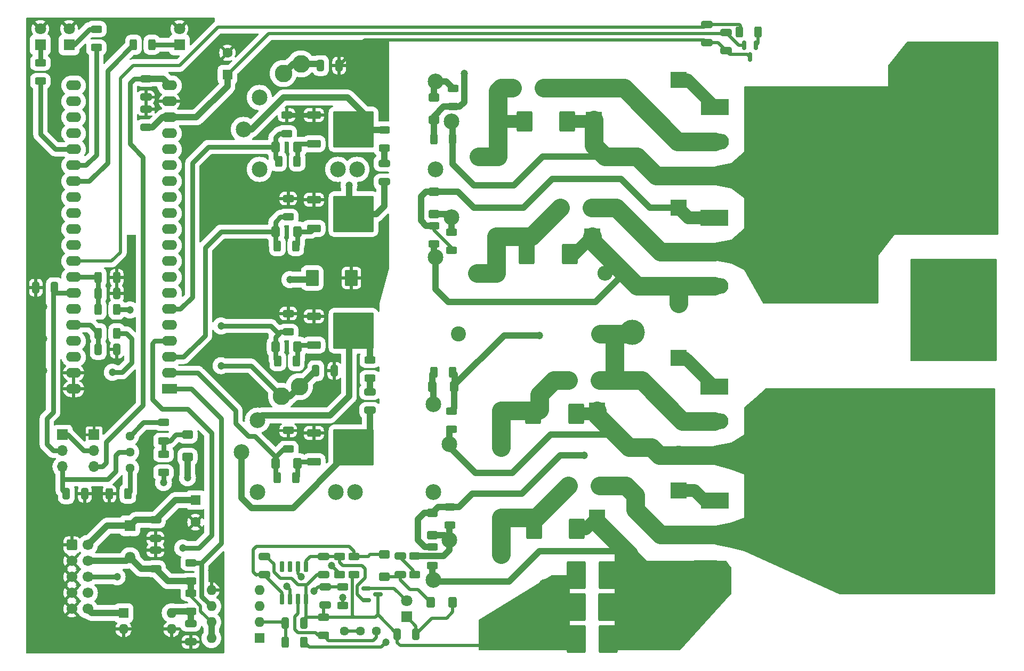
<source format=gbl>
G04 #@! TF.GenerationSoftware,KiCad,Pcbnew,7.0.2*
G04 #@! TF.CreationDate,2023-09-28T14:58:46+02:00*
G04 #@! TF.ProjectId,Module_1,4d6f6475-6c65-45f3-912e-6b696361645f,rev?*
G04 #@! TF.SameCoordinates,Original*
G04 #@! TF.FileFunction,Copper,L2,Bot*
G04 #@! TF.FilePolarity,Positive*
%FSLAX46Y46*%
G04 Gerber Fmt 4.6, Leading zero omitted, Abs format (unit mm)*
G04 Created by KiCad (PCBNEW 7.0.2) date 2023-09-28 14:58:46*
%MOMM*%
%LPD*%
G01*
G04 APERTURE LIST*
G04 Aperture macros list*
%AMRoundRect*
0 Rectangle with rounded corners*
0 $1 Rounding radius*
0 $2 $3 $4 $5 $6 $7 $8 $9 X,Y pos of 4 corners*
0 Add a 4 corners polygon primitive as box body*
4,1,4,$2,$3,$4,$5,$6,$7,$8,$9,$2,$3,0*
0 Add four circle primitives for the rounded corners*
1,1,$1+$1,$2,$3*
1,1,$1+$1,$4,$5*
1,1,$1+$1,$6,$7*
1,1,$1+$1,$8,$9*
0 Add four rect primitives between the rounded corners*
20,1,$1+$1,$2,$3,$4,$5,0*
20,1,$1+$1,$4,$5,$6,$7,0*
20,1,$1+$1,$6,$7,$8,$9,0*
20,1,$1+$1,$8,$9,$2,$3,0*%
G04 Aperture macros list end*
G04 #@! TA.AperFunction,ComponentPad*
%ADD10C,6.000000*%
G04 #@! TD*
G04 #@! TA.AperFunction,ComponentPad*
%ADD11C,2.400000*%
G04 #@! TD*
G04 #@! TA.AperFunction,ComponentPad*
%ADD12O,2.400000X2.400000*%
G04 #@! TD*
G04 #@! TA.AperFunction,ComponentPad*
%ADD13R,2.600000X2.600000*%
G04 #@! TD*
G04 #@! TA.AperFunction,ComponentPad*
%ADD14O,2.600000X2.600000*%
G04 #@! TD*
G04 #@! TA.AperFunction,ComponentPad*
%ADD15R,1.600000X1.600000*%
G04 #@! TD*
G04 #@! TA.AperFunction,ComponentPad*
%ADD16C,1.600000*%
G04 #@! TD*
G04 #@! TA.AperFunction,ComponentPad*
%ADD17RoundRect,0.250000X-0.600000X-0.600000X0.600000X-0.600000X0.600000X0.600000X-0.600000X0.600000X0*%
G04 #@! TD*
G04 #@! TA.AperFunction,ComponentPad*
%ADD18C,1.700000*%
G04 #@! TD*
G04 #@! TA.AperFunction,ComponentPad*
%ADD19R,1.800000X1.800000*%
G04 #@! TD*
G04 #@! TA.AperFunction,ComponentPad*
%ADD20C,1.800000*%
G04 #@! TD*
G04 #@! TA.AperFunction,ComponentPad*
%ADD21C,4.000000*%
G04 #@! TD*
G04 #@! TA.AperFunction,ComponentPad*
%ADD22R,1.700000X1.700000*%
G04 #@! TD*
G04 #@! TA.AperFunction,ComponentPad*
%ADD23O,1.700000X1.700000*%
G04 #@! TD*
G04 #@! TA.AperFunction,ComponentPad*
%ADD24C,2.800000*%
G04 #@! TD*
G04 #@! TA.AperFunction,ComponentPad*
%ADD25O,1.600000X1.600000*%
G04 #@! TD*
G04 #@! TA.AperFunction,ComponentPad*
%ADD26C,1.440000*%
G04 #@! TD*
G04 #@! TA.AperFunction,ComponentPad*
%ADD27O,1.800000X1.800000*%
G04 #@! TD*
G04 #@! TA.AperFunction,ComponentPad*
%ADD28R,2.400000X1.600000*%
G04 #@! TD*
G04 #@! TA.AperFunction,ComponentPad*
%ADD29O,2.400000X1.600000*%
G04 #@! TD*
G04 #@! TA.AperFunction,ComponentPad*
%ADD30C,2.500000*%
G04 #@! TD*
G04 #@! TA.AperFunction,SMDPad,CuDef*
%ADD31RoundRect,0.250000X-0.312500X-0.625000X0.312500X-0.625000X0.312500X0.625000X-0.312500X0.625000X0*%
G04 #@! TD*
G04 #@! TA.AperFunction,SMDPad,CuDef*
%ADD32RoundRect,0.250000X-0.600000X0.400000X-0.600000X-0.400000X0.600000X-0.400000X0.600000X0.400000X0*%
G04 #@! TD*
G04 #@! TA.AperFunction,SMDPad,CuDef*
%ADD33RoundRect,0.250000X-0.625000X0.312500X-0.625000X-0.312500X0.625000X-0.312500X0.625000X0.312500X0*%
G04 #@! TD*
G04 #@! TA.AperFunction,SMDPad,CuDef*
%ADD34RoundRect,0.250000X0.650000X-0.325000X0.650000X0.325000X-0.650000X0.325000X-0.650000X-0.325000X0*%
G04 #@! TD*
G04 #@! TA.AperFunction,SMDPad,CuDef*
%ADD35RoundRect,0.250000X-0.850000X-0.350000X0.850000X-0.350000X0.850000X0.350000X-0.850000X0.350000X0*%
G04 #@! TD*
G04 #@! TA.AperFunction,SMDPad,CuDef*
%ADD36RoundRect,0.250000X-1.275000X-1.125000X1.275000X-1.125000X1.275000X1.125000X-1.275000X1.125000X0*%
G04 #@! TD*
G04 #@! TA.AperFunction,SMDPad,CuDef*
%ADD37RoundRect,0.249997X-2.950003X-2.650003X2.950003X-2.650003X2.950003X2.650003X-2.950003X2.650003X0*%
G04 #@! TD*
G04 #@! TA.AperFunction,SMDPad,CuDef*
%ADD38RoundRect,0.250000X0.625000X-0.312500X0.625000X0.312500X-0.625000X0.312500X-0.625000X-0.312500X0*%
G04 #@! TD*
G04 #@! TA.AperFunction,ComponentPad*
%ADD39R,4.500000X2.500000*%
G04 #@! TD*
G04 #@! TA.AperFunction,ComponentPad*
%ADD40O,4.500000X2.500000*%
G04 #@! TD*
G04 #@! TA.AperFunction,SMDPad,CuDef*
%ADD41RoundRect,0.250001X1.262499X1.974999X-1.262499X1.974999X-1.262499X-1.974999X1.262499X-1.974999X0*%
G04 #@! TD*
G04 #@! TA.AperFunction,SMDPad,CuDef*
%ADD42RoundRect,0.250000X0.312500X0.625000X-0.312500X0.625000X-0.312500X-0.625000X0.312500X-0.625000X0*%
G04 #@! TD*
G04 #@! TA.AperFunction,SMDPad,CuDef*
%ADD43RoundRect,0.250000X-0.400000X-0.600000X0.400000X-0.600000X0.400000X0.600000X-0.400000X0.600000X0*%
G04 #@! TD*
G04 #@! TA.AperFunction,SMDPad,CuDef*
%ADD44RoundRect,0.250000X1.000000X-1.400000X1.000000X1.400000X-1.000000X1.400000X-1.000000X-1.400000X0*%
G04 #@! TD*
G04 #@! TA.AperFunction,SMDPad,CuDef*
%ADD45RoundRect,0.250000X-0.650000X0.325000X-0.650000X-0.325000X0.650000X-0.325000X0.650000X0.325000X0*%
G04 #@! TD*
G04 #@! TA.AperFunction,SMDPad,CuDef*
%ADD46RoundRect,0.250000X-0.325000X-0.650000X0.325000X-0.650000X0.325000X0.650000X-0.325000X0.650000X0*%
G04 #@! TD*
G04 #@! TA.AperFunction,SMDPad,CuDef*
%ADD47RoundRect,0.150000X-0.150000X0.587500X-0.150000X-0.587500X0.150000X-0.587500X0.150000X0.587500X0*%
G04 #@! TD*
G04 #@! TA.AperFunction,SMDPad,CuDef*
%ADD48RoundRect,0.250000X0.600000X-0.400000X0.600000X0.400000X-0.600000X0.400000X-0.600000X-0.400000X0*%
G04 #@! TD*
G04 #@! TA.AperFunction,SMDPad,CuDef*
%ADD49RoundRect,0.250000X0.325000X0.650000X-0.325000X0.650000X-0.325000X-0.650000X0.325000X-0.650000X0*%
G04 #@! TD*
G04 #@! TA.AperFunction,SMDPad,CuDef*
%ADD50RoundRect,0.250000X-0.787500X-1.025000X0.787500X-1.025000X0.787500X1.025000X-0.787500X1.025000X0*%
G04 #@! TD*
G04 #@! TA.AperFunction,SMDPad,CuDef*
%ADD51RoundRect,0.250000X0.400000X0.600000X-0.400000X0.600000X-0.400000X-0.600000X0.400000X-0.600000X0*%
G04 #@! TD*
G04 #@! TA.AperFunction,SMDPad,CuDef*
%ADD52RoundRect,0.150000X0.150000X-0.725000X0.150000X0.725000X-0.150000X0.725000X-0.150000X-0.725000X0*%
G04 #@! TD*
G04 #@! TA.AperFunction,SMDPad,CuDef*
%ADD53RoundRect,0.150000X-0.587500X-0.150000X0.587500X-0.150000X0.587500X0.150000X-0.587500X0.150000X0*%
G04 #@! TD*
G04 #@! TA.AperFunction,ViaPad*
%ADD54C,1.200000*%
G04 #@! TD*
G04 #@! TA.AperFunction,Conductor*
%ADD55C,0.500000*%
G04 #@! TD*
G04 #@! TA.AperFunction,Conductor*
%ADD56C,0.750000*%
G04 #@! TD*
G04 #@! TA.AperFunction,Conductor*
%ADD57C,1.000000*%
G04 #@! TD*
G04 #@! TA.AperFunction,Conductor*
%ADD58C,3.000000*%
G04 #@! TD*
G04 #@! TA.AperFunction,Conductor*
%ADD59C,2.000000*%
G04 #@! TD*
G04 APERTURE END LIST*
D10*
X206000000Y-122000000D03*
X206000000Y-86000000D03*
D11*
X158496000Y-134366000D03*
D12*
X143256000Y-134366000D03*
D13*
X164338000Y-89408000D03*
D14*
X164338000Y-104648000D03*
D11*
X206000000Y-48500000D03*
X206000000Y-76000000D03*
D15*
X87630000Y-112012349D03*
D16*
X87630000Y-115512349D03*
D17*
X67985000Y-119160000D03*
D18*
X70525000Y-119160000D03*
X67985000Y-121700000D03*
X70525000Y-121700000D03*
X67985000Y-124240000D03*
X70525000Y-124240000D03*
X67985000Y-126780000D03*
X70525000Y-126780000D03*
X67985000Y-129320000D03*
X70525000Y-129320000D03*
D13*
X164338000Y-45212000D03*
D14*
X164338000Y-60452000D03*
D19*
X85090000Y-39629000D03*
D20*
X85090000Y-37089000D03*
D11*
X158496000Y-130048000D03*
D12*
X143256000Y-130048000D03*
D21*
X137000000Y-133000000D03*
D22*
X66525000Y-101635000D03*
D23*
X66525000Y-104175000D03*
X66525000Y-106715000D03*
D16*
X151852000Y-92964000D03*
X146852000Y-92964000D03*
D11*
X132334000Y-75946000D03*
D12*
X152654000Y-75946000D03*
D24*
X104394000Y-42672000D03*
X104140000Y-93980000D03*
D13*
X164338000Y-110490000D03*
D14*
X164338000Y-125730000D03*
D13*
X164338000Y-65532000D03*
D14*
X164338000Y-80772000D03*
D15*
X97780000Y-133975000D03*
D25*
X97780000Y-131435000D03*
X97780000Y-128895000D03*
X97780000Y-126355000D03*
X90160000Y-126355000D03*
X90160000Y-128895000D03*
X90160000Y-131435000D03*
X90160000Y-133975000D03*
D11*
X136144000Y-120650000D03*
D12*
X156464000Y-120650000D03*
D26*
X77216000Y-101844000D03*
X77216000Y-104384000D03*
X77216000Y-106924000D03*
D11*
X205994000Y-41656000D03*
D15*
X92710000Y-44394000D03*
D16*
X92710000Y-40894000D03*
D13*
X151384000Y-114808000D03*
D14*
X136144000Y-114808000D03*
D22*
X71525000Y-101635000D03*
D23*
X71525000Y-104175000D03*
X71525000Y-106715000D03*
D19*
X121158000Y-130561000D03*
D20*
X121158000Y-128021000D03*
D11*
X158496000Y-125730000D03*
D12*
X143256000Y-125730000D03*
D19*
X67564000Y-39629000D03*
D20*
X67564000Y-37089000D03*
D19*
X77216000Y-116078000D03*
D27*
X77216000Y-118618000D03*
X77216000Y-121158000D03*
D16*
X142962000Y-46482000D03*
X137962000Y-46482000D03*
D19*
X62992000Y-39629000D03*
D20*
X62992000Y-37089000D03*
D11*
X132334000Y-57404000D03*
D12*
X152654000Y-57404000D03*
D13*
X150622000Y-70104000D03*
D14*
X135382000Y-70104000D03*
D11*
X151892000Y-85598000D03*
X129392000Y-85598000D03*
D28*
X83525000Y-94340000D03*
D29*
X83525000Y-91800000D03*
X83525000Y-89260000D03*
X83525000Y-86720000D03*
X83525000Y-84180000D03*
X83525000Y-81640000D03*
X83525000Y-79100000D03*
X83525000Y-76560000D03*
X83525000Y-74020000D03*
X83525000Y-71480000D03*
X83525000Y-68940000D03*
X83525000Y-66400000D03*
X83525000Y-63860000D03*
X83525000Y-61320000D03*
X83525000Y-58780000D03*
X83525000Y-56240000D03*
X83525000Y-53700000D03*
X83525000Y-51160000D03*
X83525000Y-48620000D03*
X83525000Y-46080000D03*
X68285000Y-46080000D03*
X68285000Y-48620000D03*
X68285000Y-51160000D03*
X68285000Y-53700000D03*
X68285000Y-56240000D03*
X68285000Y-58780000D03*
X68285000Y-61320000D03*
X68285000Y-63860000D03*
X68285000Y-66400000D03*
X68285000Y-68940000D03*
X68285000Y-71480000D03*
X68285000Y-74020000D03*
X68285000Y-76560000D03*
X68285000Y-79100000D03*
X68285000Y-81640000D03*
X68285000Y-84180000D03*
X68285000Y-86720000D03*
X68285000Y-89260000D03*
X68285000Y-91800000D03*
X68285000Y-94340000D03*
D16*
X150582000Y-65532000D03*
X145582000Y-65532000D03*
D15*
X76210000Y-129965000D03*
D25*
X76210000Y-132505000D03*
X83830000Y-132505000D03*
X83830000Y-129965000D03*
D13*
X151384000Y-97790000D03*
D14*
X136144000Y-97790000D03*
D13*
X150876000Y-51562000D03*
D14*
X135636000Y-51562000D03*
D11*
X136144000Y-103632000D03*
D12*
X156464000Y-103632000D03*
D30*
X97490000Y-99316000D03*
D24*
X101300000Y-95506000D03*
D30*
X94950000Y-104396000D03*
X125430000Y-96776000D03*
X127970000Y-103126000D03*
X127970000Y-118366000D03*
X125430000Y-124716000D03*
X112984000Y-110746000D03*
X109936000Y-110746000D03*
X97490000Y-110746000D03*
X125430000Y-110746000D03*
D16*
X151852000Y-109728000D03*
X146852000Y-109728000D03*
D30*
X97790000Y-48006000D03*
D24*
X101600000Y-44196000D03*
D30*
X95250000Y-53086000D03*
X125730000Y-45466000D03*
X128270000Y-51816000D03*
X128270000Y-67056000D03*
X125730000Y-73406000D03*
X113284000Y-59436000D03*
X110236000Y-59436000D03*
X97790000Y-59436000D03*
X125730000Y-59436000D03*
D21*
X156972000Y-85344000D03*
D26*
X111252000Y-132842000D03*
X113792000Y-132842000D03*
X116332000Y-132842000D03*
D31*
X73975500Y-110998000D03*
X76900500Y-110998000D03*
D32*
X125476000Y-48034000D03*
X125476000Y-51534000D03*
D33*
X102108000Y-50800000D03*
X102108000Y-53725000D03*
D34*
X81280000Y-122936000D03*
X81280000Y-119986000D03*
D35*
X106426000Y-105912000D03*
D36*
X111051000Y-102107000D03*
X111051000Y-105157000D03*
D37*
X112726000Y-103632000D03*
D36*
X114401000Y-102107000D03*
X114401000Y-105157000D03*
D35*
X106426000Y-101352000D03*
D38*
X122428000Y-123829000D03*
X122428000Y-120904000D03*
D39*
X170110000Y-49550000D03*
D40*
X170110000Y-55000000D03*
X170110000Y-60450000D03*
D41*
X153162000Y-123952000D03*
X148137000Y-123952000D03*
D38*
X128270000Y-100776500D03*
X128270000Y-97851500D03*
D42*
X128462500Y-91694000D03*
X125537500Y-91694000D03*
D38*
X86868000Y-129732500D03*
X86868000Y-126807500D03*
D43*
X100358000Y-69342000D03*
X103858000Y-69342000D03*
D44*
X148082000Y-98298000D03*
X141282000Y-98298000D03*
D45*
X168844000Y-36371000D03*
X168844000Y-39321000D03*
D35*
X106426000Y-55365000D03*
D36*
X111051000Y-51560000D03*
X111051000Y-54610000D03*
D37*
X112726000Y-53085000D03*
D36*
X114401000Y-51560000D03*
X114401000Y-54610000D03*
D35*
X106426000Y-50805000D03*
D38*
X82550000Y-107634500D03*
X82550000Y-104709500D03*
D45*
X81280000Y-115160000D03*
X81280000Y-118110000D03*
D42*
X176972000Y-37592000D03*
X174047000Y-37592000D03*
D45*
X115316000Y-94791000D03*
X115316000Y-97741000D03*
D46*
X72185000Y-88060000D03*
X75135000Y-88060000D03*
D41*
X153107000Y-129032000D03*
X148082000Y-129032000D03*
D45*
X86868000Y-131621000D03*
X86868000Y-134571000D03*
D38*
X110490000Y-123890500D03*
X110490000Y-120965500D03*
D45*
X79756000Y-45007000D03*
X79756000Y-47957000D03*
D42*
X103570500Y-108458000D03*
X100645500Y-108458000D03*
D38*
X128270000Y-72328500D03*
X128270000Y-69403500D03*
D46*
X101903000Y-131572000D03*
X104853000Y-131572000D03*
D47*
X174752000Y-39702500D03*
X176652000Y-39702500D03*
X175702000Y-41577500D03*
D44*
X147066000Y-72898000D03*
X140266000Y-72898000D03*
D48*
X125476000Y-66520000D03*
X125476000Y-63020000D03*
D46*
X67105000Y-110998000D03*
X70055000Y-110998000D03*
D42*
X103632000Y-89916000D03*
X100707000Y-89916000D03*
X104840500Y-134620000D03*
X101915500Y-134620000D03*
D38*
X102362000Y-66994500D03*
X102362000Y-64069500D03*
D33*
X86868000Y-121981500D03*
X86868000Y-124906500D03*
D48*
X117602000Y-124178000D03*
X117602000Y-120678000D03*
X86360000Y-105128000D03*
X86360000Y-101628000D03*
D45*
X171892000Y-37641000D03*
X171892000Y-40591000D03*
D49*
X122633000Y-133350000D03*
X119683000Y-133350000D03*
D31*
X77785500Y-39624000D03*
X80710500Y-39624000D03*
D45*
X107950000Y-120953000D03*
X107950000Y-123903000D03*
D38*
X117602000Y-56072500D03*
X117602000Y-53147500D03*
D50*
X106172000Y-76708000D03*
X112397000Y-76708000D03*
D49*
X65229000Y-78232000D03*
X62279000Y-78232000D03*
D35*
X106426000Y-68827000D03*
D36*
X111051000Y-65022000D03*
X111051000Y-68072000D03*
D37*
X112726000Y-66547000D03*
D36*
X114401000Y-65022000D03*
X114401000Y-68072000D03*
D35*
X106426000Y-64267000D03*
D43*
X100358000Y-106172000D03*
X103858000Y-106172000D03*
D46*
X72185000Y-79170000D03*
X75135000Y-79170000D03*
D31*
X72197500Y-81710000D03*
X75122500Y-81710000D03*
D42*
X103570500Y-71628000D03*
X100645500Y-71628000D03*
D38*
X102362000Y-103886000D03*
X102362000Y-100961000D03*
D39*
X170000000Y-94000000D03*
D40*
X170000000Y-99450000D03*
X170000000Y-104900000D03*
D51*
X128496000Y-128270000D03*
X124996000Y-128270000D03*
D38*
X62992000Y-45404500D03*
X62992000Y-42479500D03*
D39*
X170000000Y-67100000D03*
D40*
X170000000Y-72550000D03*
X170000000Y-78000000D03*
D41*
X153162000Y-134112000D03*
X148137000Y-134112000D03*
D33*
X102362000Y-82357500D03*
X102362000Y-85282500D03*
D45*
X120142000Y-120904000D03*
X120142000Y-123854000D03*
D38*
X125476000Y-71312500D03*
X125476000Y-68387500D03*
D44*
X146656000Y-51816000D03*
X139856000Y-51816000D03*
D33*
X107950000Y-130617500D03*
X107950000Y-133542500D03*
D45*
X117602000Y-58469000D03*
X117602000Y-61419000D03*
D44*
X148180000Y-116586000D03*
X141380000Y-116586000D03*
D45*
X108204000Y-125779000D03*
X108204000Y-128729000D03*
D48*
X125222000Y-117574000D03*
X125222000Y-114074000D03*
D42*
X75122500Y-85520000D03*
X72197500Y-85520000D03*
D38*
X82550000Y-102616000D03*
X82550000Y-99691000D03*
D35*
X106426000Y-87370000D03*
D36*
X111051000Y-83565000D03*
X111051000Y-86615000D03*
D37*
X112726000Y-85090000D03*
D36*
X114401000Y-83565000D03*
X114401000Y-86615000D03*
D35*
X106426000Y-82810000D03*
D38*
X128524000Y-49468500D03*
X128524000Y-46543500D03*
D39*
X170110000Y-112100000D03*
D40*
X170110000Y-117550000D03*
X170110000Y-123000000D03*
D38*
X125222000Y-122428000D03*
X125222000Y-119503000D03*
D52*
X105156000Y-127741000D03*
X103886000Y-127741000D03*
X102616000Y-127741000D03*
X101346000Y-127741000D03*
X101346000Y-122591000D03*
X102616000Y-122591000D03*
X103886000Y-122591000D03*
X105156000Y-122591000D03*
D49*
X109679000Y-91440000D03*
X106729000Y-91440000D03*
D42*
X75122500Y-76630000D03*
X72197500Y-76630000D03*
D43*
X100358000Y-87630000D03*
X103858000Y-87630000D03*
D33*
X128016000Y-113091500D03*
X128016000Y-116016500D03*
D42*
X103763000Y-58166000D03*
X100838000Y-58166000D03*
D33*
X110998000Y-125853000D03*
X110998000Y-128778000D03*
D42*
X128462500Y-54610000D03*
X125537500Y-54610000D03*
D53*
X114711000Y-127950000D03*
X114711000Y-126050000D03*
X116586000Y-127000000D03*
D43*
X100358000Y-55880000D03*
X103858000Y-55880000D03*
D38*
X115316000Y-92648500D03*
X115316000Y-89723500D03*
X71882000Y-40070500D03*
X71882000Y-37145500D03*
D45*
X98552000Y-120953000D03*
X98552000Y-123903000D03*
D34*
X79756000Y-52783000D03*
X79756000Y-49833000D03*
D33*
X112776000Y-120965500D03*
X112776000Y-123890500D03*
D43*
X125250000Y-93980000D03*
X128750000Y-93980000D03*
D49*
X110441000Y-42926000D03*
X107491000Y-42926000D03*
D54*
X91814468Y-78069680D03*
X90170000Y-123190000D03*
X81280000Y-36830000D03*
X86360000Y-53340000D03*
X96520000Y-66040000D03*
X87630000Y-46990000D03*
X96520000Y-72390000D03*
X69850000Y-43180000D03*
X69525488Y-134059043D03*
X80355827Y-134310911D03*
X99060000Y-40640000D03*
X79938666Y-102680116D03*
X115570000Y-44450000D03*
X107188000Y-45974000D03*
X97896622Y-77939082D03*
X86360000Y-55880000D03*
X63500000Y-86360000D03*
X71643144Y-94275377D03*
X63500000Y-111760000D03*
X106444539Y-103471713D03*
X63500000Y-59690000D03*
X62230000Y-127000000D03*
X87630000Y-44450000D03*
X111760000Y-99060000D03*
X62230000Y-132080000D03*
X92710000Y-62230000D03*
X81280000Y-127000000D03*
X96520000Y-44450000D03*
X71660264Y-91673283D03*
X100330000Y-62230000D03*
X109982000Y-39624000D03*
X63500000Y-74930000D03*
X104140000Y-62230000D03*
X91440000Y-53340000D03*
X91758497Y-81651808D03*
X77470000Y-74930000D03*
X106934000Y-96266000D03*
X77470000Y-78740000D03*
X76200000Y-127000000D03*
X90170000Y-41910000D03*
X108458000Y-89154000D03*
X98027220Y-81595837D03*
X98115166Y-87861861D03*
X91440000Y-50800000D03*
X106680000Y-80010000D03*
X90170000Y-44450000D03*
X96645934Y-95333956D03*
X115570000Y-40640000D03*
X111760000Y-80010000D03*
X93980000Y-49530000D03*
X63500000Y-106680000D03*
X92710000Y-66040000D03*
X68268765Y-97936595D03*
X79854710Y-107549571D03*
X99745701Y-101677035D03*
X63500000Y-64770000D03*
X76200000Y-36830000D03*
X63500000Y-81280000D03*
X62230000Y-121920000D03*
X107950000Y-72390000D03*
X63500000Y-69850000D03*
X71668988Y-97726705D03*
X77470000Y-71120000D03*
X66040000Y-43180000D03*
X109728000Y-93980000D03*
X95660452Y-38623723D03*
X96520000Y-62230000D03*
X103886000Y-39624000D03*
X62230000Y-116840000D03*
X63500000Y-91440000D03*
X86360000Y-108458000D03*
X91699595Y-90635586D03*
X77216000Y-81788000D03*
X102616000Y-76962000D03*
X85598000Y-119634000D03*
X117856000Y-134620000D03*
X106426000Y-126492000D03*
X102108000Y-125730000D03*
X112014000Y-61976000D03*
X91694000Y-84328000D03*
X142240000Y-85852000D03*
X149352000Y-104902000D03*
X130302000Y-44196000D03*
X110998000Y-127508000D03*
X82550000Y-109220000D03*
X75184000Y-124206000D03*
X74422000Y-91694000D03*
X109220000Y-122428000D03*
X104394000Y-124172500D03*
D55*
X168844000Y-39321000D02*
X168385000Y-38862000D01*
D56*
X106426000Y-50805000D02*
X102113000Y-50805000D01*
D55*
X172449000Y-41148000D02*
X175272500Y-41148000D01*
X114505000Y-38862000D02*
X110441000Y-42926000D01*
X170622000Y-39321000D02*
X172449000Y-41148000D01*
D56*
X102113000Y-50805000D02*
X102108000Y-50800000D01*
D55*
X168844000Y-39321000D02*
X170622000Y-39321000D01*
X168385000Y-38862000D02*
X114505000Y-38862000D01*
X175272500Y-41148000D02*
X175702000Y-41577500D01*
X171687000Y-37846000D02*
X99258000Y-37846000D01*
D57*
X86360000Y-108458000D02*
X86360000Y-105128000D01*
X90160000Y-133975000D02*
X90160000Y-131435000D01*
D55*
X88443000Y-129718000D02*
X88443000Y-128829000D01*
X90160000Y-131435000D02*
X88443000Y-129718000D01*
D57*
X80821000Y-52783000D02*
X79756000Y-52783000D01*
X86868000Y-126807500D02*
X86868000Y-124906500D01*
X83525000Y-51160000D02*
X87778000Y-51160000D01*
D55*
X171892000Y-37641000D02*
X171687000Y-37846000D01*
D57*
X83525000Y-51160000D02*
X82444000Y-51160000D01*
D55*
X174752000Y-39702500D02*
X173953500Y-39702500D01*
X99258000Y-37846000D02*
X92710000Y-44394000D01*
X173953500Y-39702500D02*
X171892000Y-37641000D01*
D57*
X81280000Y-122936000D02*
X78994000Y-122936000D01*
D55*
X86868000Y-127254000D02*
X86868000Y-126807500D01*
D57*
X70525000Y-121700000D02*
X76674000Y-121700000D01*
X92710000Y-46228000D02*
X92710000Y-44394000D01*
X78994000Y-122936000D02*
X77216000Y-121158000D01*
X83250500Y-124906500D02*
X81280000Y-122936000D01*
X82444000Y-51160000D02*
X80821000Y-52783000D01*
X87778000Y-51160000D02*
X92710000Y-46228000D01*
X86868000Y-124906500D02*
X83250500Y-124906500D01*
X76674000Y-121700000D02*
X77216000Y-121158000D01*
D55*
X88443000Y-128829000D02*
X86868000Y-127254000D01*
D57*
X103124000Y-42672000D02*
X104394000Y-42672000D01*
X104189000Y-93980000D02*
X106729000Y-91440000D01*
X107237000Y-42672000D02*
X107491000Y-42926000D01*
X101600000Y-44196000D02*
X103124000Y-42672000D01*
D56*
X91699595Y-90635586D02*
X96429586Y-90635586D01*
D57*
X101300000Y-95506000D02*
X102614000Y-95506000D01*
D56*
X96429586Y-90635586D02*
X101300000Y-95506000D01*
D57*
X84427651Y-112012349D02*
X87630000Y-112012349D01*
D56*
X77138000Y-81710000D02*
X77216000Y-81788000D01*
D57*
X78134000Y-115160000D02*
X81280000Y-115160000D01*
D56*
X104140000Y-93980000D02*
X104189000Y-93980000D01*
D57*
X102614000Y-95506000D02*
X104140000Y-93980000D01*
X105918000Y-76962000D02*
X106172000Y-76708000D01*
X102616000Y-76962000D02*
X105918000Y-76962000D01*
X81280000Y-115160000D02*
X84427651Y-112012349D01*
D56*
X75122500Y-81710000D02*
X77138000Y-81710000D01*
D57*
X77216000Y-116078000D02*
X78134000Y-115160000D01*
X73607000Y-116078000D02*
X77216000Y-116078000D01*
X104394000Y-42672000D02*
X107237000Y-42672000D01*
X70525000Y-119160000D02*
X73607000Y-116078000D01*
X84062500Y-129732500D02*
X83830000Y-129965000D01*
D56*
X85598000Y-119634000D02*
X88138000Y-119634000D01*
X86360000Y-97536000D02*
X82296000Y-97536000D01*
X90170000Y-117602000D02*
X90170000Y-101346000D01*
D57*
X86868000Y-131621000D02*
X86868000Y-129732500D01*
X86868000Y-129732500D02*
X84062500Y-129732500D01*
D56*
X80772000Y-87122000D02*
X81174000Y-86720000D01*
X90170000Y-101346000D02*
X86360000Y-97536000D01*
X81174000Y-86720000D02*
X83525000Y-86720000D01*
X82296000Y-97536000D02*
X80772000Y-96012000D01*
X88138000Y-119634000D02*
X90170000Y-117602000D01*
X80772000Y-96012000D02*
X80772000Y-87122000D01*
X66525000Y-108712000D02*
X73660000Y-108712000D01*
X75448000Y-104384000D02*
X77216000Y-104384000D01*
X73660000Y-108712000D02*
X74930000Y-107442000D01*
X66525000Y-110418000D02*
X66525000Y-108712000D01*
X67105000Y-110998000D02*
X66525000Y-110418000D01*
X74930000Y-104902000D02*
X75448000Y-104384000D01*
X74930000Y-107442000D02*
X74930000Y-104902000D01*
X66525000Y-108712000D02*
X66525000Y-106715000D01*
X68285000Y-84180000D02*
X70857500Y-84180000D01*
X70857500Y-84180000D02*
X72197500Y-85520000D01*
X72185000Y-88060000D02*
X72185000Y-85532500D01*
X72185000Y-85532500D02*
X72197500Y-85520000D01*
X68285000Y-76560000D02*
X72127500Y-76560000D01*
X72127500Y-76560000D02*
X72197500Y-76630000D01*
X72185000Y-81697500D02*
X72197500Y-81710000D01*
X72185000Y-79170000D02*
X72185000Y-81697500D01*
X72197500Y-79157500D02*
X72185000Y-79170000D01*
X72197500Y-76630000D02*
X72197500Y-79157500D01*
D55*
X174178000Y-37461000D02*
X174047000Y-37592000D01*
X77724000Y-42926000D02*
X75692000Y-44958000D01*
X74316000Y-74020000D02*
X68285000Y-74020000D01*
X85090000Y-42926000D02*
X77724000Y-42926000D01*
X174178000Y-36576000D02*
X174178000Y-37461000D01*
X168385000Y-36830000D02*
X91186000Y-36830000D01*
X75692000Y-72644000D02*
X74316000Y-74020000D01*
X91186000Y-36830000D02*
X85090000Y-42926000D01*
X168844000Y-36371000D02*
X173973000Y-36371000D01*
X173973000Y-36371000D02*
X174178000Y-36576000D01*
X168844000Y-36371000D02*
X168385000Y-36830000D01*
X75692000Y-44958000D02*
X75692000Y-72644000D01*
X119888000Y-120904000D02*
X122174000Y-123190000D01*
X122174000Y-123575000D02*
X122428000Y-123829000D01*
X122174000Y-123190000D02*
X122174000Y-123575000D01*
X122964000Y-126238000D02*
X124996000Y-128270000D01*
X117602000Y-124178000D02*
X119818000Y-124178000D01*
X119818000Y-124178000D02*
X120142000Y-123854000D01*
X120142000Y-123854000D02*
X120142000Y-124714000D01*
X120142000Y-124714000D02*
X121666000Y-126238000D01*
X121666000Y-126238000D02*
X122964000Y-126238000D01*
X128496000Y-129822000D02*
X127508000Y-130810000D01*
X127508000Y-130810000D02*
X125173000Y-130810000D01*
X125173000Y-130810000D02*
X122633000Y-133350000D01*
X104902000Y-134620000D02*
X105664000Y-135382000D01*
X122633000Y-132036000D02*
X121158000Y-130561000D01*
X128496000Y-128270000D02*
X128496000Y-129822000D01*
X104840500Y-134620000D02*
X104902000Y-134620000D01*
X122633000Y-133350000D02*
X122633000Y-132036000D01*
X117094000Y-135382000D02*
X117856000Y-134620000D01*
X105664000Y-135382000D02*
X117094000Y-135382000D01*
X119683000Y-134669000D02*
X119683000Y-133350000D01*
X104853000Y-130982000D02*
X105217500Y-130617500D01*
X106934000Y-123903000D02*
X105361000Y-125476000D01*
X105361000Y-125476000D02*
X105156000Y-125476000D01*
X119683000Y-133350000D02*
X116586000Y-130253000D01*
X107950000Y-130617500D02*
X107950000Y-128983000D01*
X101092000Y-124460000D02*
X102870000Y-124460000D01*
X98855000Y-120953000D02*
X100076000Y-122174000D01*
X112776000Y-130617500D02*
X116221500Y-130617500D01*
X98552000Y-120953000D02*
X98855000Y-120953000D01*
X107950000Y-128983000D02*
X108204000Y-128729000D01*
X107950000Y-130617500D02*
X112776000Y-130617500D01*
X116586000Y-130253000D02*
X116586000Y-127000000D01*
X107950000Y-130617500D02*
X105217500Y-130617500D01*
X105156000Y-130556000D02*
X105156000Y-128666000D01*
X105156000Y-126238000D02*
X105156000Y-128666000D01*
X103886000Y-125476000D02*
X105156000Y-125476000D01*
X102870000Y-124460000D02*
X103886000Y-125476000D01*
X134872000Y-135128000D02*
X120142000Y-135128000D01*
X120142000Y-135128000D02*
X119683000Y-134669000D01*
X105217500Y-130617500D02*
X105156000Y-130556000D01*
X112522000Y-130363500D02*
X112776000Y-130617500D01*
X100076000Y-122174000D02*
X100076000Y-123444000D01*
X112522000Y-124144500D02*
X112522000Y-130363500D01*
X112776000Y-123890500D02*
X112522000Y-124144500D01*
X137000000Y-133000000D02*
X134872000Y-135128000D01*
X116221500Y-130617500D02*
X116586000Y-130253000D01*
X106934000Y-123903000D02*
X107950000Y-123903000D01*
X100076000Y-123444000D02*
X101092000Y-124460000D01*
X105156000Y-125476000D02*
X105156000Y-126238000D01*
X104853000Y-131572000D02*
X104853000Y-130982000D01*
X97282000Y-123952000D02*
X97331000Y-123903000D01*
X98552000Y-123952000D02*
X101346000Y-126746000D01*
X112776000Y-120965500D02*
X112776000Y-120142000D01*
X115337000Y-120678000D02*
X115062000Y-120953000D01*
X96774000Y-119888000D02*
X96774000Y-123444000D01*
X117602000Y-120678000D02*
X115337000Y-120678000D01*
X112788500Y-120953000D02*
X112776000Y-120965500D01*
X96774000Y-123444000D02*
X97282000Y-123952000D01*
X97331000Y-123903000D02*
X98552000Y-123903000D01*
X97282000Y-119380000D02*
X96774000Y-119888000D01*
X112776000Y-120142000D02*
X112014000Y-119380000D01*
X98552000Y-123903000D02*
X98552000Y-123952000D01*
X112014000Y-119380000D02*
X97282000Y-119380000D01*
X101346000Y-126746000D02*
X101346000Y-127741000D01*
X115062000Y-120953000D02*
X112788500Y-120953000D01*
X113284000Y-125603000D02*
X114554000Y-124333000D01*
X107950000Y-120953000D02*
X110477500Y-120953000D01*
X114711000Y-127950000D02*
X114234000Y-127950000D01*
X110477500Y-120953000D02*
X110490000Y-120965500D01*
X105869000Y-120953000D02*
X107950000Y-120953000D01*
X114234000Y-127950000D02*
X113284000Y-127000000D01*
X105156000Y-121666000D02*
X105869000Y-120953000D01*
X110998000Y-122428000D02*
X110490000Y-121920000D01*
X110490000Y-121920000D02*
X110490000Y-120965500D01*
X114554000Y-122936000D02*
X114046000Y-122428000D01*
X113284000Y-127000000D02*
X113284000Y-125603000D01*
X105156000Y-121666000D02*
X105156000Y-122591000D01*
X114554000Y-124333000D02*
X114554000Y-122936000D01*
X114046000Y-122428000D02*
X110998000Y-122428000D01*
X102108000Y-125730000D02*
X102616000Y-126238000D01*
X108278000Y-125853000D02*
X108204000Y-125779000D01*
X106426000Y-126492000D02*
X107139000Y-125779000D01*
X110998000Y-125853000D02*
X108278000Y-125853000D01*
X107139000Y-125779000D02*
X108204000Y-125779000D01*
X102616000Y-126238000D02*
X102616000Y-127741000D01*
X101952000Y-132080000D02*
X101952000Y-134583500D01*
X101952000Y-134583500D02*
X101915500Y-134620000D01*
X101307000Y-131435000D02*
X101952000Y-132080000D01*
X97780000Y-131435000D02*
X101307000Y-131435000D01*
D57*
X117602000Y-56072500D02*
X117602000Y-58469000D01*
X116331000Y-66547000D02*
X112726000Y-66547000D01*
X116332000Y-66548000D02*
X116331000Y-66547000D01*
X112014000Y-61976000D02*
X112014000Y-64059000D01*
X117602000Y-65278000D02*
X116332000Y-66548000D01*
X117602000Y-61419000D02*
X117602000Y-65278000D01*
X112014000Y-64059000D02*
X111051000Y-65022000D01*
X115316000Y-92648500D02*
X115316000Y-94791000D01*
X94950000Y-111714000D02*
X96520000Y-113284000D01*
X115316000Y-101192000D02*
X114401000Y-102107000D01*
X94950000Y-104396000D02*
X94950000Y-111714000D01*
X103124000Y-113284000D02*
X111051000Y-105357000D01*
X111051000Y-105357000D02*
X111051000Y-105157000D01*
X115316000Y-97741000D02*
X115316000Y-101192000D01*
X96520000Y-113284000D02*
X103124000Y-113284000D01*
D58*
X170110000Y-55000000D02*
X164220000Y-55000000D01*
X154178000Y-92964000D02*
X158496000Y-92964000D01*
X164982000Y-99450000D02*
X170000000Y-99450000D01*
X151892000Y-85598000D02*
X154178000Y-85598000D01*
X155702000Y-46482000D02*
X142962000Y-46482000D01*
X158496000Y-92964000D02*
X164982000Y-99450000D01*
X164220000Y-55000000D02*
X155702000Y-46482000D01*
X154178000Y-85598000D02*
X156718000Y-85598000D01*
X154178000Y-85598000D02*
X154178000Y-92964000D01*
X156718000Y-85598000D02*
X156972000Y-85344000D01*
X151852000Y-92964000D02*
X154178000Y-92964000D01*
X135636000Y-51562000D02*
X135636000Y-46990000D01*
X135636000Y-57404000D02*
X132634000Y-57404000D01*
D59*
X135890000Y-51816000D02*
X135636000Y-51562000D01*
D58*
X135636000Y-46990000D02*
X136144000Y-46482000D01*
X135636000Y-57404000D02*
X135636000Y-51562000D01*
X136144000Y-46482000D02*
X137962000Y-46482000D01*
D59*
X139856000Y-51816000D02*
X135890000Y-51816000D01*
D58*
X154432000Y-65532000D02*
X150582000Y-65532000D01*
D57*
X142748000Y-57404000D02*
X138176000Y-61976000D01*
D59*
X150622000Y-51816000D02*
X150876000Y-51562000D01*
D58*
X157734000Y-57404000D02*
X152654000Y-57404000D01*
D57*
X128462500Y-58612500D02*
X128462500Y-54610000D01*
X128270000Y-51816000D02*
X128462500Y-52008500D01*
D58*
X170110000Y-60450000D02*
X161800000Y-60450000D01*
D59*
X146656000Y-51816000D02*
X150622000Y-51816000D01*
D57*
X152654000Y-57404000D02*
X142748000Y-57404000D01*
D58*
X161798000Y-60452000D02*
X160782000Y-60452000D01*
D57*
X128462500Y-52008500D02*
X128462500Y-54610000D01*
X138176000Y-61976000D02*
X131826000Y-61976000D01*
D58*
X150876000Y-51562000D02*
X150876000Y-55626000D01*
X161450000Y-72550000D02*
X154432000Y-65532000D01*
X150876000Y-55626000D02*
X152654000Y-57404000D01*
X161800000Y-60450000D02*
X161798000Y-60452000D01*
D57*
X131826000Y-61976000D02*
X128462500Y-58612500D01*
D58*
X160782000Y-60452000D02*
X157734000Y-57404000D01*
X170000000Y-72550000D02*
X161450000Y-72550000D01*
X135382000Y-75946000D02*
X132334000Y-75946000D01*
D59*
X140266000Y-72898000D02*
X140266000Y-70848000D01*
D58*
X135382000Y-70104000D02*
X141010000Y-70104000D01*
X135382000Y-75946000D02*
X135382000Y-70104000D01*
D59*
X140266000Y-70848000D02*
X141010000Y-70104000D01*
D58*
X141010000Y-70104000D02*
X145582000Y-65532000D01*
X142240000Y-97576000D02*
X142240000Y-95250000D01*
X136144000Y-103632000D02*
X136144000Y-97790000D01*
X142026000Y-97790000D02*
X142240000Y-97576000D01*
X144526000Y-92964000D02*
X146852000Y-92964000D01*
X136144000Y-97790000D02*
X142026000Y-97790000D01*
X142240000Y-95250000D02*
X144526000Y-92964000D01*
D59*
X136652000Y-98298000D02*
X136144000Y-97790000D01*
X141888000Y-98298000D02*
X136652000Y-98298000D01*
D57*
X127970000Y-103126000D02*
X127970000Y-101076500D01*
D58*
X157480000Y-111252000D02*
X155956000Y-109728000D01*
X151384000Y-98552000D02*
X151384000Y-97790000D01*
D57*
X144018000Y-101600000D02*
X154432000Y-101600000D01*
D59*
X148082000Y-98298000D02*
X150876000Y-98298000D01*
D58*
X160020000Y-103632000D02*
X156464000Y-103632000D01*
D57*
X127970000Y-103126000D02*
X127970000Y-103586000D01*
D58*
X156464000Y-103632000D02*
X151384000Y-98552000D01*
X161492000Y-117550000D02*
X157480000Y-113538000D01*
D57*
X132080000Y-107696000D02*
X137922000Y-107696000D01*
D58*
X155956000Y-109728000D02*
X151852000Y-109728000D01*
X157480000Y-113538000D02*
X157480000Y-111252000D01*
D57*
X154432000Y-101600000D02*
X156464000Y-103632000D01*
X137922000Y-107696000D02*
X144018000Y-101600000D01*
X127970000Y-103586000D02*
X132080000Y-107696000D01*
D59*
X150876000Y-98298000D02*
X151384000Y-97790000D01*
D57*
X127970000Y-101076500D02*
X128270000Y-100776500D01*
D58*
X170000000Y-104900000D02*
X161288000Y-104900000D01*
X170110000Y-117550000D02*
X161492000Y-117550000D01*
X161288000Y-104900000D02*
X160020000Y-103632000D01*
X136144000Y-114808000D02*
X141772000Y-114808000D01*
X136144000Y-120650000D02*
X136144000Y-114808000D01*
X141772000Y-114808000D02*
X146852000Y-109728000D01*
D59*
X141380000Y-116586000D02*
X141380000Y-115200000D01*
X141380000Y-115200000D02*
X141772000Y-114808000D01*
D56*
X82550000Y-104709500D02*
X82550000Y-102616000D01*
X84554000Y-101628000D02*
X86360000Y-101628000D01*
X82550000Y-102616000D02*
X83566000Y-102616000D01*
X83566000Y-102616000D02*
X84554000Y-101628000D01*
X80710500Y-39624000D02*
X85085000Y-39624000D01*
X85085000Y-39624000D02*
X85090000Y-39629000D01*
X68321000Y-39629000D02*
X70804500Y-37145500D01*
X70804500Y-37145500D02*
X71882000Y-37145500D01*
X67564000Y-39629000D02*
X68321000Y-39629000D01*
X62992000Y-39629000D02*
X62992000Y-42479500D01*
D55*
X119187000Y-126050000D02*
X121158000Y-128021000D01*
X114711000Y-126050000D02*
X119187000Y-126050000D01*
D56*
X89662000Y-55880000D02*
X87122000Y-58420000D01*
X85238000Y-81640000D02*
X83525000Y-81640000D01*
X87122000Y-79756000D02*
X85238000Y-81640000D01*
X100358000Y-54384000D02*
X100358000Y-55880000D01*
X100330000Y-54356000D02*
X100358000Y-54384000D01*
X100961000Y-53725000D02*
X100330000Y-54356000D01*
X100358000Y-57686000D02*
X100838000Y-58166000D01*
X87122000Y-58420000D02*
X87122000Y-79756000D01*
X102108000Y-53725000D02*
X100961000Y-53725000D01*
X100358000Y-55880000D02*
X100358000Y-57686000D01*
X100358000Y-55880000D02*
X89662000Y-55880000D01*
X103858000Y-55880000D02*
X103858000Y-58071000D01*
X104373000Y-55365000D02*
X103858000Y-55880000D01*
X103858000Y-58071000D02*
X103763000Y-58166000D01*
X106426000Y-55365000D02*
X104373000Y-55365000D01*
X89154000Y-71882000D02*
X89154000Y-85852000D01*
X85746000Y-89260000D02*
X83525000Y-89260000D01*
X89154000Y-85852000D02*
X85746000Y-89260000D01*
X100358000Y-67846000D02*
X100358000Y-69342000D01*
X100330000Y-67818000D02*
X100358000Y-67846000D01*
X101153500Y-66994500D02*
X100330000Y-67818000D01*
X102362000Y-66994500D02*
X101153500Y-66994500D01*
X100358000Y-71340500D02*
X100645500Y-71628000D01*
X100358000Y-69342000D02*
X91694000Y-69342000D01*
X100358000Y-69342000D02*
X100358000Y-71340500D01*
X91694000Y-69342000D02*
X89154000Y-71882000D01*
X106426000Y-68827000D02*
X105911000Y-69342000D01*
X103858000Y-69342000D02*
X103858000Y-71340500D01*
X105911000Y-69342000D02*
X103858000Y-69342000D01*
X103858000Y-71340500D02*
X103570500Y-71628000D01*
X100358000Y-87630000D02*
X100358000Y-86078000D01*
X99568000Y-84328000D02*
X91694000Y-84328000D01*
X101153500Y-85282500D02*
X102362000Y-85282500D01*
X100838000Y-85598000D02*
X101153500Y-85282500D01*
X100358000Y-89567000D02*
X100358000Y-87630000D01*
X100707000Y-89916000D02*
X100358000Y-89567000D01*
X100358000Y-86078000D02*
X100838000Y-85598000D01*
X100838000Y-85598000D02*
X99568000Y-84328000D01*
X103632000Y-89916000D02*
X103858000Y-89690000D01*
X104118000Y-87370000D02*
X103858000Y-87630000D01*
X103858000Y-89690000D02*
X103858000Y-87630000D01*
X106426000Y-87370000D02*
X104118000Y-87370000D01*
X100358000Y-105184000D02*
X100358000Y-106172000D01*
X93980000Y-99822000D02*
X93980000Y-97790000D01*
X102362000Y-103886000D02*
X101600000Y-103886000D01*
X100330000Y-105156000D02*
X100358000Y-105184000D01*
X96012000Y-101854000D02*
X93980000Y-99822000D01*
X100330000Y-105156000D02*
X97028000Y-101854000D01*
X100358000Y-108170500D02*
X100358000Y-106172000D01*
X101600000Y-103886000D02*
X100330000Y-105156000D01*
X100645500Y-108458000D02*
X100358000Y-108170500D01*
X93980000Y-97790000D02*
X87990000Y-91800000D01*
X97028000Y-101854000D02*
X96012000Y-101854000D01*
X87990000Y-91800000D02*
X83525000Y-91800000D01*
X103858000Y-106172000D02*
X103858000Y-108170500D01*
X106426000Y-105912000D02*
X104118000Y-105912000D01*
X104118000Y-105912000D02*
X103858000Y-106172000D01*
X103858000Y-108170500D02*
X103570500Y-108458000D01*
D57*
X125537500Y-91694000D02*
X125222000Y-92009500D01*
X125430000Y-96776000D02*
X125430000Y-94160000D01*
X125222000Y-92009500D02*
X125222000Y-93952000D01*
X125430000Y-94160000D02*
X125250000Y-93980000D01*
X125222000Y-93952000D02*
X125250000Y-93980000D01*
D59*
X170000000Y-94000000D02*
X165408000Y-89408000D01*
X165408000Y-89408000D02*
X164338000Y-89408000D01*
D57*
X128750000Y-93754000D02*
X136652000Y-85852000D01*
X136652000Y-85852000D02*
X142240000Y-85852000D01*
X128778000Y-92009500D02*
X128778000Y-93952000D01*
X128778000Y-93952000D02*
X128750000Y-93980000D01*
X128750000Y-93980000D02*
X128750000Y-93754000D01*
X128270000Y-97851500D02*
X128750000Y-97371500D01*
X128462500Y-91694000D02*
X128778000Y-92009500D01*
X128750000Y-97371500D02*
X128750000Y-93980000D01*
X125222000Y-117574000D02*
X127178000Y-117574000D01*
X127970000Y-118366000D02*
X127970000Y-119934000D01*
X127000000Y-120904000D02*
X122428000Y-120904000D01*
X127970000Y-118366000D02*
X127970000Y-116062500D01*
X127970000Y-116062500D02*
X128016000Y-116016500D01*
X127970000Y-119934000D02*
X127000000Y-120904000D01*
X127178000Y-117574000D02*
X127970000Y-118366000D01*
X125222000Y-119503000D02*
X124075000Y-119503000D01*
X126204500Y-113091500D02*
X128016000Y-113091500D01*
X124075000Y-119503000D02*
X122936000Y-118364000D01*
D59*
X168488000Y-112100000D02*
X170110000Y-112100000D01*
D57*
X122936000Y-115062000D02*
X123952000Y-114046000D01*
X123952000Y-114046000D02*
X123980000Y-114074000D01*
X128016000Y-113091500D02*
X129478500Y-113091500D01*
X129478500Y-113091500D02*
X131572000Y-110998000D01*
X131572000Y-110998000D02*
X139446000Y-110998000D01*
X123980000Y-114074000D02*
X125222000Y-114074000D01*
D59*
X166878000Y-110490000D02*
X168488000Y-112100000D01*
X164338000Y-110490000D02*
X166878000Y-110490000D01*
D57*
X145542000Y-104902000D02*
X149352000Y-104902000D01*
X122936000Y-118364000D02*
X122936000Y-115062000D01*
X139446000Y-110998000D02*
X145542000Y-104902000D01*
X125222000Y-114074000D02*
X126204500Y-113091500D01*
X127446500Y-45466000D02*
X125730000Y-45466000D01*
X128524000Y-46543500D02*
X127446500Y-45466000D01*
X125476000Y-45720000D02*
X125730000Y-45466000D01*
X125476000Y-48034000D02*
X125476000Y-45720000D01*
X125537500Y-54610000D02*
X125537500Y-51595500D01*
X125537500Y-51595500D02*
X125476000Y-51534000D01*
X129601500Y-49468500D02*
X128524000Y-49468500D01*
D59*
X170110000Y-49550000D02*
X165772000Y-45212000D01*
D57*
X130302000Y-48768000D02*
X129601500Y-49468500D01*
X130302000Y-44196000D02*
X130302000Y-48768000D01*
X125476000Y-51534000D02*
X125476000Y-51054000D01*
X125476000Y-51054000D02*
X127061500Y-49468500D01*
D59*
X165772000Y-45212000D02*
X164338000Y-45212000D01*
D57*
X127061500Y-49468500D02*
X128524000Y-49468500D01*
X128270000Y-69403500D02*
X128270000Y-67056000D01*
X125476000Y-66520000D02*
X127734000Y-66520000D01*
X127734000Y-66520000D02*
X128270000Y-67056000D01*
X123444000Y-67564000D02*
X124267500Y-68387500D01*
X131826000Y-65532000D02*
X139700000Y-65532000D01*
D55*
X128270000Y-71882000D02*
X125476000Y-69088000D01*
D57*
X124234000Y-63020000D02*
X125476000Y-63020000D01*
D55*
X128270000Y-72328500D02*
X128270000Y-71882000D01*
X125476000Y-69088000D02*
X125476000Y-68387500D01*
D57*
X123444000Y-67564000D02*
X123444000Y-63754000D01*
X159766000Y-65532000D02*
X164338000Y-65532000D01*
X129286000Y-62992000D02*
X131826000Y-65532000D01*
X149606000Y-60960000D02*
X155194000Y-60960000D01*
X125504000Y-62992000D02*
X129286000Y-62992000D01*
X144272000Y-60960000D02*
X149606000Y-60960000D01*
X125476000Y-63020000D02*
X125504000Y-62992000D01*
D59*
X170000000Y-67100000D02*
X165906000Y-67100000D01*
D57*
X123444000Y-63754000D02*
X124206000Y-62992000D01*
X139700000Y-65532000D02*
X144272000Y-60960000D01*
X124267500Y-68387500D02*
X125476000Y-68387500D01*
X155194000Y-60960000D02*
X159766000Y-65532000D01*
X124206000Y-62992000D02*
X124234000Y-63020000D01*
D59*
X165906000Y-67100000D02*
X164338000Y-65532000D01*
D58*
X163322000Y-78000000D02*
X157756000Y-78000000D01*
X164338000Y-78508000D02*
X164846000Y-78000000D01*
X157756000Y-78000000D02*
X155702000Y-75946000D01*
X150622000Y-70866000D02*
X150622000Y-70104000D01*
D59*
X147828000Y-72898000D02*
X150622000Y-70104000D01*
D57*
X142240000Y-120142000D02*
X155956000Y-120142000D01*
D59*
X148180000Y-116586000D02*
X149606000Y-116586000D01*
D58*
X164846000Y-78000000D02*
X163322000Y-78000000D01*
D57*
X125430000Y-124716000D02*
X125684000Y-124970000D01*
X127762000Y-80518000D02*
X151130000Y-80518000D01*
X155956000Y-120142000D02*
X156464000Y-120650000D01*
D58*
X170110000Y-123000000D02*
X167068000Y-123000000D01*
D57*
X125222000Y-124508000D02*
X125222000Y-122428000D01*
X125730000Y-73406000D02*
X125476000Y-73152000D01*
D58*
X170000000Y-78000000D02*
X163322000Y-78000000D01*
X167068000Y-123000000D02*
X164338000Y-125730000D01*
D57*
X125730000Y-78486000D02*
X125730000Y-73406000D01*
X137412000Y-124970000D02*
X142240000Y-120142000D01*
D55*
X110998000Y-128778000D02*
X110998000Y-127508000D01*
D57*
X127762000Y-80518000D02*
X125730000Y-78486000D01*
X125684000Y-124970000D02*
X137412000Y-124970000D01*
D58*
X155702000Y-75946000D02*
X150622000Y-70866000D01*
D59*
X149606000Y-116586000D02*
X151384000Y-114808000D01*
D58*
X164338000Y-80772000D02*
X164338000Y-78508000D01*
D59*
X147066000Y-72898000D02*
X147828000Y-72898000D01*
D57*
X151130000Y-80518000D02*
X155702000Y-75946000D01*
X125476000Y-73152000D02*
X125476000Y-71312500D01*
D58*
X151384000Y-115570000D02*
X156464000Y-120650000D01*
D57*
X125430000Y-124716000D02*
X125222000Y-124508000D01*
D56*
X69885000Y-104175000D02*
X67345000Y-101635000D01*
X67345000Y-101635000D02*
X66525000Y-101635000D01*
X71525000Y-104175000D02*
X69885000Y-104175000D01*
X65024000Y-98044000D02*
X65024000Y-79248000D01*
X65024000Y-79248000D02*
X65172000Y-79100000D01*
X64008000Y-103124000D02*
X64008000Y-99060000D01*
X65024000Y-78437000D02*
X65229000Y-78232000D01*
X64008000Y-99060000D02*
X65024000Y-98044000D01*
X66525000Y-104175000D02*
X65059000Y-104175000D01*
X65059000Y-104175000D02*
X64008000Y-103124000D01*
X65024000Y-79248000D02*
X65024000Y-78437000D01*
X65172000Y-79100000D02*
X68285000Y-79100000D01*
X73472000Y-102804000D02*
X73472000Y-106106000D01*
X73472000Y-106106000D02*
X72863000Y-106715000D01*
X77929000Y-45007000D02*
X77216000Y-45720000D01*
X79314000Y-57470000D02*
X79314000Y-96962000D01*
X77216000Y-55372000D02*
X79314000Y-57470000D01*
X72863000Y-106715000D02*
X71525000Y-106715000D01*
X79756000Y-45007000D02*
X77929000Y-45007000D01*
X79314000Y-96962000D02*
X73472000Y-102804000D01*
X77216000Y-45720000D02*
X77216000Y-55372000D01*
D57*
X79756000Y-45007000D02*
X82452000Y-45007000D01*
X82452000Y-45007000D02*
X83525000Y-46080000D01*
D56*
X90160000Y-128895000D02*
X88580309Y-127315309D01*
X86868000Y-121981500D02*
X88584500Y-121981500D01*
X88580309Y-121985691D02*
X88584500Y-121981500D01*
X91694000Y-118872000D02*
X91694000Y-99060000D01*
X88580309Y-127315309D02*
X88580309Y-121985691D01*
X91694000Y-99060000D02*
X86974000Y-94340000D01*
X86974000Y-94340000D02*
X83525000Y-94340000D01*
X88584500Y-121981500D02*
X91694000Y-118872000D01*
X65384000Y-56240000D02*
X62992000Y-53848000D01*
X62992000Y-53848000D02*
X62992000Y-45404500D01*
X68285000Y-56240000D02*
X65384000Y-56240000D01*
X68285000Y-58780000D02*
X70252000Y-58780000D01*
X71882000Y-57150000D02*
X71882000Y-40070500D01*
X70252000Y-58780000D02*
X71882000Y-57150000D01*
X73660000Y-43749500D02*
X77785500Y-39624000D01*
X73660000Y-58420000D02*
X73660000Y-43749500D01*
X68285000Y-61320000D02*
X70760000Y-61320000D01*
X70760000Y-61320000D02*
X73660000Y-58420000D01*
D57*
X117602000Y-53147500D02*
X112788500Y-53147500D01*
X96520000Y-53086000D02*
X101600000Y-48006000D01*
X101600000Y-48006000D02*
X111760000Y-48006000D01*
X111760000Y-48006000D02*
X114401000Y-50647000D01*
X95250000Y-53086000D02*
X96520000Y-53086000D01*
X114401000Y-50647000D02*
X114401000Y-54610000D01*
X112788500Y-53147500D02*
X112726000Y-53085000D01*
X98254000Y-98552000D02*
X108966000Y-98552000D01*
X112014000Y-95504000D02*
X112014000Y-87578000D01*
X108966000Y-98552000D02*
X112014000Y-95504000D01*
X112014000Y-87578000D02*
X111051000Y-86615000D01*
X115316000Y-87530000D02*
X114401000Y-86615000D01*
X115316000Y-89723500D02*
X115316000Y-87530000D01*
X97490000Y-99316000D02*
X98254000Y-98552000D01*
D56*
X75150000Y-124240000D02*
X75184000Y-124206000D01*
X70525000Y-124240000D02*
X75150000Y-124240000D01*
X82550000Y-109220000D02*
X82550000Y-107634500D01*
X79369000Y-99691000D02*
X82550000Y-99691000D01*
X77216000Y-101844000D02*
X79369000Y-99691000D01*
X77216000Y-106924000D02*
X77216000Y-110682500D01*
X77216000Y-110682500D02*
X76900500Y-110998000D01*
X77470000Y-86360000D02*
X76630000Y-85520000D01*
X74422000Y-91694000D02*
X75946000Y-91694000D01*
X77470000Y-90170000D02*
X77470000Y-86360000D01*
X75946000Y-91694000D02*
X77470000Y-90170000D01*
X76630000Y-85520000D02*
X75122500Y-85520000D01*
D55*
X176972000Y-37592000D02*
X176972000Y-39382500D01*
X176972000Y-39382500D02*
X176652000Y-39702500D01*
X110490000Y-123698000D02*
X110490000Y-123890500D01*
X113792000Y-132842000D02*
X111252000Y-132842000D01*
X109220000Y-122428000D02*
X110490000Y-123698000D01*
X103886000Y-127741000D02*
X103886000Y-130048000D01*
X108773500Y-134366000D02*
X107950000Y-133542500D01*
X103886000Y-133096000D02*
X106680000Y-133096000D01*
X103378000Y-132588000D02*
X103886000Y-133096000D01*
X103378000Y-130556000D02*
X103378000Y-132588000D01*
X115824000Y-134366000D02*
X108773500Y-134366000D01*
X107126500Y-133542500D02*
X107950000Y-133542500D01*
X116332000Y-133858000D02*
X115824000Y-134366000D01*
X103886000Y-130048000D02*
X103378000Y-130556000D01*
X106680000Y-133096000D02*
X107126500Y-133542500D01*
X116332000Y-132842000D02*
X116332000Y-133858000D01*
D57*
X71170000Y-129965000D02*
X70525000Y-129320000D01*
X76210000Y-129965000D02*
X71170000Y-129965000D01*
D55*
X103886000Y-123664500D02*
X103886000Y-122591000D01*
X104394000Y-124172500D02*
X103886000Y-123664500D01*
G04 #@! TA.AperFunction,Conductor*
G36*
X215081039Y-39135685D02*
G01*
X215126794Y-39188489D01*
X215138000Y-39240000D01*
X215138000Y-69726000D01*
X215118315Y-69793039D01*
X215065511Y-69838794D01*
X215014000Y-69850000D01*
X198627999Y-69850000D01*
X196088000Y-73151999D01*
X196088000Y-80648000D01*
X196068315Y-80715039D01*
X196015511Y-80760794D01*
X195964000Y-80772000D01*
X177871960Y-80772000D01*
X177804921Y-80752315D01*
X177764298Y-80709521D01*
X174752000Y-75437999D01*
X172720000Y-74422000D01*
X170027818Y-73932512D01*
X169965381Y-73901152D01*
X169929810Y-73841015D01*
X169926000Y-73810512D01*
X169926000Y-71223487D01*
X169945685Y-71156448D01*
X169998489Y-71110693D01*
X170027813Y-71101488D01*
X172720000Y-70612000D01*
X174752000Y-68834000D01*
X174752000Y-64008000D01*
X174752000Y-64007999D01*
X172720000Y-62483999D01*
X170279682Y-61995936D01*
X170217804Y-61963486D01*
X170183294Y-61902734D01*
X170180000Y-61874344D01*
X170180000Y-59029655D01*
X170199685Y-58962616D01*
X170252489Y-58916861D01*
X170279677Y-58908064D01*
X172720000Y-58420000D01*
X174752000Y-56642000D01*
X174752000Y-46352000D01*
X174771685Y-46284961D01*
X174824489Y-46239206D01*
X174876000Y-46228000D01*
X197612000Y-46228000D01*
X197612000Y-42969496D01*
X197631685Y-42902457D01*
X197639164Y-42892043D01*
X200622769Y-39162538D01*
X200680021Y-39122486D01*
X200719598Y-39116000D01*
X215014000Y-39116000D01*
X215081039Y-39135685D01*
G37*
G04 #@! TD.AperFunction*
G04 #@! TA.AperFunction,Conductor*
G36*
X214827039Y-73679685D02*
G01*
X214872794Y-73732489D01*
X214884000Y-73784000D01*
X214884000Y-89792000D01*
X214864315Y-89859039D01*
X214811511Y-89904794D01*
X214760000Y-89916000D01*
X201292000Y-89916000D01*
X201224961Y-89896315D01*
X201179206Y-89843511D01*
X201168000Y-89792000D01*
X201168000Y-73784000D01*
X201187685Y-73716961D01*
X201240489Y-73671206D01*
X201292000Y-73660000D01*
X214760000Y-73660000D01*
X214827039Y-73679685D01*
G37*
G04 #@! TD.AperFunction*
G04 #@! TA.AperFunction,Conductor*
G36*
X147009039Y-123971685D02*
G01*
X147054794Y-124024489D01*
X147066000Y-124076000D01*
X147066000Y-135766000D01*
X147046315Y-135833039D01*
X146993511Y-135878794D01*
X146942000Y-135890000D01*
X132712000Y-135890000D01*
X132644961Y-135870315D01*
X132599206Y-135817511D01*
X132588000Y-135766000D01*
X132588000Y-131133687D01*
X132607685Y-131066648D01*
X132647527Y-131027766D01*
X144242299Y-123970079D01*
X144306772Y-123952000D01*
X146942000Y-123952000D01*
X147009039Y-123971685D01*
G37*
G04 #@! TD.AperFunction*
G04 #@! TA.AperFunction,Conductor*
G36*
X155705728Y-117875335D02*
G01*
X155747401Y-117904645D01*
X159257998Y-121665999D01*
X159258000Y-121666000D01*
X164084000Y-121666000D01*
X165100000Y-121666000D01*
X171896000Y-121666000D01*
X171963039Y-121685685D01*
X171995200Y-121715600D01*
X172695200Y-122648933D01*
X172719676Y-122714375D01*
X172720000Y-122723333D01*
X172720000Y-126951858D01*
X172700315Y-127018897D01*
X172687516Y-127035529D01*
X164628872Y-135849671D01*
X164569108Y-135885866D01*
X164537356Y-135890000D01*
X154302000Y-135890000D01*
X154234961Y-135870315D01*
X154189206Y-135817511D01*
X154178000Y-135766000D01*
X154178000Y-118215043D01*
X154197685Y-118148004D01*
X154250489Y-118102249D01*
X154281609Y-118092731D01*
X155636365Y-117866939D01*
X155705728Y-117875335D01*
G37*
G04 #@! TD.AperFunction*
G04 #@! TA.AperFunction,Conductor*
G36*
X214573039Y-94253685D02*
G01*
X214618794Y-94306489D01*
X214630000Y-94358000D01*
X214630000Y-126876000D01*
X214610315Y-126943039D01*
X214557511Y-126988794D01*
X214506000Y-127000000D01*
X190018614Y-127000000D01*
X189967729Y-126989078D01*
X174752003Y-120142000D01*
X172721446Y-119634361D01*
X172721426Y-119634356D01*
X172720000Y-119634000D01*
X172718529Y-119633705D01*
X170279682Y-119145936D01*
X170217804Y-119113486D01*
X170183294Y-119052734D01*
X170180000Y-119024344D01*
X170180000Y-116179655D01*
X170199685Y-116112616D01*
X170252489Y-116066861D01*
X170279677Y-116058064D01*
X172720000Y-115570000D01*
X174752000Y-114808000D01*
X174752000Y-107950000D01*
X174751999Y-107949999D01*
X172722684Y-107189006D01*
X172722674Y-107189002D01*
X172720000Y-107188000D01*
X172717246Y-107187248D01*
X172717237Y-107187246D01*
X170017373Y-106450919D01*
X169957876Y-106414288D01*
X169927627Y-106351306D01*
X169926000Y-106331288D01*
X169926000Y-103481487D01*
X169945685Y-103414448D01*
X169998489Y-103368693D01*
X170027813Y-103359488D01*
X172720000Y-102870000D01*
X174752000Y-101600000D01*
X174752000Y-97339031D01*
X174771685Y-97271992D01*
X174795298Y-97244886D01*
X176530000Y-95758000D01*
X176529999Y-95757999D01*
X178273173Y-94263852D01*
X178336884Y-94235169D01*
X178353871Y-94234000D01*
X214506000Y-94234000D01*
X214573039Y-94253685D01*
G37*
G04 #@! TD.AperFunction*
G04 #@! TA.AperFunction,Conductor*
G36*
X90621039Y-35325685D02*
G01*
X90666794Y-35378489D01*
X90678000Y-35430000D01*
X90678000Y-35894684D01*
X90658315Y-35961723D01*
X90614181Y-36003101D01*
X90611496Y-36004591D01*
X90588407Y-36024411D01*
X90575882Y-36033855D01*
X90550482Y-36050596D01*
X90508781Y-36092297D01*
X90501874Y-36098699D01*
X90457104Y-36137134D01*
X90438480Y-36161194D01*
X90428107Y-36172971D01*
X86952180Y-39648899D01*
X86890857Y-39682384D01*
X86821165Y-39677400D01*
X86765232Y-39635528D01*
X86740815Y-39570064D01*
X86740499Y-39561218D01*
X86740499Y-38682140D01*
X86740499Y-38682139D01*
X86740499Y-38678992D01*
X86729999Y-38576203D01*
X86674814Y-38409666D01*
X86582712Y-38260344D01*
X86582711Y-38260342D01*
X86458657Y-38136288D01*
X86296999Y-38036578D01*
X86299316Y-38032821D01*
X86264139Y-38008448D01*
X86237338Y-37943922D01*
X86249677Y-37875151D01*
X86256807Y-37862726D01*
X86325482Y-37757611D01*
X86418680Y-37545139D01*
X86475638Y-37320217D01*
X86494798Y-37089000D01*
X86475638Y-36857782D01*
X86418680Y-36632860D01*
X86325484Y-36420392D01*
X86241186Y-36291364D01*
X85534449Y-36998100D01*
X85533673Y-36987735D01*
X85484113Y-36861459D01*
X85399535Y-36755401D01*
X85287453Y-36678984D01*
X85179699Y-36645746D01*
X85888799Y-35936647D01*
X85858349Y-35912948D01*
X85654299Y-35802522D01*
X85434859Y-35727188D01*
X85206007Y-35689000D01*
X84973993Y-35689000D01*
X84745140Y-35727188D01*
X84525703Y-35802521D01*
X84321645Y-35912952D01*
X84291200Y-35936646D01*
X84291200Y-35936647D01*
X85001769Y-36647215D01*
X84955862Y-36654135D01*
X84833643Y-36712993D01*
X84734202Y-36805260D01*
X84666375Y-36922740D01*
X84648500Y-37001053D01*
X83938812Y-36291365D01*
X83854516Y-36420390D01*
X83761319Y-36632860D01*
X83704361Y-36857782D01*
X83685201Y-37089000D01*
X83704361Y-37320217D01*
X83761319Y-37545139D01*
X83854515Y-37757607D01*
X83923193Y-37862726D01*
X83943380Y-37929616D01*
X83924200Y-37996801D01*
X83881588Y-38034289D01*
X83883000Y-38036578D01*
X83721342Y-38136288D01*
X83597288Y-38260342D01*
X83505185Y-38409666D01*
X83503913Y-38413507D01*
X83464139Y-38470951D01*
X83399622Y-38497772D01*
X83386208Y-38498500D01*
X81964726Y-38498500D01*
X81897687Y-38478815D01*
X81868624Y-38452861D01*
X81833403Y-38409666D01*
X81734109Y-38287891D01*
X81576407Y-38159302D01*
X81576406Y-38159301D01*
X81396050Y-38065091D01*
X81283270Y-38032821D01*
X81200418Y-38009114D01*
X81181306Y-38007414D01*
X81083764Y-37998742D01*
X81083753Y-37998741D01*
X81081037Y-37998500D01*
X81078293Y-37998500D01*
X80342707Y-37998500D01*
X80342684Y-37998500D01*
X80339964Y-37998501D01*
X80337249Y-37998742D01*
X80337234Y-37998743D01*
X80220582Y-38009114D01*
X80024949Y-38065091D01*
X79844593Y-38159301D01*
X79686891Y-38287891D01*
X79558301Y-38445593D01*
X79464091Y-38625949D01*
X79408114Y-38821582D01*
X79397742Y-38938235D01*
X79397741Y-38938247D01*
X79397500Y-38940963D01*
X79397500Y-38943705D01*
X79397500Y-38943706D01*
X79397500Y-40304292D01*
X79397500Y-40304314D01*
X79397501Y-40307036D01*
X79397742Y-40309751D01*
X79397743Y-40309765D01*
X79399293Y-40327198D01*
X79408114Y-40426418D01*
X79413078Y-40443765D01*
X79464091Y-40622050D01*
X79558301Y-40802406D01*
X79558302Y-40802407D01*
X79686891Y-40960109D01*
X79844593Y-41088698D01*
X80024951Y-41182909D01*
X80220582Y-41238886D01*
X80339963Y-41249500D01*
X81081036Y-41249499D01*
X81200418Y-41238886D01*
X81396049Y-41182909D01*
X81576407Y-41088698D01*
X81734109Y-40960109D01*
X81862698Y-40802407D01*
X81862698Y-40802405D01*
X81868624Y-40795139D01*
X81926245Y-40755622D01*
X81964726Y-40749500D01*
X83382895Y-40749500D01*
X83449934Y-40769185D01*
X83495689Y-40821989D01*
X83500601Y-40834496D01*
X83505186Y-40848334D01*
X83597288Y-40997657D01*
X83721342Y-41121711D01*
X83777895Y-41156592D01*
X83870666Y-41213814D01*
X83977623Y-41249256D01*
X84037202Y-41268999D01*
X84136858Y-41279180D01*
X84136859Y-41279180D01*
X84139991Y-41279500D01*
X85022218Y-41279499D01*
X85089257Y-41299183D01*
X85135012Y-41351987D01*
X85144956Y-41421146D01*
X85115931Y-41484702D01*
X85109899Y-41491180D01*
X84711899Y-41889181D01*
X84650576Y-41922666D01*
X84624218Y-41925500D01*
X77738279Y-41925500D01*
X77735137Y-41925460D01*
X77647637Y-41923242D01*
X77589580Y-41933648D01*
X77580251Y-41934957D01*
X77521562Y-41940926D01*
X77492527Y-41950035D01*
X77477290Y-41953774D01*
X77447350Y-41959141D01*
X77392567Y-41981022D01*
X77383697Y-41984179D01*
X77331406Y-42000587D01*
X77261549Y-42001877D01*
X77202083Y-41965193D01*
X77171891Y-41902184D01*
X77180556Y-41832854D01*
X77206598Y-41794597D01*
X77715378Y-41285817D01*
X77776701Y-41252333D01*
X77803059Y-41249499D01*
X78153293Y-41249499D01*
X78156036Y-41249499D01*
X78275418Y-41238886D01*
X78471049Y-41182909D01*
X78651407Y-41088698D01*
X78809109Y-40960109D01*
X78937698Y-40802407D01*
X79031909Y-40622049D01*
X79087886Y-40426418D01*
X79098500Y-40307037D01*
X79098499Y-38940964D01*
X79087886Y-38821582D01*
X79031909Y-38625951D01*
X78937698Y-38445593D01*
X78809109Y-38287891D01*
X78651407Y-38159302D01*
X78651406Y-38159301D01*
X78471050Y-38065091D01*
X78358270Y-38032821D01*
X78275418Y-38009114D01*
X78256306Y-38007414D01*
X78158764Y-37998742D01*
X78158753Y-37998741D01*
X78156037Y-37998500D01*
X78153293Y-37998500D01*
X77417707Y-37998500D01*
X77417684Y-37998500D01*
X77414964Y-37998501D01*
X77412249Y-37998742D01*
X77412234Y-37998743D01*
X77295582Y-38009114D01*
X77099949Y-38065091D01*
X76919593Y-38159301D01*
X76761891Y-38287891D01*
X76633301Y-38445593D01*
X76539091Y-38625949D01*
X76483114Y-38821582D01*
X76472742Y-38938235D01*
X76472741Y-38938247D01*
X76472500Y-38940963D01*
X76472500Y-38943705D01*
X76472500Y-38943706D01*
X76472500Y-39293939D01*
X76452815Y-39360978D01*
X76436181Y-39381620D01*
X73219181Y-42598620D01*
X73157858Y-42632105D01*
X73088166Y-42627121D01*
X73032233Y-42585249D01*
X73007816Y-42519785D01*
X73007500Y-42510939D01*
X73007500Y-41324726D01*
X73027185Y-41257687D01*
X73053139Y-41228624D01*
X73071302Y-41213814D01*
X73218109Y-41094109D01*
X73346698Y-40936407D01*
X73440909Y-40756049D01*
X73496886Y-40560418D01*
X73507500Y-40441037D01*
X73507499Y-39699964D01*
X73496886Y-39580582D01*
X73440909Y-39384951D01*
X73346698Y-39204593D01*
X73218109Y-39046891D01*
X73060407Y-38918302D01*
X73060406Y-38918301D01*
X72880050Y-38824091D01*
X72782233Y-38796102D01*
X72684418Y-38768114D01*
X72665306Y-38766414D01*
X72567764Y-38757742D01*
X72567753Y-38757741D01*
X72565037Y-38757500D01*
X72562293Y-38757500D01*
X71201707Y-38757500D01*
X71201684Y-38757500D01*
X71198964Y-38757501D01*
X71196251Y-38757742D01*
X71196232Y-38757743D01*
X71089306Y-38767249D01*
X71083811Y-38767737D01*
X71015293Y-38754067D01*
X70965042Y-38705522D01*
X70949014Y-38637516D01*
X70972297Y-38571640D01*
X70985144Y-38556551D01*
X71051688Y-38490007D01*
X71113009Y-38456524D01*
X71150346Y-38454177D01*
X71198963Y-38458500D01*
X72565036Y-38458499D01*
X72684418Y-38447886D01*
X72880049Y-38391909D01*
X73060407Y-38297698D01*
X73218109Y-38169109D01*
X73346698Y-38011407D01*
X73440909Y-37831049D01*
X73496886Y-37635418D01*
X73507500Y-37516037D01*
X73507499Y-36774964D01*
X73496886Y-36655582D01*
X73440909Y-36459951D01*
X73371582Y-36327232D01*
X73346698Y-36279593D01*
X73341858Y-36273657D01*
X73218109Y-36121891D01*
X73072425Y-36003101D01*
X73060406Y-35993301D01*
X72880050Y-35899091D01*
X72779988Y-35870460D01*
X72684418Y-35843114D01*
X72665306Y-35841414D01*
X72567764Y-35832742D01*
X72567753Y-35832741D01*
X72565037Y-35832500D01*
X72562293Y-35832500D01*
X71201707Y-35832500D01*
X71201684Y-35832500D01*
X71198964Y-35832501D01*
X71196249Y-35832742D01*
X71196234Y-35832743D01*
X71079582Y-35843114D01*
X70883951Y-35899091D01*
X70703589Y-35993304D01*
X70689371Y-36004897D01*
X70624973Y-36032003D01*
X70622804Y-36032229D01*
X70590529Y-36035311D01*
X70530231Y-36053016D01*
X70521657Y-36055205D01*
X70460242Y-36068565D01*
X70443750Y-36075627D01*
X70429863Y-36081574D01*
X70415994Y-36086560D01*
X70384289Y-36095869D01*
X70328431Y-36124666D01*
X70320427Y-36128437D01*
X70262648Y-36153180D01*
X70235284Y-36171699D01*
X70222611Y-36179219D01*
X70193239Y-36194362D01*
X70143841Y-36233209D01*
X70136695Y-36238427D01*
X70084642Y-36273658D01*
X70061272Y-36297027D01*
X70050249Y-36306810D01*
X70024285Y-36327229D01*
X69983121Y-36374733D01*
X69977091Y-36381209D01*
X69180839Y-37177460D01*
X69119516Y-37210945D01*
X69049824Y-37205961D01*
X68993891Y-37164089D01*
X68969701Y-37099235D01*
X68969647Y-37099240D01*
X68969630Y-37099045D01*
X68969474Y-37098625D01*
X68969482Y-37097250D01*
X68949638Y-36857782D01*
X68892680Y-36632860D01*
X68799484Y-36420392D01*
X68715186Y-36291364D01*
X68008449Y-36998100D01*
X68007673Y-36987735D01*
X67958113Y-36861459D01*
X67873535Y-36755401D01*
X67761453Y-36678984D01*
X67653700Y-36645747D01*
X68362799Y-35936648D01*
X68362799Y-35936647D01*
X68332349Y-35912948D01*
X68128299Y-35802522D01*
X67908859Y-35727188D01*
X67680007Y-35689000D01*
X67447993Y-35689000D01*
X67219140Y-35727188D01*
X66999703Y-35802521D01*
X66795645Y-35912952D01*
X66765200Y-35936646D01*
X66765200Y-35936647D01*
X67475768Y-36647215D01*
X67429862Y-36654135D01*
X67307643Y-36712993D01*
X67208202Y-36805260D01*
X67140375Y-36922740D01*
X67122500Y-37001053D01*
X66412812Y-36291365D01*
X66328516Y-36420390D01*
X66235319Y-36632860D01*
X66178361Y-36857782D01*
X66159201Y-37089000D01*
X66178361Y-37320217D01*
X66235319Y-37545139D01*
X66328515Y-37757607D01*
X66397193Y-37862726D01*
X66417380Y-37929616D01*
X66398200Y-37996801D01*
X66355588Y-38034289D01*
X66357000Y-38036578D01*
X66195342Y-38136288D01*
X66071288Y-38260342D01*
X65979186Y-38409665D01*
X65924000Y-38576202D01*
X65913819Y-38675858D01*
X65913817Y-38675878D01*
X65913500Y-38678991D01*
X65913500Y-38682138D01*
X65913500Y-38682139D01*
X65913500Y-40575859D01*
X65913500Y-40575878D01*
X65913501Y-40579008D01*
X65913820Y-40582140D01*
X65913821Y-40582141D01*
X65924000Y-40681796D01*
X65979186Y-40848334D01*
X66071288Y-40997657D01*
X66195342Y-41121711D01*
X66251895Y-41156593D01*
X66344666Y-41213814D01*
X66451623Y-41249256D01*
X66511202Y-41268999D01*
X66610858Y-41279180D01*
X66610859Y-41279180D01*
X66613991Y-41279500D01*
X68514008Y-41279499D01*
X68616797Y-41268999D01*
X68783334Y-41213814D01*
X68932656Y-41121712D01*
X69056712Y-40997656D01*
X69148814Y-40848334D01*
X69203999Y-40681797D01*
X69214500Y-40579009D01*
X69214499Y-40378559D01*
X69234183Y-40311520D01*
X69250813Y-40290883D01*
X70055545Y-39486151D01*
X70116867Y-39452667D01*
X70186559Y-39457651D01*
X70242492Y-39499523D01*
X70266909Y-39564987D01*
X70266738Y-39584815D01*
X70256742Y-39697234D01*
X70256741Y-39697248D01*
X70256500Y-39699963D01*
X70256500Y-39702705D01*
X70256500Y-39702706D01*
X70256500Y-40438292D01*
X70256500Y-40438314D01*
X70256501Y-40441036D01*
X70256742Y-40443751D01*
X70256743Y-40443765D01*
X70261209Y-40494000D01*
X70267114Y-40560418D01*
X70267441Y-40561560D01*
X70323091Y-40756050D01*
X70417301Y-40936406D01*
X70417302Y-40936407D01*
X70545891Y-41094109D01*
X70692698Y-41213814D01*
X70710861Y-41228624D01*
X70750378Y-41286245D01*
X70756500Y-41324726D01*
X70756500Y-56632440D01*
X70736815Y-56699479D01*
X70720181Y-56720121D01*
X70141674Y-57298628D01*
X70080351Y-57332113D01*
X70010659Y-57327129D01*
X69954726Y-57285257D01*
X69930309Y-57219793D01*
X69945161Y-57151520D01*
X69957939Y-57132528D01*
X69965188Y-57123650D01*
X70090357Y-56906850D01*
X70179128Y-56672780D01*
X70229202Y-56427500D01*
X70239282Y-56177365D01*
X70209107Y-55928851D01*
X70139459Y-55688396D01*
X70032141Y-55462228D01*
X69889932Y-55256203D01*
X69749970Y-55110488D01*
X69716517Y-55075660D01*
X69716516Y-55075659D01*
X69704753Y-55066820D01*
X69662986Y-55010812D01*
X69658128Y-54941112D01*
X69691724Y-54879850D01*
X69696993Y-54874897D01*
X69806862Y-54777563D01*
X69965188Y-54583650D01*
X70090357Y-54366850D01*
X70179128Y-54132780D01*
X70229202Y-53887500D01*
X70236698Y-53701478D01*
X70239282Y-53637368D01*
X70236744Y-53616465D01*
X70209107Y-53388851D01*
X70139459Y-53148396D01*
X70032141Y-52922228D01*
X69889932Y-52716203D01*
X69716516Y-52535659D01*
X69704753Y-52526820D01*
X69662986Y-52470812D01*
X69658128Y-52401112D01*
X69691724Y-52339850D01*
X69696993Y-52334897D01*
X69806862Y-52237563D01*
X69965188Y-52043650D01*
X70090357Y-51826850D01*
X70179128Y-51592780D01*
X70229202Y-51347500D01*
X70236785Y-51159328D01*
X70239282Y-51097368D01*
X70239282Y-51097365D01*
X70209107Y-50848851D01*
X70139459Y-50608396D01*
X70032141Y-50382228D01*
X69889932Y-50176203D01*
X69731837Y-50011610D01*
X69716517Y-49995660D01*
X69715156Y-49994637D01*
X69704753Y-49986820D01*
X69662986Y-49930812D01*
X69658128Y-49861112D01*
X69691724Y-49799850D01*
X69696993Y-49794897D01*
X69806862Y-49697563D01*
X69965188Y-49503650D01*
X70090357Y-49286850D01*
X70179128Y-49052780D01*
X70229202Y-48807500D01*
X70239282Y-48557365D01*
X70209107Y-48308851D01*
X70139459Y-48068396D01*
X70032141Y-47842228D01*
X69889932Y-47636203D01*
X69769738Y-47511069D01*
X69716517Y-47455660D01*
X69716516Y-47455659D01*
X69704753Y-47446820D01*
X69662986Y-47390812D01*
X69658128Y-47321112D01*
X69691724Y-47259850D01*
X69696993Y-47254897D01*
X69806862Y-47157563D01*
X69965188Y-46963650D01*
X70090357Y-46746850D01*
X70179128Y-46512780D01*
X70229202Y-46267500D01*
X70236692Y-46081629D01*
X70239282Y-46017368D01*
X70239282Y-46017365D01*
X70209107Y-45768851D01*
X70139459Y-45528396D01*
X70032141Y-45302228D01*
X69889932Y-45096203D01*
X69716516Y-44915659D01*
X69715083Y-44914582D01*
X69516383Y-44765268D01*
X69294723Y-44648931D01*
X69057263Y-44569656D01*
X68810170Y-44529500D01*
X68810169Y-44529500D01*
X67822519Y-44529500D01*
X67820064Y-44529698D01*
X67820043Y-44529699D01*
X67635473Y-44544600D01*
X67392410Y-44604509D01*
X67162098Y-44702636D01*
X66950519Y-44836432D01*
X66763141Y-45002433D01*
X66604809Y-45196353D01*
X66479643Y-45413149D01*
X66390871Y-45647220D01*
X66340797Y-45892502D01*
X66330717Y-46142631D01*
X66360893Y-46391151D01*
X66403689Y-46538900D01*
X66430541Y-46631604D01*
X66537859Y-46857772D01*
X66661210Y-47036476D01*
X66680068Y-47063797D01*
X66775982Y-47163654D01*
X66853484Y-47244341D01*
X66865245Y-47253179D01*
X66907013Y-47309186D01*
X66911871Y-47378886D01*
X66878276Y-47440149D01*
X66872981Y-47445124D01*
X66859163Y-47457366D01*
X66763138Y-47542437D01*
X66734910Y-47577010D01*
X66604809Y-47736353D01*
X66479643Y-47953149D01*
X66390871Y-48187220D01*
X66340797Y-48432502D01*
X66330717Y-48682631D01*
X66360893Y-48931151D01*
X66430540Y-49171601D01*
X66430541Y-49171604D01*
X66537859Y-49397772D01*
X66680068Y-49603797D01*
X66853484Y-49784341D01*
X66865245Y-49793179D01*
X66907013Y-49849186D01*
X66911871Y-49918886D01*
X66878276Y-49980149D01*
X66872981Y-49985124D01*
X66826095Y-50026662D01*
X66763138Y-50082437D01*
X66723556Y-50130915D01*
X66604809Y-50276353D01*
X66479643Y-50493149D01*
X66390871Y-50727220D01*
X66340797Y-50972502D01*
X66330717Y-51222631D01*
X66360893Y-51471151D01*
X66409951Y-51640519D01*
X66430541Y-51711604D01*
X66537859Y-51937772D01*
X66653647Y-52105519D01*
X66680068Y-52143797D01*
X66770387Y-52237829D01*
X66853484Y-52324341D01*
X66865245Y-52333179D01*
X66907013Y-52389186D01*
X66911871Y-52458886D01*
X66878276Y-52520149D01*
X66872981Y-52525124D01*
X66763139Y-52622436D01*
X66763138Y-52622437D01*
X66734443Y-52657582D01*
X66604809Y-52816353D01*
X66479643Y-53033149D01*
X66390871Y-53267220D01*
X66340797Y-53512502D01*
X66330717Y-53762631D01*
X66360893Y-54011151D01*
X66427025Y-54239465D01*
X66430541Y-54251604D01*
X66537859Y-54477772D01*
X66641702Y-54628214D01*
X66680068Y-54683797D01*
X66853484Y-54864341D01*
X66865246Y-54873180D01*
X66907014Y-54929190D01*
X66911870Y-54998891D01*
X66878273Y-55060153D01*
X66872984Y-55065121D01*
X66861090Y-55075660D01*
X66852449Y-55083315D01*
X66789216Y-55113036D01*
X66770221Y-55114500D01*
X65901559Y-55114500D01*
X65834520Y-55094815D01*
X65813878Y-55078181D01*
X64153818Y-53418121D01*
X64120333Y-53356798D01*
X64117499Y-53330440D01*
X64117499Y-49983342D01*
X64117499Y-46658722D01*
X64137184Y-46591687D01*
X64163138Y-46562624D01*
X64170403Y-46556699D01*
X64170407Y-46556698D01*
X64328109Y-46428109D01*
X64456698Y-46270407D01*
X64550909Y-46090049D01*
X64606886Y-45894418D01*
X64617500Y-45775037D01*
X64617499Y-45033964D01*
X64606886Y-44914582D01*
X64550909Y-44718951D01*
X64456698Y-44538593D01*
X64328109Y-44380891D01*
X64180286Y-44260357D01*
X64170406Y-44252301D01*
X63990050Y-44158091D01*
X63887147Y-44128647D01*
X63794418Y-44102114D01*
X63775306Y-44100414D01*
X63677764Y-44091742D01*
X63677753Y-44091741D01*
X63675037Y-44091500D01*
X63672293Y-44091500D01*
X62311707Y-44091500D01*
X62311684Y-44091500D01*
X62308964Y-44091501D01*
X62306249Y-44091742D01*
X62306234Y-44091743D01*
X62189582Y-44102114D01*
X61993949Y-44158091D01*
X61813593Y-44252301D01*
X61655891Y-44380891D01*
X61527301Y-44538593D01*
X61433091Y-44718949D01*
X61377114Y-44914582D01*
X61366742Y-45031235D01*
X61366741Y-45031247D01*
X61366500Y-45033963D01*
X61366500Y-45036705D01*
X61366500Y-45036706D01*
X61366500Y-45772292D01*
X61366500Y-45772314D01*
X61366501Y-45775036D01*
X61366742Y-45777751D01*
X61366743Y-45777765D01*
X61372732Y-45845128D01*
X61376943Y-45892500D01*
X61377114Y-45894417D01*
X61433091Y-46090050D01*
X61527301Y-46270406D01*
X61527302Y-46270407D01*
X61655891Y-46428109D01*
X61813593Y-46556698D01*
X61813597Y-46556700D01*
X61820860Y-46562622D01*
X61860377Y-46620243D01*
X61866499Y-46658724D01*
X61866499Y-53743670D01*
X61864784Y-53764223D01*
X61864259Y-53767342D01*
X61866465Y-53859956D01*
X61866500Y-53862908D01*
X61866500Y-53901618D01*
X61866780Y-53904552D01*
X61866781Y-53904572D01*
X61867353Y-53910562D01*
X61867879Y-53919387D01*
X61869376Y-53982227D01*
X61876399Y-54014511D01*
X61878670Y-54029069D01*
X61879899Y-54041939D01*
X61881812Y-54061973D01*
X61899518Y-54122277D01*
X61901706Y-54130848D01*
X61915066Y-54192258D01*
X61928073Y-54222632D01*
X61933060Y-54236506D01*
X61933929Y-54239465D01*
X61942369Y-54268210D01*
X61971171Y-54324079D01*
X61974943Y-54332085D01*
X61999679Y-54389849D01*
X62018197Y-54417210D01*
X62025721Y-54429891D01*
X62040861Y-54459259D01*
X62079711Y-54508660D01*
X62084926Y-54515802D01*
X62091437Y-54525421D01*
X62120157Y-54567856D01*
X62143519Y-54591218D01*
X62153307Y-54602246D01*
X62173729Y-54628214D01*
X62221232Y-54669376D01*
X62227710Y-54675408D01*
X64514374Y-56962071D01*
X64527700Y-56977824D01*
X64529534Y-56980399D01*
X64596617Y-57044362D01*
X64598687Y-57046384D01*
X64626065Y-57073762D01*
X64628336Y-57075637D01*
X64628337Y-57075638D01*
X64632991Y-57079481D01*
X64639608Y-57085354D01*
X64685097Y-57128727D01*
X64704057Y-57140912D01*
X64712892Y-57146590D01*
X64724791Y-57155277D01*
X64750279Y-57176322D01*
X64785806Y-57195721D01*
X64805440Y-57206442D01*
X64813050Y-57210957D01*
X64865920Y-57244935D01*
X64896604Y-57257218D01*
X64909933Y-57263499D01*
X64938932Y-57279334D01*
X64957461Y-57285257D01*
X64998790Y-57298469D01*
X65007120Y-57301463D01*
X65065468Y-57324822D01*
X65097911Y-57331074D01*
X65112193Y-57334719D01*
X65143669Y-57344782D01*
X65206089Y-57352244D01*
X65214799Y-57353602D01*
X65276528Y-57365500D01*
X65309562Y-57365500D01*
X65324282Y-57366376D01*
X65357094Y-57370300D01*
X65419789Y-57365815D01*
X65428635Y-57365500D01*
X66763345Y-57365500D01*
X66830384Y-57385185D01*
X66852773Y-57403601D01*
X66853484Y-57404341D01*
X66865242Y-57413177D01*
X66907013Y-57469185D01*
X66911872Y-57538885D01*
X66878276Y-57600148D01*
X66872981Y-57605124D01*
X66764864Y-57700908D01*
X66763138Y-57702437D01*
X66730369Y-57742572D01*
X66604809Y-57896353D01*
X66479643Y-58113149D01*
X66390871Y-58347220D01*
X66340797Y-58592502D01*
X66330717Y-58842631D01*
X66360893Y-59091151D01*
X66412905Y-59270718D01*
X66430541Y-59331604D01*
X66537859Y-59557772D01*
X66680068Y-59763797D01*
X66853484Y-59944341D01*
X66865245Y-59953179D01*
X66907013Y-60009186D01*
X66911871Y-60078886D01*
X66878276Y-60140149D01*
X66872981Y-60145124D01*
X66763139Y-60242436D01*
X66763138Y-60242437D01*
X66741318Y-60269161D01*
X66604809Y-60436353D01*
X66479643Y-60653149D01*
X66390871Y-60887220D01*
X66340797Y-61132502D01*
X66330717Y-61382631D01*
X66360893Y-61631151D01*
X66410391Y-61802037D01*
X66430541Y-61871604D01*
X66537859Y-62097772D01*
X66657525Y-62271138D01*
X66680068Y-62303797D01*
X66815906Y-62445219D01*
X66853484Y-62484341D01*
X66865245Y-62493179D01*
X66907013Y-62549186D01*
X66911871Y-62618886D01*
X66878276Y-62680149D01*
X66872981Y-62685124D01*
X66763139Y-62782436D01*
X66604809Y-62976353D01*
X66479643Y-63193149D01*
X66390871Y-63427220D01*
X66340797Y-63672502D01*
X66330717Y-63922631D01*
X66360893Y-64171151D01*
X66403863Y-64319500D01*
X66430541Y-64411604D01*
X66537859Y-64637772D01*
X66680068Y-64843797D01*
X66853484Y-65024341D01*
X66865245Y-65033179D01*
X66907013Y-65089186D01*
X66911871Y-65158886D01*
X66878276Y-65220149D01*
X66872981Y-65225124D01*
X66829103Y-65263997D01*
X66763138Y-65322437D01*
X66726755Y-65366998D01*
X66604809Y-65516353D01*
X66479643Y-65733149D01*
X66390871Y-65967220D01*
X66340797Y-66212502D01*
X66330717Y-66462631D01*
X66360893Y-66711151D01*
X66430540Y-66951601D01*
X66430541Y-66951604D01*
X66537859Y-67177772D01*
X66656227Y-67349257D01*
X66680068Y-67383797D01*
X66833205Y-67543229D01*
X66853484Y-67564341D01*
X66865245Y-67573179D01*
X66907013Y-67629186D01*
X66911871Y-67698886D01*
X66878276Y-67760149D01*
X66872981Y-67765124D01*
X66763139Y-67862436D01*
X66604809Y-68056353D01*
X66479643Y-68273149D01*
X66390871Y-68507220D01*
X66340797Y-68752502D01*
X66330717Y-69002631D01*
X66360893Y-69251151D01*
X66430540Y-69491601D01*
X66430541Y-69491604D01*
X66537859Y-69717772D01*
X66642717Y-69869685D01*
X66680068Y-69923797D01*
X66788511Y-70036698D01*
X66853484Y-70104341D01*
X66865245Y-70113179D01*
X66907013Y-70169186D01*
X66911871Y-70238886D01*
X66878276Y-70300149D01*
X66872981Y-70305124D01*
X66763139Y-70402436D01*
X66604809Y-70596353D01*
X66479643Y-70813149D01*
X66390871Y-71047220D01*
X66340797Y-71292502D01*
X66330717Y-71542631D01*
X66360893Y-71791151D01*
X66430540Y-72031601D01*
X66430541Y-72031604D01*
X66537859Y-72257772D01*
X66680068Y-72463797D01*
X66853484Y-72644341D01*
X66865245Y-72653179D01*
X66907013Y-72709186D01*
X66911871Y-72778886D01*
X66878276Y-72840149D01*
X66872981Y-72845124D01*
X66763139Y-72942436D01*
X66763138Y-72942437D01*
X66760998Y-72945058D01*
X66604809Y-73136353D01*
X66479643Y-73353149D01*
X66390871Y-73587220D01*
X66340797Y-73832502D01*
X66330717Y-74082631D01*
X66360893Y-74331151D01*
X66430540Y-74571601D01*
X66430541Y-74571604D01*
X66537859Y-74797772D01*
X66680068Y-75003797D01*
X66853484Y-75184341D01*
X66865245Y-75193179D01*
X66907013Y-75249186D01*
X66911871Y-75318886D01*
X66878276Y-75380149D01*
X66872981Y-75385124D01*
X66763139Y-75482436D01*
X66604809Y-75676353D01*
X66479643Y-75893149D01*
X66390871Y-76127220D01*
X66340797Y-76372502D01*
X66330717Y-76622633D01*
X66334280Y-76651979D01*
X66322819Y-76720902D01*
X66275915Y-76772688D01*
X66208459Y-76790894D01*
X66141868Y-76769741D01*
X66132823Y-76763026D01*
X66107406Y-76742301D01*
X65927050Y-76648091D01*
X65829233Y-76620102D01*
X65731418Y-76592114D01*
X65712306Y-76590414D01*
X65614764Y-76581742D01*
X65614753Y-76581741D01*
X65612037Y-76581500D01*
X65609293Y-76581500D01*
X64848707Y-76581500D01*
X64848684Y-76581500D01*
X64845964Y-76581501D01*
X64843249Y-76581742D01*
X64843234Y-76581743D01*
X64726582Y-76592114D01*
X64530949Y-76648091D01*
X64350593Y-76742301D01*
X64192891Y-76870891D01*
X64064301Y-77028593D01*
X63970091Y-77208949D01*
X63914114Y-77404582D01*
X63903742Y-77521235D01*
X63903741Y-77521247D01*
X63903500Y-77523963D01*
X63903500Y-77526683D01*
X63903499Y-77526706D01*
X63903499Y-78291742D01*
X63901260Y-78315201D01*
X63898500Y-78329526D01*
X63898500Y-78362561D01*
X63897623Y-78377283D01*
X63893699Y-78410094D01*
X63898184Y-78472787D01*
X63898500Y-78481634D01*
X63898500Y-79173561D01*
X63897623Y-79188283D01*
X63893699Y-79221095D01*
X63898183Y-79283789D01*
X63898499Y-79292634D01*
X63898499Y-97526440D01*
X63878814Y-97593479D01*
X63862180Y-97614121D01*
X63285924Y-98190377D01*
X63270181Y-98203696D01*
X63267602Y-98205532D01*
X63203675Y-98272576D01*
X63201617Y-98274683D01*
X63176326Y-98299975D01*
X63176306Y-98299996D01*
X63174238Y-98302065D01*
X63172376Y-98304319D01*
X63172364Y-98304333D01*
X63168512Y-98308998D01*
X63162655Y-98315596D01*
X63119272Y-98361097D01*
X63101405Y-98388897D01*
X63092715Y-98400797D01*
X63071679Y-98426276D01*
X63041556Y-98481441D01*
X63037041Y-98489051D01*
X63003063Y-98541922D01*
X62990782Y-98572597D01*
X62984499Y-98585932D01*
X62968665Y-98614930D01*
X62949524Y-98674805D01*
X62946532Y-98683129D01*
X62923178Y-98741467D01*
X62916925Y-98773911D01*
X62913280Y-98788189D01*
X62903218Y-98819669D01*
X62900607Y-98841505D01*
X62895755Y-98882084D01*
X62894391Y-98890828D01*
X62882500Y-98952526D01*
X62882500Y-98985561D01*
X62881623Y-99000283D01*
X62877699Y-99033094D01*
X62882184Y-99095787D01*
X62882500Y-99104634D01*
X62882500Y-103019667D01*
X62880783Y-103040231D01*
X62880259Y-103043341D01*
X62882465Y-103135956D01*
X62882500Y-103138908D01*
X62882500Y-103177618D01*
X62882780Y-103180552D01*
X62882781Y-103180572D01*
X62883353Y-103186562D01*
X62883879Y-103195387D01*
X62885376Y-103258227D01*
X62892399Y-103290511D01*
X62894670Y-103305069D01*
X62896579Y-103325058D01*
X62897812Y-103337973D01*
X62915518Y-103398277D01*
X62917706Y-103406848D01*
X62931066Y-103468258D01*
X62944073Y-103498632D01*
X62949061Y-103512509D01*
X62958369Y-103544210D01*
X62987171Y-103600079D01*
X62990943Y-103608085D01*
X63015679Y-103665849D01*
X63034197Y-103693210D01*
X63041721Y-103705891D01*
X63056861Y-103735259D01*
X63095711Y-103784660D01*
X63100926Y-103791802D01*
X63103493Y-103795594D01*
X63136157Y-103843856D01*
X63159519Y-103867218D01*
X63169307Y-103878246D01*
X63189729Y-103904214D01*
X63189731Y-103904215D01*
X63189732Y-103904217D01*
X63237232Y-103945376D01*
X63243710Y-103951408D01*
X63718451Y-104426149D01*
X64189374Y-104897071D01*
X64202700Y-104912824D01*
X64204534Y-104915399D01*
X64271617Y-104979362D01*
X64273687Y-104981384D01*
X64301065Y-105008762D01*
X64303351Y-105010649D01*
X64307978Y-105014469D01*
X64314604Y-105020349D01*
X64360098Y-105063728D01*
X64387896Y-105081592D01*
X64399798Y-105090282D01*
X64425279Y-105111321D01*
X64468214Y-105134765D01*
X64480430Y-105141436D01*
X64488036Y-105145948D01*
X64540920Y-105179935D01*
X64571596Y-105192215D01*
X64584923Y-105198494D01*
X64613931Y-105214334D01*
X64613935Y-105214336D01*
X64673800Y-105233472D01*
X64682126Y-105236464D01*
X64740468Y-105259822D01*
X64770520Y-105265614D01*
X64772912Y-105266075D01*
X64787200Y-105269722D01*
X64816224Y-105278999D01*
X64818669Y-105279781D01*
X64881073Y-105287242D01*
X64889802Y-105288603D01*
X64951528Y-105300500D01*
X64984570Y-105300500D01*
X64999291Y-105301376D01*
X65032094Y-105305299D01*
X65094779Y-105300816D01*
X65103625Y-105300500D01*
X65332645Y-105300500D01*
X65399684Y-105320185D01*
X65413177Y-105330210D01*
X65437178Y-105350709D01*
X65475371Y-105409216D01*
X65475869Y-105479084D01*
X65438515Y-105538130D01*
X65437179Y-105539288D01*
X65389773Y-105579777D01*
X65226165Y-105771338D01*
X65094535Y-105986139D01*
X64998126Y-106218889D01*
X64939317Y-106463850D01*
X64919551Y-106715000D01*
X64939317Y-106966149D01*
X64998126Y-107211110D01*
X65026491Y-107279589D01*
X65094534Y-107443859D01*
X65226164Y-107658659D01*
X65325497Y-107774963D01*
X65369790Y-107826823D01*
X65398361Y-107890585D01*
X65399500Y-107907355D01*
X65399500Y-108622632D01*
X65398238Y-108640278D01*
X65395661Y-108658200D01*
X65399360Y-108735858D01*
X65399500Y-108741757D01*
X65399500Y-110313667D01*
X65397783Y-110334231D01*
X65397259Y-110337341D01*
X65399465Y-110429956D01*
X65399500Y-110432908D01*
X65399500Y-110471618D01*
X65399780Y-110474552D01*
X65399781Y-110474572D01*
X65400353Y-110480562D01*
X65400879Y-110489387D01*
X65402376Y-110552227D01*
X65409399Y-110584511D01*
X65411670Y-110599069D01*
X65412729Y-110610157D01*
X65414812Y-110631973D01*
X65432518Y-110692277D01*
X65434706Y-110700848D01*
X65448066Y-110762258D01*
X65454367Y-110776972D01*
X65461073Y-110792632D01*
X65466061Y-110806509D01*
X65475369Y-110838210D01*
X65504171Y-110894079D01*
X65507943Y-110902085D01*
X65532679Y-110959849D01*
X65551197Y-110987210D01*
X65558721Y-110999891D01*
X65573861Y-111029259D01*
X65612711Y-111078660D01*
X65617932Y-111085810D01*
X65653157Y-111137856D01*
X65676519Y-111161218D01*
X65686307Y-111172246D01*
X65706728Y-111198213D01*
X65706730Y-111198215D01*
X65706732Y-111198217D01*
X65736703Y-111224186D01*
X65774477Y-111282963D01*
X65779500Y-111317899D01*
X65779500Y-111703292D01*
X65779500Y-111703314D01*
X65779501Y-111706036D01*
X65779742Y-111708751D01*
X65779743Y-111708765D01*
X65787916Y-111800695D01*
X65790114Y-111825418D01*
X65814434Y-111910412D01*
X65846091Y-112021050D01*
X65927243Y-112176407D01*
X65940302Y-112201407D01*
X66068891Y-112359109D01*
X66195933Y-112462698D01*
X66226593Y-112487698D01*
X66326869Y-112540078D01*
X66406951Y-112581909D01*
X66602582Y-112637886D01*
X66721963Y-112648500D01*
X67488036Y-112648499D01*
X67607418Y-112637886D01*
X67803049Y-112581909D01*
X67983407Y-112487698D01*
X68141109Y-112359109D01*
X68269698Y-112201407D01*
X68363909Y-112021049D01*
X68419886Y-111825418D01*
X68430500Y-111706037D01*
X68430500Y-111248000D01*
X68980001Y-111248000D01*
X68980001Y-111694829D01*
X68980321Y-111701111D01*
X68990493Y-111800695D01*
X69045642Y-111967122D01*
X69137683Y-112116345D01*
X69261654Y-112240316D01*
X69410877Y-112332357D01*
X69577303Y-112387506D01*
X69676890Y-112397680D01*
X69683168Y-112397999D01*
X69804999Y-112397999D01*
X69805000Y-112397998D01*
X69805000Y-111248000D01*
X70305000Y-111248000D01*
X70305000Y-112397999D01*
X70426829Y-112397999D01*
X70433111Y-112397678D01*
X70532695Y-112387506D01*
X70699122Y-112332357D01*
X70848345Y-112240316D01*
X70972316Y-112116345D01*
X71064357Y-111967122D01*
X71119506Y-111800696D01*
X71129680Y-111701109D01*
X71130000Y-111694831D01*
X71130000Y-111248000D01*
X72913001Y-111248000D01*
X72913001Y-111669829D01*
X72913321Y-111676111D01*
X72923493Y-111775695D01*
X72978642Y-111942122D01*
X73070683Y-112091345D01*
X73194654Y-112215316D01*
X73343877Y-112307357D01*
X73510303Y-112362506D01*
X73609890Y-112372680D01*
X73616168Y-112372999D01*
X73725499Y-112372999D01*
X73725500Y-112372998D01*
X73725500Y-111248000D01*
X74225500Y-111248000D01*
X74225500Y-112372999D01*
X74334829Y-112372999D01*
X74341111Y-112372678D01*
X74440695Y-112362506D01*
X74607122Y-112307357D01*
X74756345Y-112215316D01*
X74880316Y-112091345D01*
X74972357Y-111942122D01*
X75027506Y-111775696D01*
X75037680Y-111676109D01*
X75038000Y-111669831D01*
X75038000Y-111248000D01*
X74225500Y-111248000D01*
X73725500Y-111248000D01*
X72913001Y-111248000D01*
X71130000Y-111248000D01*
X70305000Y-111248000D01*
X69805000Y-111248000D01*
X68980001Y-111248000D01*
X68430500Y-111248000D01*
X68430499Y-110289964D01*
X68419886Y-110170582D01*
X68375915Y-110016909D01*
X68369821Y-109995611D01*
X68370304Y-109925743D01*
X68408484Y-109867228D01*
X68472239Y-109838643D01*
X68489037Y-109837500D01*
X68941511Y-109837500D01*
X69008550Y-109857185D01*
X69054305Y-109909989D01*
X69064249Y-109979147D01*
X69047049Y-110026598D01*
X69045641Y-110028879D01*
X68990493Y-110195303D01*
X68980319Y-110294890D01*
X68980000Y-110301168D01*
X68980000Y-110748000D01*
X71129999Y-110748000D01*
X71129999Y-110301170D01*
X71129678Y-110294888D01*
X71119506Y-110195304D01*
X71064357Y-110028879D01*
X71062951Y-110026598D01*
X71059865Y-110015320D01*
X71059799Y-110015121D01*
X71059809Y-110015117D01*
X71044510Y-109959205D01*
X71065432Y-109892542D01*
X71119074Y-109847772D01*
X71168489Y-109837500D01*
X72889931Y-109837500D01*
X72956970Y-109857185D01*
X73002725Y-109909989D01*
X73012669Y-109979147D01*
X72995470Y-110026597D01*
X72978641Y-110053880D01*
X72923493Y-110220303D01*
X72913319Y-110319890D01*
X72913000Y-110326168D01*
X72913000Y-110748000D01*
X75037999Y-110748000D01*
X75037999Y-110326170D01*
X75037678Y-110319888D01*
X75027506Y-110220304D01*
X74972357Y-110053877D01*
X74880316Y-109904654D01*
X74756345Y-109780683D01*
X74607123Y-109688642D01*
X74548532Y-109669227D01*
X74491087Y-109629453D01*
X74464265Y-109564937D01*
X74476581Y-109496162D01*
X74499853Y-109463843D01*
X75652078Y-108311617D01*
X75667828Y-108298296D01*
X75670399Y-108296466D01*
X75734363Y-108229380D01*
X75736387Y-108227309D01*
X75761675Y-108202022D01*
X75761675Y-108202021D01*
X75763762Y-108199935D01*
X75769473Y-108193018D01*
X75775357Y-108186388D01*
X75818724Y-108140906D01*
X75818723Y-108140906D01*
X75818727Y-108140903D01*
X75836595Y-108113099D01*
X75845282Y-108101202D01*
X75866322Y-108075721D01*
X75866322Y-108075720D01*
X75870883Y-108070197D01*
X75928747Y-108031036D01*
X75998597Y-108029375D01*
X76058256Y-108065742D01*
X76088784Y-108128589D01*
X76090500Y-108149149D01*
X76090500Y-109428972D01*
X76070815Y-109496011D01*
X76041977Y-109522406D01*
X76044365Y-109525334D01*
X75876891Y-109661891D01*
X75748301Y-109819593D01*
X75654091Y-109999949D01*
X75598114Y-110195582D01*
X75587742Y-110312235D01*
X75587741Y-110312247D01*
X75587500Y-110314963D01*
X75587500Y-110317705D01*
X75587500Y-110317706D01*
X75587500Y-111678292D01*
X75587500Y-111678314D01*
X75587501Y-111681036D01*
X75587742Y-111683751D01*
X75587743Y-111683765D01*
X75595916Y-111775695D01*
X75598114Y-111800418D01*
X75606668Y-111830313D01*
X75654091Y-111996050D01*
X75748301Y-112176406D01*
X75748302Y-112176407D01*
X75876891Y-112334109D01*
X76002523Y-112436548D01*
X76034593Y-112462698D01*
X76182731Y-112540079D01*
X76214951Y-112556909D01*
X76410582Y-112612886D01*
X76529963Y-112623500D01*
X77271036Y-112623499D01*
X77390418Y-112612886D01*
X77586049Y-112556909D01*
X77766407Y-112462698D01*
X77924109Y-112334109D01*
X78052698Y-112176407D01*
X78146909Y-111996049D01*
X78202886Y-111800418D01*
X78213500Y-111681037D01*
X78213499Y-111243051D01*
X78222379Y-111196972D01*
X78233218Y-111169896D01*
X78239495Y-111156574D01*
X78255334Y-111127569D01*
X78274471Y-111067697D01*
X78277464Y-111059374D01*
X78300822Y-111001032D01*
X78307077Y-110968571D01*
X78310718Y-110954307D01*
X78320781Y-110922831D01*
X78328241Y-110860429D01*
X78329605Y-110851687D01*
X78332689Y-110835689D01*
X78341500Y-110789972D01*
X78341500Y-110756928D01*
X78342377Y-110742207D01*
X78346299Y-110709405D01*
X78341816Y-110646721D01*
X78341500Y-110637875D01*
X78341500Y-108002314D01*
X80924500Y-108002314D01*
X80924501Y-108005036D01*
X80924742Y-108007751D01*
X80924743Y-108007765D01*
X80930294Y-108070197D01*
X80935114Y-108124418D01*
X80956071Y-108197659D01*
X80991091Y-108320050D01*
X81085301Y-108500406D01*
X81199351Y-108640278D01*
X81213891Y-108658109D01*
X81224365Y-108666649D01*
X81263882Y-108724269D01*
X81265974Y-108794107D01*
X81265779Y-108794844D01*
X81214936Y-108984592D01*
X81194340Y-109220000D01*
X81214936Y-109455407D01*
X81259455Y-109621552D01*
X81276097Y-109683663D01*
X81375965Y-109897830D01*
X81511505Y-110091401D01*
X81678599Y-110258495D01*
X81872170Y-110394035D01*
X82086337Y-110493903D01*
X82304004Y-110552226D01*
X82314592Y-110555063D01*
X82549999Y-110575659D01*
X82549999Y-110575658D01*
X82550000Y-110575659D01*
X82785408Y-110555063D01*
X83013663Y-110493903D01*
X83227830Y-110394035D01*
X83421401Y-110258495D01*
X83588495Y-110091401D01*
X83724035Y-109897830D01*
X83823903Y-109683663D01*
X83885063Y-109455408D01*
X83905659Y-109220000D01*
X83885063Y-108984592D01*
X83834220Y-108794844D01*
X83835884Y-108724994D01*
X83875047Y-108667132D01*
X83875548Y-108666720D01*
X83886109Y-108658109D01*
X84014698Y-108500407D01*
X84108909Y-108320049D01*
X84164886Y-108124418D01*
X84175500Y-108005037D01*
X84175499Y-107263964D01*
X84164886Y-107144582D01*
X84108909Y-106948951D01*
X84014698Y-106768593D01*
X83886109Y-106610891D01*
X83728407Y-106482302D01*
X83728406Y-106482301D01*
X83548050Y-106388091D01*
X83405896Y-106347416D01*
X83352418Y-106332114D01*
X83333306Y-106330414D01*
X83235764Y-106321742D01*
X83235753Y-106321741D01*
X83233037Y-106321500D01*
X83230293Y-106321500D01*
X81869707Y-106321500D01*
X81869684Y-106321500D01*
X81866964Y-106321501D01*
X81864249Y-106321742D01*
X81864234Y-106321743D01*
X81747582Y-106332114D01*
X81551949Y-106388091D01*
X81371593Y-106482301D01*
X81213891Y-106610891D01*
X81085301Y-106768593D01*
X80991091Y-106948949D01*
X80935114Y-107144582D01*
X80924742Y-107261235D01*
X80924741Y-107261247D01*
X80924500Y-107263963D01*
X80924500Y-107266705D01*
X80924500Y-107266706D01*
X80924500Y-108002292D01*
X80924500Y-108002314D01*
X78341500Y-108002314D01*
X78341500Y-107920945D01*
X78361185Y-107853906D01*
X78374274Y-107836958D01*
X78380408Y-107830295D01*
X78513699Y-107626279D01*
X78611591Y-107403107D01*
X78671416Y-107166866D01*
X78691540Y-106924000D01*
X78671416Y-106681134D01*
X78611591Y-106444893D01*
X78513699Y-106221721D01*
X78380408Y-106017705D01*
X78215356Y-105838410D01*
X78182276Y-105812663D01*
X78104148Y-105751853D01*
X78063335Y-105695143D01*
X78059661Y-105625370D01*
X78094293Y-105564687D01*
X78104148Y-105556147D01*
X78154820Y-105516707D01*
X78215356Y-105469590D01*
X78380408Y-105290295D01*
X78513699Y-105086279D01*
X78611591Y-104863107D01*
X78671416Y-104626866D01*
X78691540Y-104384000D01*
X78671416Y-104141134D01*
X78611591Y-103904893D01*
X78513699Y-103681721D01*
X78380408Y-103477705D01*
X78215356Y-103298410D01*
X78208103Y-103292765D01*
X78104148Y-103211853D01*
X78063335Y-103155143D01*
X78059661Y-103085370D01*
X78094293Y-103024687D01*
X78104148Y-103016147D01*
X78142192Y-102986536D01*
X78215356Y-102929590D01*
X78380408Y-102750295D01*
X78513699Y-102546279D01*
X78611591Y-102323107D01*
X78671416Y-102086866D01*
X78677291Y-102015948D01*
X78702444Y-101950766D01*
X78713179Y-101938517D01*
X79798878Y-100852819D01*
X79860201Y-100819334D01*
X79886559Y-100816500D01*
X81294703Y-100816500D01*
X81361742Y-100836185D01*
X81370939Y-100842856D01*
X81371591Y-100843196D01*
X81371593Y-100843198D01*
X81551951Y-100937409D01*
X81747582Y-100993386D01*
X81866963Y-101004000D01*
X83233036Y-101003999D01*
X83280682Y-100999763D01*
X83349200Y-101013434D01*
X83399452Y-101061978D01*
X83415480Y-101129984D01*
X83392198Y-101195861D01*
X83379343Y-101210957D01*
X83323496Y-101266804D01*
X83262173Y-101300289D01*
X83230905Y-101302952D01*
X83233037Y-101303000D01*
X83230353Y-101303000D01*
X83230352Y-101303000D01*
X83230284Y-101303000D01*
X81869707Y-101303000D01*
X81869684Y-101303000D01*
X81866964Y-101303001D01*
X81864249Y-101303242D01*
X81864234Y-101303243D01*
X81747582Y-101313614D01*
X81551949Y-101369591D01*
X81371593Y-101463801D01*
X81213891Y-101592391D01*
X81085301Y-101750093D01*
X80991091Y-101930449D01*
X80935114Y-102126082D01*
X80924742Y-102242735D01*
X80924741Y-102242747D01*
X80924500Y-102245463D01*
X80924500Y-102248205D01*
X80924500Y-102248206D01*
X80924500Y-102983792D01*
X80924500Y-102983814D01*
X80924501Y-102986536D01*
X80924742Y-102989251D01*
X80924743Y-102989265D01*
X80929551Y-103043341D01*
X80935114Y-103105918D01*
X80943709Y-103135956D01*
X80991091Y-103301550D01*
X81085302Y-103481909D01*
X81168864Y-103584390D01*
X81195973Y-103648786D01*
X81183963Y-103717616D01*
X81168864Y-103741110D01*
X81085302Y-103843590D01*
X80991091Y-104023949D01*
X80935114Y-104219582D01*
X80924742Y-104336235D01*
X80924741Y-104336247D01*
X80924500Y-104338963D01*
X80924500Y-104341705D01*
X80924500Y-104341706D01*
X80924500Y-105077292D01*
X80924500Y-105077314D01*
X80924501Y-105080036D01*
X80924742Y-105082751D01*
X80924743Y-105082765D01*
X80929959Y-105141436D01*
X80935114Y-105199418D01*
X80955736Y-105271488D01*
X80991091Y-105395050D01*
X81075241Y-105556147D01*
X81085302Y-105575407D01*
X81213891Y-105733109D01*
X81371593Y-105861698D01*
X81551951Y-105955909D01*
X81747582Y-106011886D01*
X81866963Y-106022500D01*
X83233036Y-106022499D01*
X83352418Y-106011886D01*
X83548049Y-105955909D01*
X83728407Y-105861698D01*
X83886109Y-105733109D01*
X84008251Y-105583314D01*
X84759500Y-105583314D01*
X84759501Y-105586036D01*
X84759742Y-105588751D01*
X84759743Y-105588765D01*
X84765543Y-105654000D01*
X84770114Y-105705418D01*
X84783401Y-105751853D01*
X84826091Y-105901050D01*
X84911033Y-106063663D01*
X84920302Y-106081407D01*
X85048891Y-106239109D01*
X85063862Y-106251316D01*
X85103378Y-106308934D01*
X85109500Y-106347416D01*
X85109500Y-107916659D01*
X85097882Y-107969063D01*
X85086097Y-107994334D01*
X85024936Y-108222592D01*
X85004340Y-108458000D01*
X85024936Y-108693407D01*
X85069709Y-108860502D01*
X85086097Y-108921663D01*
X85185965Y-109135830D01*
X85321505Y-109329401D01*
X85488599Y-109496495D01*
X85682170Y-109632035D01*
X85896337Y-109731903D01*
X86124592Y-109793063D01*
X86360000Y-109813659D01*
X86595408Y-109793063D01*
X86823663Y-109731903D01*
X87037830Y-109632035D01*
X87231401Y-109496495D01*
X87398495Y-109329401D01*
X87534035Y-109135830D01*
X87633903Y-108921663D01*
X87695063Y-108693408D01*
X87715659Y-108458000D01*
X87695063Y-108222592D01*
X87633903Y-107994337D01*
X87622118Y-107969063D01*
X87610500Y-107916659D01*
X87610500Y-106347416D01*
X87630185Y-106280377D01*
X87656134Y-106251318D01*
X87671109Y-106239109D01*
X87799698Y-106081407D01*
X87893909Y-105901049D01*
X87949886Y-105705418D01*
X87960500Y-105586037D01*
X87960499Y-104669964D01*
X87949886Y-104550582D01*
X87893909Y-104354951D01*
X87799698Y-104174593D01*
X87671109Y-104016891D01*
X87513407Y-103888302D01*
X87513406Y-103888301D01*
X87333050Y-103794091D01*
X87235233Y-103766102D01*
X87137418Y-103738114D01*
X87118306Y-103736414D01*
X87020764Y-103727742D01*
X87020753Y-103727741D01*
X87018037Y-103727500D01*
X87015293Y-103727500D01*
X85704707Y-103727500D01*
X85704684Y-103727500D01*
X85701964Y-103727501D01*
X85699249Y-103727742D01*
X85699234Y-103727743D01*
X85582582Y-103738114D01*
X85386949Y-103794091D01*
X85206593Y-103888301D01*
X85048891Y-104016891D01*
X84920301Y-104174593D01*
X84826091Y-104354949D01*
X84770114Y-104550582D01*
X84759742Y-104667235D01*
X84759741Y-104667247D01*
X84759500Y-104669963D01*
X84759500Y-104672705D01*
X84759500Y-104672706D01*
X84759500Y-105583292D01*
X84759500Y-105583314D01*
X84008251Y-105583314D01*
X84014698Y-105575407D01*
X84108909Y-105395049D01*
X84164886Y-105199418D01*
X84175500Y-105080037D01*
X84175499Y-104338964D01*
X84164886Y-104219582D01*
X84108909Y-104023951D01*
X84067865Y-103945376D01*
X84014697Y-103843590D01*
X84000734Y-103826466D01*
X83973625Y-103762070D01*
X83985635Y-103693240D01*
X84032950Y-103641830D01*
X84040014Y-103637891D01*
X84042100Y-103636816D01*
X84050082Y-103633057D01*
X84107849Y-103608321D01*
X84135221Y-103589794D01*
X84147881Y-103582282D01*
X84177259Y-103567138D01*
X84226681Y-103528270D01*
X84233800Y-103523074D01*
X84285855Y-103487843D01*
X84309217Y-103464479D01*
X84320238Y-103454696D01*
X84346217Y-103434268D01*
X84387377Y-103386765D01*
X84393396Y-103380300D01*
X84961796Y-102811900D01*
X85023117Y-102778417D01*
X85092809Y-102783401D01*
X85127835Y-102803481D01*
X85206590Y-102867697D01*
X85230647Y-102880263D01*
X85386951Y-102961909D01*
X85582582Y-103017886D01*
X85701963Y-103028500D01*
X87018036Y-103028499D01*
X87137418Y-103017886D01*
X87333049Y-102961909D01*
X87513407Y-102867698D01*
X87671109Y-102739109D01*
X87799698Y-102581407D01*
X87893909Y-102401049D01*
X87949886Y-102205418D01*
X87960500Y-102086037D01*
X87960499Y-101169964D01*
X87949886Y-101050582D01*
X87948159Y-101044546D01*
X87948639Y-100974682D01*
X87986816Y-100916165D01*
X88050569Y-100887577D01*
X88119658Y-100897995D01*
X88155054Y-100922752D01*
X89008181Y-101775878D01*
X89041666Y-101837201D01*
X89044500Y-101863559D01*
X89044500Y-110487419D01*
X89024815Y-110554458D01*
X88972011Y-110600213D01*
X88902853Y-110610157D01*
X88855404Y-110592958D01*
X88749334Y-110527535D01*
X88582797Y-110472349D01*
X88483141Y-110462168D01*
X88483122Y-110462167D01*
X88480009Y-110461849D01*
X88476860Y-110461849D01*
X86783140Y-110461849D01*
X86783120Y-110461849D01*
X86779992Y-110461850D01*
X86776860Y-110462169D01*
X86776858Y-110462170D01*
X86677203Y-110472349D01*
X86510665Y-110527535D01*
X86361345Y-110619635D01*
X86334260Y-110646721D01*
X86255449Y-110725531D01*
X86194129Y-110759015D01*
X86167770Y-110761849D01*
X84504837Y-110761849D01*
X84490953Y-110761069D01*
X84455824Y-110757110D01*
X84394701Y-110761232D01*
X84389716Y-110761568D01*
X84381377Y-110761849D01*
X84371496Y-110761849D01*
X84368750Y-110762096D01*
X84368730Y-110762097D01*
X84330904Y-110765502D01*
X84328132Y-110765720D01*
X84231237Y-110772253D01*
X84226995Y-110773322D01*
X84207832Y-110776578D01*
X84203468Y-110776971D01*
X84203465Y-110776971D01*
X84203463Y-110776972D01*
X84109788Y-110802824D01*
X84107146Y-110803521D01*
X84012967Y-110827252D01*
X84008977Y-110829065D01*
X83990707Y-110835689D01*
X83986482Y-110836855D01*
X83898941Y-110879011D01*
X83896424Y-110880189D01*
X83808022Y-110920343D01*
X83804424Y-110922836D01*
X83787630Y-110932616D01*
X83783677Y-110934519D01*
X83705061Y-110991636D01*
X83702794Y-110993244D01*
X83622993Y-111048531D01*
X83619890Y-111051634D01*
X83605115Y-111064253D01*
X83601572Y-111066827D01*
X83534454Y-111137026D01*
X83532510Y-111139014D01*
X80873343Y-113798181D01*
X80812020Y-113831666D01*
X80785663Y-113834500D01*
X80574707Y-113834500D01*
X80574684Y-113834500D01*
X80571964Y-113834501D01*
X80569249Y-113834742D01*
X80569234Y-113834743D01*
X80452582Y-113845113D01*
X80452582Y-113845114D01*
X80256951Y-113901091D01*
X80256950Y-113901091D01*
X80244828Y-113904560D01*
X80243893Y-113901292D01*
X80210417Y-113909500D01*
X78211186Y-113909500D01*
X78197302Y-113908720D01*
X78162173Y-113904761D01*
X78101050Y-113908883D01*
X78096065Y-113909219D01*
X78087726Y-113909500D01*
X78077845Y-113909500D01*
X78075099Y-113909747D01*
X78075079Y-113909748D01*
X78037253Y-113913153D01*
X78034481Y-113913371D01*
X77937586Y-113919904D01*
X77933344Y-113920973D01*
X77914181Y-113924229D01*
X77909814Y-113924622D01*
X77816147Y-113950471D01*
X77813461Y-113951180D01*
X77719311Y-113974904D01*
X77715328Y-113976714D01*
X77697050Y-113983341D01*
X77692833Y-113984505D01*
X77605323Y-114026646D01*
X77602806Y-114027823D01*
X77514374Y-114067992D01*
X77510774Y-114070486D01*
X77493972Y-114080270D01*
X77490028Y-114082169D01*
X77411461Y-114139250D01*
X77409195Y-114140858D01*
X77329342Y-114196182D01*
X77326242Y-114199282D01*
X77311462Y-114211906D01*
X77307920Y-114214479D01*
X77240803Y-114284677D01*
X77238859Y-114286665D01*
X77134343Y-114391181D01*
X77073020Y-114424666D01*
X77046662Y-114427500D01*
X76269141Y-114427500D01*
X76269121Y-114427500D01*
X76265992Y-114427501D01*
X76262860Y-114427820D01*
X76262858Y-114427821D01*
X76163203Y-114438000D01*
X75996665Y-114493186D01*
X75847342Y-114585288D01*
X75723288Y-114709342D01*
X75686741Y-114768596D01*
X75634793Y-114815321D01*
X75581202Y-114827500D01*
X73684176Y-114827500D01*
X73670293Y-114826720D01*
X73665815Y-114826215D01*
X73635171Y-114822762D01*
X73569077Y-114827219D01*
X73560736Y-114827500D01*
X73550845Y-114827500D01*
X73548085Y-114827748D01*
X73548070Y-114827749D01*
X73510236Y-114831153D01*
X73507469Y-114831371D01*
X73410586Y-114837904D01*
X73406344Y-114838973D01*
X73387181Y-114842229D01*
X73382814Y-114842622D01*
X73289147Y-114868471D01*
X73286461Y-114869180D01*
X73192311Y-114892904D01*
X73188328Y-114894714D01*
X73170050Y-114901341D01*
X73165833Y-114902505D01*
X73078323Y-114944646D01*
X73075806Y-114945823D01*
X72987374Y-114985992D01*
X72983774Y-114988486D01*
X72966972Y-114998270D01*
X72963028Y-115000169D01*
X72884461Y-115057250D01*
X72882195Y-115058858D01*
X72802342Y-115114182D01*
X72799242Y-115117282D01*
X72784462Y-115129906D01*
X72780920Y-115132479D01*
X72713803Y-115202677D01*
X72711859Y-115204665D01*
X70380395Y-117536129D01*
X70319072Y-117569614D01*
X70302447Y-117572065D01*
X70273856Y-117574315D01*
X70028889Y-117633126D01*
X69830224Y-117715416D01*
X69798638Y-117728500D01*
X69796139Y-117729535D01*
X69581338Y-117861165D01*
X69389777Y-118024773D01*
X69348215Y-118073436D01*
X69289708Y-118111628D01*
X69219840Y-118112126D01*
X69166244Y-118080584D01*
X69053342Y-117967681D01*
X68904122Y-117875642D01*
X68737696Y-117820493D01*
X68638109Y-117810319D01*
X68631832Y-117810000D01*
X68235000Y-117810000D01*
X68235000Y-118724498D01*
X68127315Y-118675320D01*
X68020763Y-118660000D01*
X67949237Y-118660000D01*
X67842685Y-118675320D01*
X67735000Y-118724498D01*
X67735000Y-117810000D01*
X67338171Y-117810000D01*
X67331888Y-117810321D01*
X67232304Y-117820493D01*
X67065877Y-117875642D01*
X66916654Y-117967683D01*
X66792683Y-118091654D01*
X66700642Y-118240877D01*
X66645493Y-118407303D01*
X66635319Y-118506890D01*
X66635000Y-118513168D01*
X66635000Y-118910000D01*
X67551314Y-118910000D01*
X67525507Y-118950156D01*
X67485000Y-119088111D01*
X67485000Y-119231889D01*
X67525507Y-119369844D01*
X67551314Y-119410000D01*
X66635001Y-119410000D01*
X66635001Y-119806829D01*
X66635321Y-119813111D01*
X66645493Y-119912695D01*
X66700642Y-120079122D01*
X66792683Y-120228345D01*
X66916654Y-120352316D01*
X67065877Y-120444357D01*
X67138076Y-120468282D01*
X67195521Y-120508055D01*
X67222344Y-120572571D01*
X67222463Y-120583910D01*
X67852466Y-121213913D01*
X67842685Y-121215320D01*
X67711900Y-121275048D01*
X67603239Y-121369202D01*
X67525507Y-121490156D01*
X67501923Y-121570476D01*
X66870072Y-120938625D01*
X66811399Y-121022422D01*
X66711569Y-121236507D01*
X66650430Y-121464681D01*
X66629842Y-121700000D01*
X66650430Y-121935318D01*
X66711569Y-122163492D01*
X66811400Y-122377580D01*
X66870073Y-122461373D01*
X67501923Y-121829523D01*
X67525507Y-121909844D01*
X67603239Y-122030798D01*
X67711900Y-122124952D01*
X67842685Y-122184680D01*
X67852466Y-122186086D01*
X67223625Y-122814925D01*
X67300031Y-122868425D01*
X67343655Y-122923002D01*
X67350848Y-122992501D01*
X67319326Y-123054855D01*
X67300029Y-123071576D01*
X67223626Y-123125072D01*
X67223625Y-123125073D01*
X67852466Y-123753913D01*
X67842685Y-123755320D01*
X67711900Y-123815048D01*
X67603239Y-123909202D01*
X67525507Y-124030156D01*
X67501923Y-124110476D01*
X66870072Y-123478625D01*
X66811399Y-123562422D01*
X66711569Y-123776507D01*
X66650430Y-124004681D01*
X66629842Y-124240000D01*
X66650430Y-124475318D01*
X66711569Y-124703492D01*
X66811400Y-124917580D01*
X66870073Y-125001373D01*
X67501923Y-124369523D01*
X67525507Y-124449844D01*
X67603239Y-124570798D01*
X67711900Y-124664952D01*
X67842685Y-124724680D01*
X67852466Y-124726086D01*
X67223625Y-125354925D01*
X67300031Y-125408425D01*
X67343655Y-125463002D01*
X67350848Y-125532501D01*
X67319326Y-125594855D01*
X67300029Y-125611576D01*
X67223625Y-125665072D01*
X67852466Y-126293913D01*
X67842685Y-126295320D01*
X67711900Y-126355048D01*
X67603239Y-126449202D01*
X67525507Y-126570156D01*
X67501923Y-126650476D01*
X66870072Y-126018625D01*
X66811399Y-126102422D01*
X66711569Y-126316507D01*
X66650430Y-126544681D01*
X66629842Y-126779999D01*
X66650430Y-127015318D01*
X66711569Y-127243492D01*
X66811400Y-127457580D01*
X66870073Y-127541373D01*
X67501923Y-126909523D01*
X67525507Y-126989844D01*
X67603239Y-127110798D01*
X67711900Y-127204952D01*
X67842685Y-127264680D01*
X67852466Y-127266086D01*
X67223625Y-127894925D01*
X67300031Y-127948425D01*
X67343655Y-128003002D01*
X67350848Y-128072501D01*
X67319326Y-128134855D01*
X67300029Y-128151576D01*
X67223625Y-128205072D01*
X67852466Y-128833913D01*
X67842685Y-128835320D01*
X67711900Y-128895048D01*
X67603239Y-128989202D01*
X67525507Y-129110156D01*
X67501923Y-129190476D01*
X66870072Y-128558625D01*
X66811399Y-128642422D01*
X66711569Y-128856507D01*
X66650430Y-129084681D01*
X66629842Y-129320000D01*
X66650430Y-129555318D01*
X66711569Y-129783492D01*
X66811400Y-129997580D01*
X66870073Y-130081373D01*
X67501923Y-129449523D01*
X67525507Y-129529844D01*
X67603239Y-129650798D01*
X67711900Y-129744952D01*
X67842685Y-129804680D01*
X67852466Y-129806086D01*
X67223625Y-130434925D01*
X67307420Y-130493599D01*
X67521507Y-130593430D01*
X67749681Y-130654569D01*
X67985000Y-130675157D01*
X68220318Y-130654569D01*
X68448492Y-130593430D01*
X68662576Y-130493600D01*
X68746373Y-130434925D01*
X68117533Y-129806086D01*
X68127315Y-129804680D01*
X68258100Y-129744952D01*
X68366761Y-129650798D01*
X68444493Y-129529844D01*
X68468076Y-129449524D01*
X69127082Y-130108530D01*
X69145128Y-130131421D01*
X69172900Y-130176741D01*
X69226164Y-130263659D01*
X69389776Y-130455224D01*
X69581341Y-130618836D01*
X69796141Y-130750466D01*
X70028889Y-130846873D01*
X70273852Y-130905683D01*
X70312279Y-130908707D01*
X70377566Y-130933589D01*
X70384136Y-130938944D01*
X70432000Y-130980762D01*
X70432001Y-130980763D01*
X70432004Y-130980765D01*
X70435763Y-130983010D01*
X70451630Y-130994269D01*
X70454982Y-130997068D01*
X70506796Y-131026468D01*
X70539454Y-131044999D01*
X70541858Y-131046399D01*
X70605350Y-131084334D01*
X70625236Y-131096215D01*
X70629331Y-131097752D01*
X70646944Y-131105992D01*
X70650755Y-131108154D01*
X70742507Y-131140259D01*
X70745020Y-131141170D01*
X70835976Y-131175307D01*
X70840274Y-131176086D01*
X70859090Y-131181053D01*
X70863218Y-131182498D01*
X70959195Y-131197699D01*
X70961829Y-131198146D01*
X71057453Y-131215500D01*
X71061825Y-131215500D01*
X71081219Y-131217026D01*
X71085541Y-131217711D01*
X71182666Y-131215531D01*
X71185449Y-131215500D01*
X74747770Y-131215500D01*
X74814809Y-131235185D01*
X74835446Y-131251814D01*
X74888500Y-131304868D01*
X74941345Y-131357713D01*
X74951446Y-131363943D01*
X75090666Y-131449814D01*
X75152666Y-131470358D01*
X75210110Y-131510130D01*
X75236934Y-131574646D01*
X75224619Y-131643422D01*
X75215237Y-131659187D01*
X75079866Y-131852516D01*
X74983733Y-132058673D01*
X74931128Y-132254999D01*
X74931128Y-132255000D01*
X75894314Y-132255000D01*
X75882359Y-132266955D01*
X75824835Y-132379852D01*
X75805014Y-132505000D01*
X75824835Y-132630148D01*
X75882359Y-132743045D01*
X75894314Y-132755000D01*
X74931128Y-132755000D01*
X74983733Y-132951326D01*
X75079865Y-133157480D01*
X75210341Y-133343819D01*
X75371180Y-133504658D01*
X75557519Y-133635134D01*
X75763673Y-133731266D01*
X75959999Y-133783871D01*
X75960000Y-133783871D01*
X75960000Y-132820686D01*
X75971955Y-132832641D01*
X76084852Y-132890165D01*
X76178519Y-132905000D01*
X76241481Y-132905000D01*
X76335148Y-132890165D01*
X76448045Y-132832641D01*
X76460000Y-132820686D01*
X76460000Y-133783871D01*
X76656326Y-133731266D01*
X76862480Y-133635134D01*
X77048819Y-133504658D01*
X77209658Y-133343819D01*
X77340134Y-133157480D01*
X77436266Y-132951326D01*
X77488872Y-132755000D01*
X76525686Y-132755000D01*
X76537641Y-132743045D01*
X76595165Y-132630148D01*
X76614986Y-132505000D01*
X76595165Y-132379852D01*
X76537641Y-132266955D01*
X76525686Y-132255000D01*
X77488872Y-132255000D01*
X77488871Y-132254999D01*
X77436266Y-132058673D01*
X77340134Y-131852519D01*
X77204762Y-131659188D01*
X77182435Y-131592982D01*
X77199445Y-131525214D01*
X77250393Y-131477401D01*
X77267324Y-131470361D01*
X77329334Y-131449814D01*
X77478656Y-131357712D01*
X77602712Y-131233656D01*
X77694814Y-131084334D01*
X77749999Y-130917797D01*
X77760500Y-130815009D01*
X77760499Y-129114992D01*
X77749999Y-129012203D01*
X77694814Y-128845666D01*
X77602712Y-128696344D01*
X77602711Y-128696342D01*
X77478657Y-128572288D01*
X77329334Y-128480186D01*
X77162797Y-128425000D01*
X77063141Y-128414819D01*
X77063122Y-128414818D01*
X77060009Y-128414500D01*
X77056860Y-128414500D01*
X75363140Y-128414500D01*
X75363120Y-128414500D01*
X75359992Y-128414501D01*
X75356860Y-128414820D01*
X75356858Y-128414821D01*
X75257203Y-128425000D01*
X75090665Y-128480186D01*
X74941345Y-128572286D01*
X74905987Y-128607645D01*
X74835449Y-128678182D01*
X74774129Y-128711666D01*
X74747770Y-128714500D01*
X72089417Y-128714500D01*
X72022378Y-128694815D01*
X71976623Y-128642011D01*
X71974856Y-128637953D01*
X71955465Y-128591139D01*
X71887472Y-128480186D01*
X71823836Y-128376341D01*
X71660224Y-128184776D01*
X71612818Y-128144287D01*
X71574626Y-128085782D01*
X71574127Y-128015915D01*
X71611481Y-127956868D01*
X71612591Y-127955906D01*
X71660224Y-127915224D01*
X71823836Y-127723659D01*
X71955466Y-127508859D01*
X72051873Y-127276111D01*
X72110683Y-127031148D01*
X72130449Y-126780000D01*
X72110683Y-126528852D01*
X72051873Y-126283889D01*
X71955466Y-126051141D01*
X71823836Y-125836341D01*
X71660224Y-125644776D01*
X71660222Y-125644774D01*
X71660221Y-125644773D01*
X71612821Y-125604290D01*
X71574627Y-125545784D01*
X71574128Y-125475916D01*
X71611482Y-125416869D01*
X71612822Y-125415709D01*
X71636825Y-125395209D01*
X71700586Y-125366639D01*
X71717355Y-125365500D01*
X74447510Y-125365500D01*
X74499915Y-125377118D01*
X74506168Y-125380034D01*
X74506170Y-125380035D01*
X74720337Y-125479903D01*
X74948592Y-125541063D01*
X75184000Y-125561659D01*
X75419408Y-125541063D01*
X75647663Y-125479903D01*
X75861830Y-125380035D01*
X76055401Y-125244495D01*
X76222495Y-125077401D01*
X76358035Y-124883830D01*
X76457903Y-124669663D01*
X76519063Y-124441408D01*
X76539659Y-124206000D01*
X76519063Y-123970592D01*
X76457903Y-123742337D01*
X76358035Y-123528171D01*
X76222495Y-123334599D01*
X76055401Y-123167505D01*
X76050077Y-123162181D01*
X76016592Y-123100858D01*
X76021576Y-123031166D01*
X76063448Y-122975233D01*
X76128912Y-122950816D01*
X76137758Y-122950500D01*
X76596814Y-122950500D01*
X76610698Y-122951280D01*
X76645826Y-122955238D01*
X76645826Y-122955237D01*
X76645827Y-122955238D01*
X76711934Y-122950780D01*
X76720274Y-122950500D01*
X76727380Y-122950500D01*
X76730155Y-122950500D01*
X76732931Y-122950250D01*
X76732933Y-122950250D01*
X76770762Y-122946845D01*
X76773505Y-122946628D01*
X76870412Y-122940096D01*
X76874652Y-122939027D01*
X76893837Y-122935768D01*
X76898188Y-122935377D01*
X76991855Y-122909525D01*
X76994495Y-122908829D01*
X77009099Y-122905148D01*
X77088683Y-122885096D01*
X77088686Y-122885094D01*
X77089097Y-122884991D01*
X77158915Y-122887698D01*
X77207077Y-122917551D01*
X78055182Y-123765656D01*
X78064448Y-123776024D01*
X78086493Y-123803667D01*
X78136395Y-123847266D01*
X78142491Y-123852965D01*
X78149471Y-123859945D01*
X78151615Y-123861735D01*
X78151625Y-123861744D01*
X78180744Y-123886055D01*
X78182859Y-123887861D01*
X78256003Y-123951765D01*
X78259757Y-123954008D01*
X78275617Y-123965261D01*
X78278977Y-123968066D01*
X78278981Y-123968068D01*
X78278982Y-123968069D01*
X78363534Y-124016044D01*
X78365833Y-124017383D01*
X78449236Y-124067215D01*
X78453326Y-124068750D01*
X78470953Y-124076997D01*
X78474753Y-124079153D01*
X78474755Y-124079154D01*
X78566479Y-124111249D01*
X78569020Y-124112170D01*
X78659976Y-124146307D01*
X78664274Y-124147086D01*
X78683090Y-124152053D01*
X78687218Y-124153498D01*
X78783195Y-124168699D01*
X78785829Y-124169146D01*
X78881453Y-124186500D01*
X78885825Y-124186500D01*
X78905219Y-124188026D01*
X78909541Y-124188711D01*
X79006666Y-124186531D01*
X79009449Y-124186500D01*
X80210417Y-124186500D01*
X80243893Y-124194707D01*
X80244828Y-124191440D01*
X80256950Y-124194908D01*
X80256951Y-124194909D01*
X80452582Y-124250886D01*
X80571963Y-124261500D01*
X80785662Y-124261499D01*
X80852702Y-124281183D01*
X80873344Y-124297818D01*
X82311682Y-125736156D01*
X82320948Y-125746524D01*
X82342993Y-125774167D01*
X82392895Y-125817766D01*
X82398991Y-125823465D01*
X82405971Y-125830445D01*
X82408114Y-125832234D01*
X82437215Y-125856529D01*
X82439332Y-125858336D01*
X82512505Y-125922266D01*
X82516258Y-125924508D01*
X82532130Y-125935769D01*
X82535482Y-125938568D01*
X82619957Y-125986500D01*
X82622305Y-125987868D01*
X82673785Y-126018625D01*
X82705736Y-126037715D01*
X82709819Y-126039247D01*
X82727457Y-126047498D01*
X82731255Y-126049653D01*
X82822979Y-126081748D01*
X82825503Y-126082664D01*
X82916476Y-126116807D01*
X82920774Y-126117586D01*
X82939590Y-126122553D01*
X82943718Y-126123998D01*
X83039747Y-126139207D01*
X83042328Y-126139645D01*
X83137953Y-126157000D01*
X83142330Y-126157000D01*
X83161726Y-126158526D01*
X83166040Y-126159210D01*
X83263141Y-126157030D01*
X83265922Y-126157000D01*
X85134605Y-126157000D01*
X85201644Y-126176685D01*
X85247399Y-126229489D01*
X85257343Y-126298647D01*
X85253822Y-126315108D01*
X85253114Y-126317580D01*
X85242742Y-126434235D01*
X85242741Y-126434247D01*
X85242500Y-126436963D01*
X85242500Y-126439705D01*
X85242500Y-126439706D01*
X85242500Y-127175292D01*
X85242500Y-127175314D01*
X85242501Y-127178036D01*
X85242742Y-127180751D01*
X85242743Y-127180765D01*
X85253114Y-127297417D01*
X85309091Y-127493050D01*
X85403301Y-127673406D01*
X85403302Y-127673407D01*
X85531891Y-127831109D01*
X85689593Y-127959698D01*
X85869951Y-128053909D01*
X86065582Y-128109886D01*
X86184963Y-128120500D01*
X86268216Y-128120499D01*
X86335254Y-128140183D01*
X86355897Y-128156818D01*
X86406898Y-128207819D01*
X86440383Y-128269142D01*
X86435399Y-128338834D01*
X86393527Y-128394767D01*
X86328063Y-128419184D01*
X86319218Y-128419500D01*
X86187707Y-128419500D01*
X86187684Y-128419500D01*
X86184964Y-128419501D01*
X86182249Y-128419742D01*
X86182234Y-128419743D01*
X86065581Y-128430114D01*
X85900967Y-128477216D01*
X85866856Y-128482000D01*
X84309345Y-128482000D01*
X84280397Y-128478574D01*
X84269087Y-128475858D01*
X84073302Y-128428854D01*
X83830000Y-128409706D01*
X83586696Y-128428854D01*
X83349384Y-128485828D01*
X83123911Y-128579221D01*
X82915822Y-128706740D01*
X82730241Y-128865241D01*
X82571740Y-129050822D01*
X82444221Y-129258911D01*
X82350828Y-129484384D01*
X82293854Y-129721696D01*
X82274706Y-129965000D01*
X82293854Y-130208303D01*
X82350828Y-130445615D01*
X82444221Y-130671088D01*
X82532417Y-130815009D01*
X82571741Y-130879179D01*
X82730241Y-131064759D01*
X82915821Y-131223259D01*
X82962427Y-131251819D01*
X83009584Y-131280717D01*
X83056459Y-131332528D01*
X83067882Y-131401458D01*
X83040225Y-131465621D01*
X83015920Y-131488017D01*
X82991183Y-131505338D01*
X82830341Y-131666180D01*
X82699865Y-131852519D01*
X82603733Y-132058673D01*
X82551128Y-132254999D01*
X82551128Y-132255000D01*
X83514314Y-132255000D01*
X83502359Y-132266955D01*
X83444835Y-132379852D01*
X83425014Y-132505000D01*
X83444835Y-132630148D01*
X83502359Y-132743045D01*
X83514314Y-132755000D01*
X82551128Y-132755000D01*
X82603733Y-132951326D01*
X82699865Y-133157480D01*
X82830341Y-133343819D01*
X82991180Y-133504658D01*
X83177519Y-133635134D01*
X83383673Y-133731266D01*
X83579999Y-133783871D01*
X83580000Y-133783871D01*
X83580000Y-132820685D01*
X83591955Y-132832641D01*
X83704852Y-132890165D01*
X83798519Y-132905000D01*
X83861481Y-132905000D01*
X83955148Y-132890165D01*
X84068045Y-132832641D01*
X84080000Y-132820686D01*
X84080000Y-133783871D01*
X84276326Y-133731266D01*
X84482480Y-133635134D01*
X84668819Y-133504658D01*
X84829658Y-133343819D01*
X84960134Y-133157480D01*
X85056266Y-132951326D01*
X85108872Y-132755000D01*
X84145686Y-132755000D01*
X84157641Y-132743045D01*
X84215165Y-132630148D01*
X84234986Y-132505000D01*
X84215165Y-132379852D01*
X84157641Y-132266955D01*
X84145686Y-132255000D01*
X85170022Y-132255000D01*
X85170022Y-132255750D01*
X85201067Y-132253897D01*
X85261992Y-132288101D01*
X85283195Y-132317334D01*
X85377387Y-132497657D01*
X85378302Y-132499407D01*
X85506891Y-132657109D01*
X85664593Y-132785698D01*
X85844951Y-132879909D01*
X86040582Y-132935886D01*
X86159963Y-132946500D01*
X87576036Y-132946499D01*
X87695418Y-132935886D01*
X87891049Y-132879909D01*
X88071407Y-132785698D01*
X88229109Y-132657109D01*
X88357698Y-132499407D01*
X88451909Y-132319049D01*
X88507886Y-132123418D01*
X88508917Y-132111817D01*
X88534458Y-132046788D01*
X88591105Y-132005887D01*
X88660872Y-132002104D01*
X88721609Y-132036641D01*
X88746990Y-132075345D01*
X88774222Y-132141090D01*
X88891227Y-132332022D01*
X88909500Y-132396812D01*
X88909500Y-133013187D01*
X88891227Y-133077977D01*
X88774221Y-133268911D01*
X88680828Y-133494384D01*
X88623854Y-133731696D01*
X88604706Y-133974999D01*
X88623854Y-134218303D01*
X88680828Y-134455615D01*
X88774221Y-134681088D01*
X88862417Y-134825008D01*
X88901741Y-134889179D01*
X89060241Y-135074759D01*
X89245821Y-135233259D01*
X89324887Y-135281711D01*
X89453911Y-135360778D01*
X89679384Y-135454171D01*
X89679387Y-135454171D01*
X89679388Y-135454172D01*
X89916698Y-135511146D01*
X90160000Y-135530294D01*
X90403302Y-135511146D01*
X90640612Y-135454172D01*
X90640613Y-135454171D01*
X90640615Y-135454171D01*
X90866088Y-135360778D01*
X90916045Y-135330163D01*
X91074179Y-135233259D01*
X91259759Y-135074759D01*
X91418259Y-134889179D01*
X91545777Y-134681089D01*
X91545778Y-134681088D01*
X91639171Y-134455615D01*
X91656965Y-134381500D01*
X91696146Y-134218302D01*
X91715294Y-133975000D01*
X91696146Y-133731698D01*
X91639172Y-133494388D01*
X91639171Y-133494387D01*
X91639171Y-133494384D01*
X91545778Y-133268911D01*
X91428773Y-133077977D01*
X91410500Y-133013187D01*
X91410500Y-132396812D01*
X91428773Y-132332022D01*
X91545778Y-132141088D01*
X91639171Y-131915615D01*
X91652451Y-131860302D01*
X91696146Y-131678302D01*
X91715294Y-131435000D01*
X91696146Y-131191698D01*
X91639172Y-130954388D01*
X91639171Y-130954387D01*
X91639171Y-130954384D01*
X91545778Y-130728911D01*
X91462754Y-130593430D01*
X91418259Y-130520821D01*
X91259759Y-130335241D01*
X91170830Y-130259288D01*
X91132638Y-130200783D01*
X91132139Y-130130916D01*
X91169493Y-130071869D01*
X91170785Y-130070748D01*
X91259759Y-129994759D01*
X91418259Y-129809179D01*
X91545777Y-129601089D01*
X91545778Y-129601088D01*
X91639171Y-129375615D01*
X91639172Y-129375612D01*
X91696146Y-129138302D01*
X91715294Y-128895000D01*
X91696146Y-128651698D01*
X91639172Y-128414388D01*
X91639171Y-128414387D01*
X91639171Y-128414384D01*
X91545778Y-128188911D01*
X91446863Y-128027499D01*
X91418259Y-127980821D01*
X91259759Y-127795241D01*
X91074179Y-127636741D01*
X90980415Y-127579282D01*
X90933540Y-127527470D01*
X90922117Y-127458541D01*
X90949774Y-127394378D01*
X90974083Y-127371979D01*
X90998818Y-127354659D01*
X91159658Y-127193819D01*
X91290134Y-127007480D01*
X91386266Y-126801326D01*
X91438872Y-126605000D01*
X90475686Y-126605000D01*
X90487641Y-126593045D01*
X90545165Y-126480148D01*
X90564986Y-126355000D01*
X90545165Y-126229852D01*
X90487641Y-126116955D01*
X90475686Y-126105000D01*
X91438872Y-126105000D01*
X91438871Y-126104999D01*
X91386266Y-125908673D01*
X91290134Y-125702519D01*
X91159658Y-125516180D01*
X90998819Y-125355341D01*
X90812480Y-125224865D01*
X90606326Y-125128733D01*
X90410000Y-125076126D01*
X90410000Y-126039313D01*
X90398045Y-126027359D01*
X90285148Y-125969835D01*
X90191481Y-125955000D01*
X90128519Y-125955000D01*
X90034852Y-125969835D01*
X89921955Y-126027359D01*
X89910000Y-126039314D01*
X89910000Y-125076127D01*
X89909999Y-125076126D01*
X89861902Y-125089014D01*
X89792052Y-125087351D01*
X89734190Y-125048188D01*
X89706686Y-124983960D01*
X89705809Y-124969239D01*
X89705809Y-122503249D01*
X89725494Y-122436210D01*
X89742123Y-122415573D01*
X91990321Y-120167374D01*
X92051642Y-120133891D01*
X92121334Y-120138875D01*
X92177267Y-120180747D01*
X92201684Y-120246211D01*
X92202000Y-120255057D01*
X92202000Y-136274000D01*
X92182315Y-136341039D01*
X92129511Y-136386794D01*
X92078000Y-136398000D01*
X60830000Y-136398000D01*
X60762961Y-136378315D01*
X60717206Y-136325511D01*
X60706000Y-136274000D01*
X60706000Y-134821000D01*
X85468001Y-134821000D01*
X85468001Y-134942829D01*
X85468321Y-134949111D01*
X85478493Y-135048695D01*
X85533642Y-135215122D01*
X85625683Y-135364345D01*
X85749654Y-135488316D01*
X85898877Y-135580357D01*
X86065303Y-135635506D01*
X86164890Y-135645680D01*
X86171168Y-135645999D01*
X86617999Y-135645999D01*
X86618000Y-135645998D01*
X86618000Y-134821000D01*
X87118000Y-134821000D01*
X87118000Y-135645999D01*
X87564829Y-135645999D01*
X87571111Y-135645678D01*
X87670695Y-135635506D01*
X87837122Y-135580357D01*
X87986345Y-135488316D01*
X88110316Y-135364345D01*
X88202357Y-135215122D01*
X88257506Y-135048696D01*
X88267680Y-134949109D01*
X88268000Y-134942831D01*
X88268000Y-134821000D01*
X87118000Y-134821000D01*
X86618000Y-134821000D01*
X85468001Y-134821000D01*
X60706000Y-134821000D01*
X60706000Y-134321000D01*
X85468000Y-134321000D01*
X86618000Y-134321000D01*
X86618000Y-133496000D01*
X87118000Y-133496000D01*
X87118000Y-134321000D01*
X88267999Y-134321000D01*
X88267999Y-134199170D01*
X88267678Y-134192888D01*
X88257506Y-134093304D01*
X88202357Y-133926877D01*
X88110316Y-133777654D01*
X87986345Y-133653683D01*
X87837122Y-133561642D01*
X87670696Y-133506493D01*
X87571109Y-133496319D01*
X87564832Y-133496000D01*
X87118000Y-133496000D01*
X86618000Y-133496000D01*
X86171171Y-133496000D01*
X86164888Y-133496321D01*
X86065304Y-133506493D01*
X85898877Y-133561642D01*
X85749654Y-133653683D01*
X85625683Y-133777654D01*
X85533642Y-133926877D01*
X85478493Y-134093303D01*
X85468319Y-134192890D01*
X85468000Y-134199168D01*
X85468000Y-134321000D01*
X60706000Y-134321000D01*
X60706000Y-78482000D01*
X61204001Y-78482000D01*
X61204001Y-78928829D01*
X61204321Y-78935111D01*
X61214493Y-79034695D01*
X61269642Y-79201122D01*
X61361683Y-79350345D01*
X61485654Y-79474316D01*
X61634877Y-79566357D01*
X61801303Y-79621506D01*
X61900890Y-79631680D01*
X61907168Y-79631999D01*
X62028998Y-79631999D01*
X62028999Y-79631998D01*
X62029000Y-78482000D01*
X62529000Y-78482000D01*
X62529000Y-79631999D01*
X62650829Y-79631999D01*
X62657111Y-79631678D01*
X62756695Y-79621506D01*
X62923122Y-79566357D01*
X63072345Y-79474316D01*
X63196316Y-79350345D01*
X63288357Y-79201122D01*
X63343506Y-79034696D01*
X63353680Y-78935109D01*
X63354000Y-78928831D01*
X63354000Y-78482000D01*
X62529000Y-78482000D01*
X62029000Y-78482000D01*
X61204001Y-78482000D01*
X60706000Y-78482000D01*
X60706000Y-77982000D01*
X61204000Y-77982000D01*
X62028999Y-77982000D01*
X62528999Y-77982000D01*
X63353999Y-77982000D01*
X63353999Y-77535170D01*
X63353678Y-77528888D01*
X63343506Y-77429304D01*
X63288357Y-77262877D01*
X63196316Y-77113654D01*
X63072345Y-76989683D01*
X62923122Y-76897642D01*
X62756696Y-76842493D01*
X62657109Y-76832319D01*
X62650832Y-76832000D01*
X62529000Y-76832000D01*
X62528999Y-77982000D01*
X62028999Y-77982000D01*
X62028999Y-76832000D01*
X61907171Y-76832000D01*
X61900888Y-76832321D01*
X61801304Y-76842493D01*
X61634877Y-76897642D01*
X61485654Y-76989683D01*
X61361683Y-77113654D01*
X61269642Y-77262877D01*
X61214493Y-77429303D01*
X61204319Y-77528890D01*
X61204000Y-77535168D01*
X61204000Y-77982000D01*
X60706000Y-77982000D01*
X60706000Y-40575878D01*
X61341500Y-40575878D01*
X61341501Y-40579008D01*
X61341820Y-40582140D01*
X61341821Y-40582141D01*
X61352000Y-40681796D01*
X61407186Y-40848334D01*
X61499288Y-40997657D01*
X61623342Y-41121711D01*
X61671553Y-41151447D01*
X61722559Y-41182908D01*
X61726864Y-41185563D01*
X61773589Y-41237510D01*
X61784812Y-41306473D01*
X61756969Y-41370555D01*
X61740129Y-41387203D01*
X61655894Y-41455888D01*
X61655892Y-41455889D01*
X61655891Y-41455891D01*
X61639603Y-41475867D01*
X61527301Y-41613593D01*
X61433091Y-41793949D01*
X61377114Y-41989582D01*
X61366742Y-42106235D01*
X61366741Y-42106247D01*
X61366500Y-42108963D01*
X61366500Y-42111705D01*
X61366500Y-42111706D01*
X61366500Y-42847292D01*
X61366500Y-42847314D01*
X61366501Y-42850036D01*
X61366742Y-42852751D01*
X61366743Y-42852765D01*
X61377114Y-42969417D01*
X61433091Y-43165050D01*
X61525121Y-43341232D01*
X61527302Y-43345407D01*
X61655891Y-43503109D01*
X61813593Y-43631698D01*
X61993951Y-43725909D01*
X62189582Y-43781886D01*
X62308963Y-43792500D01*
X63675036Y-43792499D01*
X63794418Y-43781886D01*
X63990049Y-43725909D01*
X64170407Y-43631698D01*
X64328109Y-43503109D01*
X64456698Y-43345407D01*
X64550909Y-43165049D01*
X64606886Y-42969418D01*
X64617500Y-42850037D01*
X64617499Y-42108964D01*
X64606886Y-41989582D01*
X64550909Y-41793951D01*
X64456698Y-41613593D01*
X64328109Y-41455891D01*
X64243868Y-41387202D01*
X64204353Y-41329583D01*
X64202261Y-41259745D01*
X64238259Y-41199862D01*
X64257128Y-41185567D01*
X64360656Y-41121712D01*
X64484712Y-40997656D01*
X64576814Y-40848334D01*
X64631999Y-40681797D01*
X64642500Y-40579009D01*
X64642499Y-38678992D01*
X64631999Y-38576203D01*
X64576814Y-38409666D01*
X64484712Y-38260344D01*
X64484711Y-38260342D01*
X64360657Y-38136288D01*
X64198999Y-38036578D01*
X64201316Y-38032821D01*
X64166139Y-38008448D01*
X64139338Y-37943922D01*
X64151677Y-37875151D01*
X64158807Y-37862726D01*
X64227482Y-37757611D01*
X64320680Y-37545139D01*
X64377638Y-37320217D01*
X64396798Y-37089000D01*
X64377638Y-36857782D01*
X64320680Y-36632860D01*
X64227484Y-36420392D01*
X64143186Y-36291364D01*
X63436449Y-36998100D01*
X63435673Y-36987735D01*
X63386113Y-36861459D01*
X63301535Y-36755401D01*
X63189453Y-36678984D01*
X63081700Y-36645747D01*
X63790799Y-35936648D01*
X63790799Y-35936647D01*
X63760349Y-35912948D01*
X63556299Y-35802522D01*
X63336859Y-35727188D01*
X63108007Y-35689000D01*
X62875993Y-35689000D01*
X62647140Y-35727188D01*
X62427703Y-35802521D01*
X62223645Y-35912952D01*
X62193200Y-35936646D01*
X62193200Y-35936647D01*
X62903768Y-36647215D01*
X62857862Y-36654135D01*
X62735643Y-36712993D01*
X62636202Y-36805260D01*
X62568375Y-36922740D01*
X62550500Y-37001053D01*
X61840812Y-36291365D01*
X61756516Y-36420390D01*
X61663319Y-36632860D01*
X61606361Y-36857782D01*
X61587201Y-37089000D01*
X61606361Y-37320217D01*
X61663319Y-37545139D01*
X61756515Y-37757607D01*
X61825193Y-37862726D01*
X61845380Y-37929616D01*
X61826200Y-37996801D01*
X61783588Y-38034289D01*
X61785000Y-38036578D01*
X61623342Y-38136288D01*
X61499288Y-38260342D01*
X61407186Y-38409665D01*
X61352000Y-38576202D01*
X61341819Y-38675858D01*
X61341817Y-38675878D01*
X61341500Y-38678991D01*
X61341500Y-38682138D01*
X61341500Y-38682139D01*
X61341500Y-40575859D01*
X61341500Y-40575878D01*
X60706000Y-40575878D01*
X60706000Y-35430000D01*
X60725685Y-35362961D01*
X60778489Y-35317206D01*
X60830000Y-35306000D01*
X90554000Y-35306000D01*
X90621039Y-35325685D01*
G37*
G04 #@! TD.AperFunction*
G04 #@! TA.AperFunction,Conductor*
G36*
X69127082Y-127568530D02*
G01*
X69145128Y-127591421D01*
X69172900Y-127636740D01*
X69226164Y-127723659D01*
X69389776Y-127915224D01*
X69437179Y-127955710D01*
X69475372Y-128014215D01*
X69475871Y-128084083D01*
X69438517Y-128143130D01*
X69437179Y-128144289D01*
X69389772Y-128184778D01*
X69226165Y-128376338D01*
X69145129Y-128508576D01*
X69127083Y-128531467D01*
X68468076Y-129190475D01*
X68444493Y-129110156D01*
X68366761Y-128989202D01*
X68258100Y-128895048D01*
X68127315Y-128835320D01*
X68117533Y-128833913D01*
X68746373Y-128205073D01*
X68746373Y-128205072D01*
X68669969Y-128151574D01*
X68626344Y-128096997D01*
X68619150Y-128027499D01*
X68650673Y-127965144D01*
X68669969Y-127948424D01*
X68746373Y-127894925D01*
X68117533Y-127266086D01*
X68127315Y-127264680D01*
X68258100Y-127204952D01*
X68366761Y-127110798D01*
X68444493Y-126989844D01*
X68468076Y-126909524D01*
X69127082Y-127568530D01*
G37*
G04 #@! TD.AperFunction*
G04 #@! TA.AperFunction,Conductor*
G36*
X69127082Y-125028530D02*
G01*
X69145128Y-125051421D01*
X69226164Y-125183659D01*
X69389776Y-125375224D01*
X69437178Y-125415709D01*
X69437179Y-125415710D01*
X69475372Y-125474217D01*
X69475870Y-125544085D01*
X69438516Y-125603131D01*
X69437186Y-125604283D01*
X69428648Y-125611576D01*
X69389776Y-125644776D01*
X69226162Y-125836342D01*
X69145129Y-125968576D01*
X69127083Y-125991467D01*
X68468076Y-126650475D01*
X68444493Y-126570156D01*
X68366761Y-126449202D01*
X68258100Y-126355048D01*
X68127315Y-126295320D01*
X68117533Y-126293913D01*
X68746373Y-125665073D01*
X68746373Y-125665072D01*
X68669969Y-125611574D01*
X68626344Y-125556997D01*
X68619150Y-125487499D01*
X68650673Y-125425144D01*
X68669969Y-125408424D01*
X68746373Y-125354925D01*
X68117533Y-124726086D01*
X68127315Y-124724680D01*
X68258100Y-124664952D01*
X68366761Y-124570798D01*
X68444493Y-124449844D01*
X68468076Y-124369524D01*
X69127082Y-125028530D01*
G37*
G04 #@! TD.AperFunction*
G04 #@! TA.AperFunction,Conductor*
G36*
X69127082Y-122488530D02*
G01*
X69145128Y-122511421D01*
X69226164Y-122643659D01*
X69389776Y-122835224D01*
X69436925Y-122875493D01*
X69437179Y-122875710D01*
X69475372Y-122934217D01*
X69475870Y-123004085D01*
X69438516Y-123063131D01*
X69437186Y-123064283D01*
X69394363Y-123100858D01*
X69389776Y-123104776D01*
X69226162Y-123296342D01*
X69145129Y-123428576D01*
X69127083Y-123451467D01*
X68468076Y-124110475D01*
X68444493Y-124030156D01*
X68366761Y-123909202D01*
X68258100Y-123815048D01*
X68127315Y-123755320D01*
X68117531Y-123753913D01*
X68746373Y-123125073D01*
X68746373Y-123125072D01*
X68669969Y-123071574D01*
X68626344Y-123016997D01*
X68619150Y-122947499D01*
X68650673Y-122885144D01*
X68669969Y-122868424D01*
X68746373Y-122814925D01*
X68117533Y-122186086D01*
X68127315Y-122184680D01*
X68258100Y-122124952D01*
X68366761Y-122030798D01*
X68444493Y-121909844D01*
X68468076Y-121829524D01*
X69127082Y-122488530D01*
G37*
G04 #@! TD.AperFunction*
G04 #@! TA.AperFunction,Conductor*
G36*
X86234809Y-113282534D02*
G01*
X86255446Y-113299163D01*
X86361344Y-113405061D01*
X86361345Y-113405062D01*
X86404596Y-113431739D01*
X86510666Y-113497163D01*
X86622017Y-113534061D01*
X86677202Y-113552348D01*
X86776858Y-113562529D01*
X86776859Y-113562529D01*
X86779991Y-113562849D01*
X88480008Y-113562848D01*
X88582797Y-113552348D01*
X88749334Y-113497163D01*
X88855403Y-113431739D01*
X88922796Y-113413299D01*
X88989460Y-113434222D01*
X89034229Y-113487864D01*
X89044500Y-113537278D01*
X89044500Y-114910363D01*
X89024815Y-114977402D01*
X88972011Y-115023157D01*
X88902853Y-115033101D01*
X88839297Y-115004076D01*
X88808118Y-114962768D01*
X88760133Y-114859864D01*
X88709025Y-114786875D01*
X88027953Y-115467947D01*
X88015165Y-115387201D01*
X87957641Y-115274304D01*
X87868045Y-115184708D01*
X87755148Y-115127184D01*
X87674399Y-115114394D01*
X88355472Y-114433322D01*
X88355471Y-114433321D01*
X88282484Y-114382215D01*
X88076326Y-114286082D01*
X87856602Y-114227207D01*
X87630000Y-114207382D01*
X87403397Y-114227207D01*
X87183672Y-114286082D01*
X86977516Y-114382214D01*
X86904526Y-114433322D01*
X87585598Y-115114395D01*
X87504852Y-115127184D01*
X87391955Y-115184708D01*
X87302359Y-115274304D01*
X87244835Y-115387201D01*
X87232046Y-115467948D01*
X86550973Y-114786875D01*
X86550973Y-114786876D01*
X86499865Y-114859865D01*
X86403733Y-115066021D01*
X86344858Y-115285746D01*
X86325033Y-115512348D01*
X86344858Y-115738951D01*
X86403733Y-115958675D01*
X86499866Y-116164833D01*
X86550972Y-116237820D01*
X86550974Y-116237821D01*
X87232046Y-115556748D01*
X87244835Y-115637497D01*
X87302359Y-115750394D01*
X87391955Y-115839990D01*
X87504852Y-115897514D01*
X87585599Y-115910302D01*
X86904526Y-116591374D01*
X86904526Y-116591375D01*
X86977515Y-116642482D01*
X87183673Y-116738615D01*
X87403397Y-116797490D01*
X87630000Y-116817315D01*
X87856602Y-116797490D01*
X88076326Y-116738615D01*
X88282480Y-116642483D01*
X88355472Y-116591374D01*
X87674401Y-115910302D01*
X87755148Y-115897514D01*
X87868045Y-115839990D01*
X87957641Y-115750394D01*
X88015165Y-115637497D01*
X88027953Y-115556749D01*
X88709025Y-116237821D01*
X88760134Y-116164829D01*
X88808118Y-116061929D01*
X88854290Y-116009490D01*
X88921484Y-115990338D01*
X88988365Y-116010554D01*
X89033699Y-116063719D01*
X89044500Y-116114334D01*
X89044500Y-117084441D01*
X89024815Y-117151480D01*
X89008181Y-117172122D01*
X87708122Y-118472181D01*
X87646799Y-118505666D01*
X87620441Y-118508500D01*
X86384242Y-118508500D01*
X86317203Y-118488815D01*
X86313119Y-118486075D01*
X86275830Y-118459965D01*
X86175418Y-118413142D01*
X86061663Y-118360097D01*
X86000501Y-118343709D01*
X85833407Y-118298936D01*
X85598000Y-118278340D01*
X85362592Y-118298936D01*
X85134336Y-118360097D01*
X84920170Y-118459965D01*
X84726598Y-118595505D01*
X84559505Y-118762598D01*
X84423965Y-118956170D01*
X84324097Y-119170336D01*
X84262936Y-119398592D01*
X84242340Y-119633999D01*
X84262936Y-119869407D01*
X84307709Y-120036502D01*
X84324097Y-120097663D01*
X84423965Y-120311830D01*
X84559505Y-120505401D01*
X84726599Y-120672495D01*
X84920170Y-120808035D01*
X85134337Y-120907903D01*
X85315994Y-120956577D01*
X85375655Y-120992942D01*
X85406184Y-121055789D01*
X85397889Y-121125164D01*
X85393810Y-121133763D01*
X85309091Y-121295949D01*
X85253114Y-121491582D01*
X85242742Y-121608235D01*
X85242741Y-121608247D01*
X85242500Y-121610963D01*
X85242500Y-121613705D01*
X85242500Y-121613706D01*
X85242500Y-122349292D01*
X85242500Y-122349314D01*
X85242501Y-122352036D01*
X85242742Y-122354751D01*
X85242743Y-122354765D01*
X85249750Y-122433582D01*
X85253114Y-122471418D01*
X85262222Y-122503249D01*
X85309091Y-122667050D01*
X85403301Y-122847406D01*
X85412991Y-122859290D01*
X85531891Y-123005109D01*
X85689593Y-123133698D01*
X85869951Y-123227909D01*
X86065582Y-123283886D01*
X86184963Y-123294500D01*
X87330809Y-123294499D01*
X87397848Y-123314184D01*
X87443603Y-123366987D01*
X87454809Y-123418499D01*
X87454809Y-123469500D01*
X87435124Y-123536539D01*
X87382320Y-123582294D01*
X87330809Y-123593500D01*
X86187707Y-123593500D01*
X86187684Y-123593500D01*
X86184964Y-123593501D01*
X86182249Y-123593742D01*
X86182234Y-123593743D01*
X86065581Y-123604114D01*
X85900967Y-123651216D01*
X85866856Y-123656000D01*
X83819836Y-123656000D01*
X83752797Y-123636315D01*
X83732155Y-123619681D01*
X82966818Y-122854343D01*
X82933333Y-122793020D01*
X82930499Y-122766662D01*
X82930499Y-122555707D01*
X82930499Y-122555706D01*
X82930499Y-122552964D01*
X82919886Y-122433582D01*
X82863909Y-122237951D01*
X82769698Y-122057593D01*
X82641109Y-121899891D01*
X82483407Y-121771302D01*
X82483406Y-121771301D01*
X82303050Y-121677091D01*
X82131871Y-121628111D01*
X82107418Y-121621114D01*
X82088306Y-121619414D01*
X81990764Y-121610742D01*
X81990753Y-121610741D01*
X81988037Y-121610500D01*
X81985293Y-121610500D01*
X80574707Y-121610500D01*
X80574684Y-121610500D01*
X80571964Y-121610501D01*
X80569249Y-121610742D01*
X80569234Y-121610743D01*
X80452582Y-121621113D01*
X80452582Y-121621114D01*
X80256951Y-121677091D01*
X80256950Y-121677091D01*
X80244828Y-121680560D01*
X80243893Y-121677292D01*
X80210417Y-121685500D01*
X79563336Y-121685500D01*
X79496297Y-121665815D01*
X79475655Y-121649181D01*
X78894309Y-121067835D01*
X78860824Y-121006512D01*
X78858373Y-120989894D01*
X78851221Y-120899006D01*
X78790573Y-120646390D01*
X78691154Y-120406372D01*
X78586750Y-120236000D01*
X79880001Y-120236000D01*
X79880001Y-120357829D01*
X79880321Y-120364111D01*
X79890493Y-120463695D01*
X79945642Y-120630122D01*
X80037683Y-120779345D01*
X80161654Y-120903316D01*
X80310877Y-120995357D01*
X80477303Y-121050506D01*
X80576890Y-121060680D01*
X80583168Y-121060999D01*
X81029999Y-121060999D01*
X81030000Y-121060998D01*
X81030000Y-120236000D01*
X81529999Y-120236000D01*
X81529999Y-121060998D01*
X81530000Y-121060999D01*
X81976829Y-121060999D01*
X81983111Y-121060678D01*
X82082695Y-121050506D01*
X82249122Y-120995357D01*
X82398345Y-120903316D01*
X82522316Y-120779345D01*
X82614357Y-120630122D01*
X82669506Y-120463696D01*
X82679680Y-120364109D01*
X82680000Y-120357831D01*
X82680000Y-120236000D01*
X81529999Y-120236000D01*
X81030000Y-120236000D01*
X79880001Y-120236000D01*
X78586750Y-120236000D01*
X78555412Y-120184860D01*
X78551899Y-120180747D01*
X78483432Y-120100582D01*
X78386689Y-119987311D01*
X78258153Y-119877531D01*
X78189143Y-119818590D01*
X78169951Y-119806829D01*
X78054368Y-119736000D01*
X79880000Y-119736000D01*
X81030000Y-119736000D01*
X81030000Y-118360000D01*
X81530000Y-118360000D01*
X81530000Y-119736000D01*
X82679999Y-119736000D01*
X82679999Y-119614170D01*
X82679678Y-119607888D01*
X82669506Y-119508304D01*
X82614357Y-119341877D01*
X82522318Y-119192657D01*
X82465342Y-119135682D01*
X82431857Y-119074359D01*
X82436841Y-119004667D01*
X82465342Y-118960318D01*
X82522318Y-118903342D01*
X82614357Y-118754122D01*
X82669506Y-118587696D01*
X82679680Y-118488109D01*
X82680000Y-118481831D01*
X82680000Y-118360000D01*
X81530000Y-118360000D01*
X81030000Y-118360000D01*
X79880001Y-118360000D01*
X79880001Y-118481829D01*
X79880321Y-118488111D01*
X79890493Y-118587695D01*
X79945642Y-118754122D01*
X80037683Y-118903345D01*
X80094657Y-118960319D01*
X80128142Y-119021642D01*
X80123158Y-119091334D01*
X80094657Y-119135681D01*
X80037683Y-119192654D01*
X79945642Y-119341877D01*
X79890493Y-119508303D01*
X79880319Y-119607890D01*
X79880000Y-119614168D01*
X79880000Y-119736000D01*
X78054368Y-119736000D01*
X77967628Y-119682846D01*
X77849704Y-119634000D01*
X77727610Y-119583426D01*
X77474995Y-119522779D01*
X77291069Y-119508304D01*
X77216000Y-119502396D01*
X77215999Y-119502396D01*
X76957004Y-119522779D01*
X76704389Y-119583426D01*
X76519527Y-119660000D01*
X76464372Y-119682846D01*
X76348518Y-119753841D01*
X76242856Y-119818590D01*
X76045311Y-119987311D01*
X75876587Y-120184861D01*
X75750700Y-120390290D01*
X75698888Y-120437165D01*
X75644973Y-120449500D01*
X71797436Y-120449500D01*
X71730397Y-120429815D01*
X71684642Y-120377011D01*
X71674698Y-120307853D01*
X71703145Y-120244969D01*
X71823836Y-120103659D01*
X71955466Y-119888859D01*
X72051873Y-119656111D01*
X72110683Y-119411148D01*
X72112933Y-119382554D01*
X72137814Y-119317269D01*
X72148862Y-119304610D01*
X73593473Y-117860000D01*
X79880000Y-117860000D01*
X81030000Y-117860000D01*
X81030000Y-117035000D01*
X81529999Y-117035000D01*
X81529999Y-117859999D01*
X81530001Y-117860000D01*
X82679999Y-117860000D01*
X82679999Y-117738170D01*
X82679678Y-117731888D01*
X82669506Y-117632304D01*
X82614357Y-117465877D01*
X82522316Y-117316654D01*
X82398345Y-117192683D01*
X82249122Y-117100642D01*
X82082696Y-117045493D01*
X81983109Y-117035319D01*
X81976832Y-117035000D01*
X81529999Y-117035000D01*
X81030000Y-117035000D01*
X80583171Y-117035000D01*
X80576888Y-117035321D01*
X80477304Y-117045493D01*
X80310877Y-117100642D01*
X80161654Y-117192683D01*
X80037683Y-117316654D01*
X79945642Y-117465877D01*
X79890493Y-117632303D01*
X79880319Y-117731890D01*
X79880000Y-117738168D01*
X79880000Y-117860000D01*
X73593473Y-117860000D01*
X74088654Y-117364819D01*
X74149978Y-117331334D01*
X74176336Y-117328500D01*
X75581202Y-117328500D01*
X75648241Y-117348185D01*
X75686741Y-117387404D01*
X75723288Y-117446657D01*
X75847342Y-117570711D01*
X75903895Y-117605592D01*
X75996666Y-117662814D01*
X76108017Y-117699712D01*
X76163202Y-117717999D01*
X76262858Y-117728180D01*
X76262859Y-117728180D01*
X76265991Y-117728500D01*
X78166008Y-117728499D01*
X78268797Y-117717999D01*
X78435334Y-117662814D01*
X78584656Y-117570712D01*
X78708712Y-117446656D01*
X78800814Y-117297334D01*
X78855999Y-117130797D01*
X78866500Y-117028009D01*
X78866500Y-116534499D01*
X78886185Y-116467461D01*
X78938989Y-116421706D01*
X78990500Y-116410500D01*
X80210417Y-116410500D01*
X80243893Y-116418707D01*
X80244828Y-116415440D01*
X80256950Y-116418908D01*
X80256951Y-116418909D01*
X80452582Y-116474886D01*
X80571963Y-116485500D01*
X81988036Y-116485499D01*
X82107418Y-116474886D01*
X82303049Y-116418909D01*
X82483407Y-116324698D01*
X82641109Y-116196109D01*
X82769698Y-116038407D01*
X82863909Y-115858049D01*
X82919886Y-115662418D01*
X82930500Y-115543037D01*
X82930499Y-115329335D01*
X82950183Y-115262296D01*
X82966813Y-115241659D01*
X84909305Y-113299168D01*
X84970629Y-113265683D01*
X84996987Y-113262849D01*
X86167770Y-113262849D01*
X86234809Y-113282534D01*
G37*
G04 #@! TD.AperFunction*
G04 #@! TA.AperFunction,Conductor*
G36*
X69297259Y-120210914D02*
G01*
X69348215Y-120246563D01*
X69389775Y-120295223D01*
X69437179Y-120335710D01*
X69475372Y-120394217D01*
X69475870Y-120464085D01*
X69438516Y-120523131D01*
X69437179Y-120524290D01*
X69389776Y-120564776D01*
X69226162Y-120756342D01*
X69145129Y-120888576D01*
X69127083Y-120911467D01*
X68468076Y-121570475D01*
X68444493Y-121490156D01*
X68366761Y-121369202D01*
X68258100Y-121275048D01*
X68127315Y-121215320D01*
X68117533Y-121213913D01*
X68750605Y-120580841D01*
X68761166Y-120528295D01*
X68809781Y-120478112D01*
X68831923Y-120468282D01*
X68904122Y-120444357D01*
X69053342Y-120352318D01*
X69166244Y-120239415D01*
X69227567Y-120205930D01*
X69297259Y-120210914D01*
G37*
G04 #@! TD.AperFunction*
G04 #@! TA.AperFunction,Conductor*
G36*
X78131539Y-69869685D02*
G01*
X78177294Y-69922489D01*
X78188500Y-69974000D01*
X78188500Y-80582093D01*
X78168815Y-80649132D01*
X78116011Y-80694887D01*
X78046853Y-80704831D01*
X77993377Y-80683668D01*
X77893831Y-80613965D01*
X77717183Y-80531593D01*
X77679663Y-80514097D01*
X77618501Y-80497709D01*
X77451407Y-80452936D01*
X77215999Y-80432340D01*
X76980592Y-80452936D01*
X76752942Y-80513935D01*
X76752337Y-80514097D01*
X76643573Y-80564815D01*
X76626273Y-80572882D01*
X76573868Y-80584500D01*
X76376726Y-80584500D01*
X76309687Y-80564815D01*
X76280624Y-80538861D01*
X76274102Y-80530862D01*
X76146109Y-80373891D01*
X76146107Y-80373889D01*
X76146106Y-80373888D01*
X76132834Y-80363066D01*
X76093316Y-80305446D01*
X76091224Y-80235607D01*
X76105656Y-80201867D01*
X76144357Y-80139123D01*
X76199506Y-79972696D01*
X76209680Y-79873109D01*
X76210000Y-79866831D01*
X76210000Y-79420000D01*
X74060001Y-79420000D01*
X74060001Y-79866829D01*
X74060321Y-79873111D01*
X74070493Y-79972695D01*
X74125642Y-80139122D01*
X74155978Y-80188305D01*
X74174418Y-80255698D01*
X74153495Y-80322361D01*
X74128801Y-80349502D01*
X74098891Y-80373890D01*
X73970301Y-80531593D01*
X73876091Y-80711949D01*
X73820114Y-80907582D01*
X73809742Y-81024235D01*
X73809741Y-81024247D01*
X73809500Y-81026963D01*
X73809500Y-81029705D01*
X73809500Y-81029706D01*
X73809500Y-82390292D01*
X73809500Y-82390314D01*
X73809501Y-82393036D01*
X73809742Y-82395751D01*
X73809743Y-82395765D01*
X73817986Y-82488481D01*
X73820114Y-82512418D01*
X73831522Y-82552286D01*
X73876091Y-82708050D01*
X73970301Y-82888406D01*
X73994039Y-82917519D01*
X74098891Y-83046109D01*
X74256593Y-83174698D01*
X74436951Y-83268909D01*
X74632582Y-83324886D01*
X74751963Y-83335500D01*
X75493036Y-83335499D01*
X75612418Y-83324886D01*
X75808049Y-83268909D01*
X75988407Y-83174698D01*
X76146109Y-83046109D01*
X76259413Y-82907151D01*
X76317033Y-82867636D01*
X76386871Y-82865544D01*
X76426637Y-82883939D01*
X76538170Y-82962035D01*
X76752337Y-83061903D01*
X76980591Y-83123063D01*
X76980592Y-83123063D01*
X77215999Y-83143659D01*
X77215999Y-83143658D01*
X77216000Y-83143659D01*
X77451408Y-83123063D01*
X77679663Y-83061903D01*
X77893830Y-82962035D01*
X77993378Y-82892330D01*
X78059582Y-82870004D01*
X78127350Y-82887014D01*
X78175163Y-82937962D01*
X78188500Y-82993906D01*
X78188500Y-85187440D01*
X78168815Y-85254479D01*
X78116011Y-85300234D01*
X78046853Y-85310178D01*
X77983297Y-85281153D01*
X77976819Y-85275121D01*
X77499624Y-84797927D01*
X77486295Y-84782169D01*
X77484467Y-84779601D01*
X77450893Y-84747590D01*
X77417383Y-84715638D01*
X77415312Y-84713615D01*
X77390032Y-84688335D01*
X77387935Y-84686238D01*
X77381009Y-84680519D01*
X77374392Y-84674646D01*
X77328904Y-84631273D01*
X77315855Y-84622887D01*
X77301100Y-84613404D01*
X77289210Y-84604723D01*
X77263721Y-84583678D01*
X77235172Y-84568089D01*
X77208561Y-84553558D01*
X77200948Y-84549041D01*
X77148082Y-84515065D01*
X77128035Y-84507040D01*
X77117402Y-84502783D01*
X77104072Y-84496503D01*
X77075069Y-84480666D01*
X77075068Y-84480665D01*
X77075067Y-84480665D01*
X77015199Y-84461527D01*
X77006871Y-84458533D01*
X76948532Y-84435178D01*
X76916087Y-84428924D01*
X76901806Y-84425279D01*
X76870331Y-84415218D01*
X76870330Y-84415218D01*
X76807917Y-84407755D01*
X76799174Y-84406391D01*
X76737474Y-84394500D01*
X76737472Y-84394500D01*
X76704438Y-84394500D01*
X76689717Y-84393623D01*
X76685823Y-84393157D01*
X76656905Y-84389699D01*
X76597115Y-84393976D01*
X76594210Y-84394184D01*
X76585365Y-84394500D01*
X76376726Y-84394500D01*
X76309687Y-84374815D01*
X76280624Y-84348861D01*
X76194008Y-84242635D01*
X76146109Y-84183891D01*
X75988407Y-84055302D01*
X75988406Y-84055301D01*
X75808050Y-83961091D01*
X75710233Y-83933102D01*
X75612418Y-83905114D01*
X75593306Y-83903414D01*
X75495764Y-83894742D01*
X75495753Y-83894741D01*
X75493037Y-83894500D01*
X75490293Y-83894500D01*
X74754707Y-83894500D01*
X74754684Y-83894500D01*
X74751964Y-83894501D01*
X74749249Y-83894742D01*
X74749234Y-83894743D01*
X74632582Y-83905114D01*
X74436949Y-83961091D01*
X74256593Y-84055301D01*
X74098891Y-84183891D01*
X73970301Y-84341593D01*
X73876091Y-84521949D01*
X73820114Y-84717582D01*
X73809742Y-84834235D01*
X73809741Y-84834247D01*
X73809500Y-84836963D01*
X73809500Y-84839705D01*
X73809500Y-84839706D01*
X73809500Y-86200292D01*
X73809500Y-86200314D01*
X73809501Y-86203036D01*
X73809742Y-86205751D01*
X73809743Y-86205765D01*
X73813187Y-86244500D01*
X73820114Y-86322418D01*
X73844845Y-86408848D01*
X73876091Y-86518050D01*
X73970301Y-86698406D01*
X74098690Y-86855862D01*
X74098891Y-86856109D01*
X74128800Y-86880496D01*
X74168317Y-86938116D01*
X74170409Y-87007954D01*
X74155979Y-87041693D01*
X74125642Y-87090878D01*
X74070493Y-87257303D01*
X74060319Y-87356890D01*
X74060000Y-87363168D01*
X74060000Y-87810000D01*
X75261000Y-87810000D01*
X75328039Y-87829685D01*
X75373794Y-87882489D01*
X75385000Y-87934000D01*
X75385000Y-89459999D01*
X75506829Y-89459999D01*
X75513111Y-89459678D01*
X75612695Y-89449506D01*
X75779122Y-89394357D01*
X75928345Y-89302316D01*
X76052316Y-89178345D01*
X76114961Y-89076782D01*
X76166909Y-89030057D01*
X76235871Y-89018834D01*
X76299954Y-89046678D01*
X76338810Y-89104746D01*
X76344500Y-89141878D01*
X76344500Y-89652440D01*
X76324815Y-89719479D01*
X76308181Y-89740121D01*
X75516122Y-90532181D01*
X75454799Y-90565666D01*
X75428441Y-90568500D01*
X75208242Y-90568500D01*
X75141203Y-90548815D01*
X75137119Y-90546075D01*
X75099830Y-90519965D01*
X75099830Y-90519964D01*
X74885663Y-90420097D01*
X74824502Y-90403709D01*
X74657407Y-90358936D01*
X74421999Y-90338340D01*
X74186592Y-90358936D01*
X73958336Y-90420097D01*
X73744170Y-90519965D01*
X73550598Y-90655505D01*
X73383505Y-90822598D01*
X73247965Y-91016170D01*
X73148097Y-91230336D01*
X73086936Y-91458592D01*
X73066340Y-91693999D01*
X73086936Y-91929407D01*
X73131709Y-92096502D01*
X73148097Y-92157663D01*
X73247965Y-92371830D01*
X73383505Y-92565401D01*
X73550599Y-92732495D01*
X73744170Y-92868035D01*
X73958337Y-92967903D01*
X74167353Y-93023908D01*
X74186592Y-93029063D01*
X74421999Y-93049659D01*
X74421999Y-93049658D01*
X74422000Y-93049659D01*
X74657408Y-93029063D01*
X74885663Y-92967903D01*
X75099830Y-92868035D01*
X75137118Y-92841925D01*
X75203325Y-92819598D01*
X75208242Y-92819500D01*
X75841667Y-92819500D01*
X75862232Y-92821217D01*
X75865342Y-92821740D01*
X75957957Y-92819534D01*
X75960908Y-92819500D01*
X75996672Y-92819500D01*
X75999618Y-92819500D01*
X76008559Y-92818645D01*
X76017373Y-92818120D01*
X76080226Y-92816624D01*
X76112520Y-92809598D01*
X76127074Y-92807328D01*
X76159971Y-92804188D01*
X76220282Y-92786478D01*
X76228852Y-92784292D01*
X76290254Y-92770935D01*
X76290254Y-92770934D01*
X76290258Y-92770934D01*
X76320639Y-92757923D01*
X76334493Y-92752943D01*
X76366209Y-92743631D01*
X76422075Y-92714829D01*
X76430082Y-92711057D01*
X76487849Y-92686321D01*
X76515221Y-92667794D01*
X76527881Y-92660282D01*
X76557259Y-92645138D01*
X76606681Y-92606270D01*
X76613800Y-92601074D01*
X76665855Y-92565843D01*
X76689217Y-92542479D01*
X76700238Y-92532696D01*
X76726217Y-92512268D01*
X76767377Y-92464765D01*
X76773396Y-92458300D01*
X77976819Y-91254878D01*
X78038142Y-91221393D01*
X78107834Y-91226377D01*
X78163767Y-91268249D01*
X78188184Y-91333713D01*
X78188500Y-91342559D01*
X78188500Y-96444440D01*
X78168815Y-96511479D01*
X78152181Y-96532121D01*
X73086681Y-101597621D01*
X73025358Y-101631106D01*
X72955666Y-101626122D01*
X72899733Y-101584250D01*
X72875316Y-101518786D01*
X72875000Y-101509940D01*
X72875000Y-100740481D01*
X72874645Y-100733867D01*
X72868599Y-100677628D01*
X72818352Y-100542910D01*
X72732188Y-100427811D01*
X72617089Y-100341647D01*
X72482371Y-100291400D01*
X72426132Y-100285354D01*
X72419518Y-100285000D01*
X71775000Y-100285000D01*
X71775000Y-101199498D01*
X71667315Y-101150320D01*
X71560763Y-101135000D01*
X71489237Y-101135000D01*
X71382685Y-101150320D01*
X71275000Y-101199498D01*
X71275000Y-100285000D01*
X70630482Y-100285000D01*
X70623867Y-100285354D01*
X70567628Y-100291400D01*
X70432910Y-100341647D01*
X70317811Y-100427811D01*
X70231647Y-100542910D01*
X70181400Y-100677628D01*
X70175354Y-100733867D01*
X70175000Y-100740481D01*
X70175000Y-101385000D01*
X71091314Y-101385000D01*
X71065507Y-101425156D01*
X71025000Y-101563111D01*
X71025000Y-101706889D01*
X71065507Y-101844844D01*
X71091314Y-101885000D01*
X70175000Y-101885000D01*
X70175000Y-102529518D01*
X70175353Y-102536116D01*
X70178441Y-102564837D01*
X70166035Y-102633596D01*
X70118424Y-102684733D01*
X70050724Y-102702012D01*
X69984430Y-102679947D01*
X69967470Y-102665772D01*
X68214624Y-100912927D01*
X68201295Y-100897169D01*
X68199466Y-100894600D01*
X68163929Y-100860716D01*
X68128994Y-100800207D01*
X68125499Y-100770973D01*
X68125499Y-100738140D01*
X68125499Y-100734992D01*
X68114999Y-100632203D01*
X68059814Y-100465666D01*
X67967712Y-100316344D01*
X67967711Y-100316342D01*
X67843657Y-100192288D01*
X67694334Y-100100186D01*
X67527797Y-100045000D01*
X67428141Y-100034819D01*
X67428122Y-100034818D01*
X67425009Y-100034500D01*
X67421860Y-100034500D01*
X65628140Y-100034500D01*
X65628120Y-100034500D01*
X65624992Y-100034501D01*
X65621860Y-100034820D01*
X65621858Y-100034821D01*
X65522203Y-100045000D01*
X65355663Y-100100187D01*
X65322593Y-100120584D01*
X65255200Y-100139023D01*
X65188537Y-100118099D01*
X65143769Y-100064455D01*
X65133499Y-100015047D01*
X65133499Y-99577557D01*
X65153184Y-99510519D01*
X65169813Y-99489882D01*
X65746078Y-98913617D01*
X65761828Y-98900296D01*
X65764399Y-98898466D01*
X65828363Y-98831380D01*
X65830387Y-98829309D01*
X65855675Y-98804022D01*
X65855675Y-98804021D01*
X65857762Y-98801935D01*
X65863473Y-98795018D01*
X65869357Y-98788388D01*
X65892335Y-98764288D01*
X65912727Y-98742903D01*
X65930595Y-98715099D01*
X65939282Y-98703202D01*
X65960322Y-98677721D01*
X65990452Y-98622539D01*
X65994942Y-98614972D01*
X66028935Y-98562080D01*
X66041215Y-98531403D01*
X66047500Y-98518065D01*
X66061181Y-98493011D01*
X66063334Y-98489069D01*
X66082478Y-98429178D01*
X66085458Y-98420889D01*
X66108822Y-98362532D01*
X66115074Y-98330088D01*
X66118718Y-98315810D01*
X66128782Y-98284331D01*
X66136244Y-98221909D01*
X66137600Y-98213207D01*
X66149500Y-98151472D01*
X66149500Y-98118437D01*
X66150377Y-98103715D01*
X66154300Y-98070905D01*
X66149816Y-98008212D01*
X66149500Y-97999365D01*
X66149500Y-89715128D01*
X66169185Y-89648089D01*
X66221989Y-89602334D01*
X66291147Y-89592390D01*
X66354703Y-89621415D01*
X66392477Y-89680193D01*
X66392604Y-89680629D01*
X66428315Y-89803921D01*
X66430541Y-89811604D01*
X66537859Y-90037772D01*
X66640008Y-90185760D01*
X66680068Y-90243797D01*
X66782358Y-90350292D01*
X66853484Y-90424341D01*
X67048397Y-90570809D01*
X67061617Y-90580743D01*
X67060798Y-90581832D01*
X67103485Y-90623133D01*
X67119461Y-90691152D01*
X67096127Y-90757010D01*
X67066774Y-90785920D01*
X67046183Y-90800338D01*
X66885341Y-90961180D01*
X66754865Y-91147519D01*
X66658733Y-91353673D01*
X66606128Y-91549999D01*
X66606128Y-91550000D01*
X67969314Y-91550000D01*
X67957359Y-91561955D01*
X67899835Y-91674852D01*
X67880014Y-91800000D01*
X67899835Y-91925148D01*
X67957359Y-92038045D01*
X67969314Y-92050000D01*
X66606128Y-92050000D01*
X66658733Y-92246326D01*
X66754865Y-92452480D01*
X66885341Y-92638819D01*
X67046180Y-92799658D01*
X67232519Y-92930134D01*
X67291456Y-92957618D01*
X67343895Y-93003791D01*
X67363047Y-93070985D01*
X67342831Y-93137866D01*
X67291456Y-93182382D01*
X67232519Y-93209865D01*
X67046180Y-93340341D01*
X66885341Y-93501180D01*
X66754865Y-93687519D01*
X66658733Y-93893673D01*
X66606128Y-94089999D01*
X66606128Y-94090000D01*
X67969314Y-94090000D01*
X67957359Y-94101955D01*
X67899835Y-94214852D01*
X67880014Y-94340000D01*
X67899835Y-94465148D01*
X67957359Y-94578045D01*
X67969314Y-94590000D01*
X66606128Y-94590000D01*
X66658733Y-94786326D01*
X66754865Y-94992480D01*
X66885341Y-95178819D01*
X67046180Y-95339658D01*
X67232519Y-95470134D01*
X67438673Y-95566266D01*
X67658397Y-95625141D01*
X67825535Y-95639763D01*
X67830946Y-95640000D01*
X68035000Y-95640000D01*
X68035000Y-94655686D01*
X68046955Y-94667641D01*
X68159852Y-94725165D01*
X68253519Y-94740000D01*
X68316481Y-94740000D01*
X68410148Y-94725165D01*
X68523045Y-94667641D01*
X68535000Y-94655686D01*
X68535000Y-95640000D01*
X68739054Y-95640000D01*
X68744464Y-95639763D01*
X68911602Y-95625141D01*
X69131326Y-95566266D01*
X69337480Y-95470134D01*
X69523819Y-95339658D01*
X69684658Y-95178819D01*
X69815134Y-94992480D01*
X69911266Y-94786326D01*
X69963872Y-94590000D01*
X68600686Y-94590000D01*
X68612641Y-94578045D01*
X68670165Y-94465148D01*
X68689986Y-94340000D01*
X68670165Y-94214852D01*
X68612641Y-94101955D01*
X68600686Y-94090000D01*
X69963872Y-94090000D01*
X69963871Y-94089999D01*
X69911266Y-93893673D01*
X69815134Y-93687519D01*
X69684658Y-93501180D01*
X69523819Y-93340341D01*
X69337479Y-93209864D01*
X69278543Y-93182382D01*
X69226103Y-93136210D01*
X69206951Y-93069017D01*
X69227166Y-93002136D01*
X69278543Y-92957618D01*
X69337479Y-92930135D01*
X69523819Y-92799658D01*
X69684658Y-92638819D01*
X69815134Y-92452480D01*
X69911266Y-92246326D01*
X69963872Y-92050000D01*
X68600686Y-92050000D01*
X68612641Y-92038045D01*
X68670165Y-91925148D01*
X68689986Y-91800000D01*
X68670165Y-91674852D01*
X68612641Y-91561955D01*
X68600686Y-91550000D01*
X69963872Y-91550000D01*
X69963871Y-91549999D01*
X69911266Y-91353673D01*
X69815134Y-91147519D01*
X69684658Y-90961180D01*
X69523818Y-90800340D01*
X69499078Y-90783017D01*
X69455453Y-90728439D01*
X69448261Y-90658941D01*
X69479783Y-90596586D01*
X69503920Y-90576644D01*
X69619481Y-90503568D01*
X69806862Y-90337563D01*
X69965188Y-90143650D01*
X70090357Y-89926850D01*
X70179128Y-89692780D01*
X70229202Y-89447500D01*
X70237823Y-89233582D01*
X70239282Y-89197368D01*
X70239282Y-89197365D01*
X70209107Y-88948851D01*
X70139459Y-88708396D01*
X70032141Y-88482228D01*
X69889932Y-88276203D01*
X69716516Y-88095659D01*
X69704753Y-88086820D01*
X69662986Y-88030812D01*
X69658128Y-87961112D01*
X69691724Y-87899850D01*
X69696993Y-87894897D01*
X69806862Y-87797563D01*
X69965188Y-87603650D01*
X70090357Y-87386850D01*
X70179128Y-87152780D01*
X70229202Y-86907500D01*
X70235403Y-86753611D01*
X70239282Y-86657368D01*
X70239282Y-86657365D01*
X70209107Y-86408851D01*
X70139459Y-86168396D01*
X70032141Y-85942228D01*
X69889932Y-85736203D01*
X69764840Y-85605969D01*
X69716517Y-85555660D01*
X69704752Y-85546819D01*
X69662984Y-85490808D01*
X69658129Y-85421107D01*
X69691727Y-85359846D01*
X69696991Y-85354899D01*
X69717555Y-85336681D01*
X69780790Y-85306963D01*
X69799779Y-85305500D01*
X70339940Y-85305500D01*
X70406979Y-85325185D01*
X70427621Y-85341819D01*
X70848181Y-85762379D01*
X70881666Y-85823702D01*
X70884500Y-85850060D01*
X70884500Y-86200292D01*
X70884500Y-86200314D01*
X70884501Y-86203036D01*
X70884742Y-86205751D01*
X70884743Y-86205765D01*
X70888187Y-86244500D01*
X70895114Y-86322418D01*
X70899155Y-86336540D01*
X70951090Y-86518048D01*
X70968252Y-86550903D01*
X71045302Y-86698407D01*
X71045304Y-86698410D01*
X71045409Y-86698610D01*
X71059500Y-86756022D01*
X71059500Y-86764373D01*
X71039815Y-86831412D01*
X71031603Y-86842733D01*
X71020301Y-86856593D01*
X70926091Y-87036949D01*
X70870114Y-87232582D01*
X70859742Y-87349235D01*
X70859741Y-87349247D01*
X70859500Y-87351963D01*
X70859500Y-87354705D01*
X70859500Y-87354706D01*
X70859500Y-88765292D01*
X70859500Y-88765314D01*
X70859501Y-88768036D01*
X70859742Y-88770751D01*
X70859743Y-88770765D01*
X70867916Y-88862695D01*
X70870114Y-88887418D01*
X70893058Y-88967605D01*
X70926091Y-89083050D01*
X71020301Y-89263406D01*
X71020302Y-89263407D01*
X71148891Y-89421109D01*
X71306593Y-89549698D01*
X71486951Y-89643909D01*
X71682582Y-89699886D01*
X71801963Y-89710500D01*
X72568036Y-89710499D01*
X72687418Y-89699886D01*
X72883049Y-89643909D01*
X73063407Y-89549698D01*
X73221109Y-89421109D01*
X73349698Y-89263407D01*
X73443909Y-89083049D01*
X73499886Y-88887418D01*
X73510500Y-88768037D01*
X73510500Y-88310000D01*
X74060001Y-88310000D01*
X74060001Y-88756829D01*
X74060321Y-88763111D01*
X74070493Y-88862695D01*
X74125642Y-89029122D01*
X74217683Y-89178345D01*
X74341654Y-89302316D01*
X74490877Y-89394357D01*
X74657303Y-89449506D01*
X74756890Y-89459680D01*
X74763168Y-89459999D01*
X74884999Y-89459999D01*
X74885000Y-89459998D01*
X74885000Y-88310000D01*
X74060001Y-88310000D01*
X73510500Y-88310000D01*
X73510499Y-87351964D01*
X73499886Y-87232582D01*
X73443909Y-87036951D01*
X73349698Y-86856593D01*
X73349102Y-86855862D01*
X73348210Y-86853745D01*
X73343860Y-86845416D01*
X73344551Y-86845054D01*
X73321991Y-86791467D01*
X73333999Y-86722637D01*
X73349098Y-86699142D01*
X73349698Y-86698407D01*
X73443909Y-86518049D01*
X73499886Y-86322418D01*
X73510500Y-86203037D01*
X73510499Y-84836964D01*
X73499886Y-84717582D01*
X73443909Y-84521951D01*
X73349698Y-84341593D01*
X73221109Y-84183891D01*
X73063407Y-84055302D01*
X73063406Y-84055301D01*
X72883050Y-83961091D01*
X72785233Y-83933102D01*
X72687418Y-83905114D01*
X72668306Y-83903414D01*
X72570764Y-83894742D01*
X72570753Y-83894741D01*
X72568037Y-83894500D01*
X72565294Y-83894500D01*
X72215059Y-83894500D01*
X72148020Y-83874815D01*
X72127378Y-83858181D01*
X71816377Y-83547180D01*
X71782892Y-83485857D01*
X71787876Y-83416165D01*
X71829748Y-83360232D01*
X71895212Y-83335815D01*
X71904032Y-83335499D01*
X72568036Y-83335499D01*
X72687418Y-83324886D01*
X72883049Y-83268909D01*
X73063407Y-83174698D01*
X73221109Y-83046109D01*
X73349698Y-82888407D01*
X73443909Y-82708049D01*
X73499886Y-82512418D01*
X73510500Y-82393037D01*
X73510499Y-81026964D01*
X73499886Y-80907582D01*
X73443909Y-80711951D01*
X73349698Y-80531593D01*
X73349102Y-80530862D01*
X73348210Y-80528745D01*
X73343860Y-80520416D01*
X73344551Y-80520054D01*
X73321991Y-80466467D01*
X73333999Y-80397637D01*
X73349098Y-80374142D01*
X73349698Y-80373407D01*
X73443909Y-80193049D01*
X73499886Y-79997418D01*
X73510500Y-79878037D01*
X73510499Y-78920000D01*
X74060000Y-78920000D01*
X74885000Y-78920000D01*
X74885000Y-78025197D01*
X74875334Y-78007496D01*
X74872500Y-77981138D01*
X74872500Y-76880000D01*
X75372500Y-76880000D01*
X75372500Y-77749799D01*
X75382165Y-77767498D01*
X75385000Y-77793861D01*
X75385000Y-78920000D01*
X76209999Y-78920000D01*
X76209999Y-78473170D01*
X76209678Y-78466888D01*
X76199506Y-78367304D01*
X76144357Y-78200877D01*
X76052318Y-78051657D01*
X75963342Y-77962682D01*
X75929857Y-77901359D01*
X75934841Y-77831667D01*
X75963342Y-77787318D01*
X76027318Y-77723342D01*
X76119357Y-77574122D01*
X76174506Y-77407696D01*
X76184680Y-77308109D01*
X76185000Y-77301831D01*
X76185000Y-76880000D01*
X75372500Y-76880000D01*
X74872500Y-76880000D01*
X74060001Y-76880000D01*
X74060001Y-77301829D01*
X74060321Y-77308111D01*
X74070493Y-77407695D01*
X74125642Y-77574122D01*
X74217683Y-77723345D01*
X74294157Y-77799819D01*
X74327642Y-77861142D01*
X74322658Y-77930834D01*
X74294157Y-77975181D01*
X74217683Y-78051654D01*
X74125642Y-78200877D01*
X74070493Y-78367303D01*
X74060319Y-78466890D01*
X74060000Y-78473168D01*
X74060000Y-78920000D01*
X73510499Y-78920000D01*
X73510499Y-78461964D01*
X73499886Y-78342582D01*
X73443909Y-78146951D01*
X73380310Y-78025197D01*
X73343860Y-77955416D01*
X73345264Y-77954682D01*
X73323788Y-77903664D01*
X73323000Y-77889703D01*
X73323000Y-77885296D01*
X73342685Y-77818257D01*
X73349355Y-77809062D01*
X73349695Y-77808409D01*
X73349698Y-77808407D01*
X73443909Y-77628049D01*
X73499886Y-77432418D01*
X73510500Y-77313037D01*
X73510499Y-76380000D01*
X74060000Y-76380000D01*
X74872500Y-76380000D01*
X74872500Y-75255000D01*
X75372500Y-75255000D01*
X75372500Y-76380000D01*
X76184999Y-76380000D01*
X76184999Y-75958170D01*
X76184678Y-75951888D01*
X76174506Y-75852304D01*
X76119357Y-75685877D01*
X76027316Y-75536654D01*
X75903345Y-75412683D01*
X75754122Y-75320642D01*
X75587696Y-75265493D01*
X75488109Y-75255319D01*
X75481832Y-75255000D01*
X75372500Y-75255000D01*
X74872500Y-75255000D01*
X74763171Y-75255000D01*
X74756888Y-75255321D01*
X74657304Y-75265493D01*
X74490877Y-75320642D01*
X74341654Y-75412683D01*
X74217683Y-75536654D01*
X74125642Y-75685877D01*
X74070493Y-75852303D01*
X74060319Y-75951890D01*
X74060000Y-75958168D01*
X74060000Y-76380000D01*
X73510499Y-76380000D01*
X73510499Y-75946964D01*
X73499886Y-75827582D01*
X73443909Y-75631951D01*
X73430531Y-75606341D01*
X73349698Y-75451593D01*
X73335760Y-75434500D01*
X73221109Y-75293891D01*
X73173807Y-75255321D01*
X73155755Y-75240601D01*
X73116238Y-75182980D01*
X73114147Y-75113142D01*
X73150145Y-75053260D01*
X73212803Y-75022345D01*
X73234116Y-75020500D01*
X74301721Y-75020500D01*
X74304862Y-75020539D01*
X74392363Y-75022757D01*
X74450432Y-75012348D01*
X74459736Y-75011043D01*
X74518438Y-75005074D01*
X74547467Y-74995965D01*
X74562700Y-74992226D01*
X74592653Y-74986858D01*
X74647426Y-74964978D01*
X74656301Y-74961819D01*
X74673675Y-74956367D01*
X74712588Y-74944159D01*
X74739194Y-74929390D01*
X74753362Y-74922662D01*
X74781617Y-74911377D01*
X74830879Y-74878909D01*
X74838910Y-74874043D01*
X74890502Y-74845409D01*
X74913587Y-74825589D01*
X74926114Y-74816144D01*
X74951519Y-74799402D01*
X74993251Y-74757668D01*
X75000123Y-74751300D01*
X75044895Y-74712866D01*
X75063524Y-74688798D01*
X75073883Y-74677036D01*
X76389390Y-73361528D01*
X76391560Y-73359412D01*
X76455053Y-73299059D01*
X76488759Y-73250630D01*
X76494428Y-73243113D01*
X76531698Y-73197407D01*
X76545783Y-73170439D01*
X76553918Y-73157015D01*
X76568301Y-73136350D01*
X76571295Y-73132049D01*
X76594568Y-73077815D01*
X76598598Y-73069331D01*
X76615904Y-73036203D01*
X76625909Y-73017049D01*
X76634278Y-72987797D01*
X76639534Y-72973032D01*
X76651540Y-72945058D01*
X76663418Y-72887256D01*
X76665651Y-72878156D01*
X76681887Y-72821418D01*
X76684197Y-72791077D01*
X76686376Y-72775535D01*
X76692500Y-72745741D01*
X76692500Y-72686756D01*
X76692858Y-72677342D01*
X76694698Y-72653176D01*
X76697337Y-72618524D01*
X76693493Y-72588339D01*
X76692500Y-72572676D01*
X76692500Y-69974000D01*
X76712185Y-69906961D01*
X76764989Y-69861206D01*
X76816500Y-69850000D01*
X78064500Y-69850000D01*
X78131539Y-69869685D01*
G37*
G04 #@! TD.AperFunction*
G04 #@! TA.AperFunction,Conductor*
G36*
X97626256Y-37850185D02*
G01*
X97672011Y-37902989D01*
X97681955Y-37972147D01*
X97652930Y-38035703D01*
X97646898Y-38042181D01*
X94073125Y-41615953D01*
X94011802Y-41649438D01*
X93942110Y-41644454D01*
X93886177Y-41602582D01*
X93861760Y-41537118D01*
X93873062Y-41475867D01*
X93936266Y-41340326D01*
X93995141Y-41120602D01*
X94014966Y-40894000D01*
X93995141Y-40667397D01*
X93936266Y-40447673D01*
X93840133Y-40241515D01*
X93789025Y-40168526D01*
X93107953Y-40849598D01*
X93095165Y-40768852D01*
X93037641Y-40655955D01*
X92948045Y-40566359D01*
X92835148Y-40508835D01*
X92754399Y-40496045D01*
X93435472Y-39814973D01*
X93435471Y-39814972D01*
X93362484Y-39763866D01*
X93156326Y-39667733D01*
X92936602Y-39608858D01*
X92710000Y-39589033D01*
X92483397Y-39608858D01*
X92263672Y-39667733D01*
X92057516Y-39763865D01*
X91984526Y-39814973D01*
X92665598Y-40496046D01*
X92584852Y-40508835D01*
X92471955Y-40566359D01*
X92382359Y-40655955D01*
X92324835Y-40768852D01*
X92312046Y-40849598D01*
X91630973Y-40168527D01*
X91579865Y-40241516D01*
X91483733Y-40447672D01*
X91424858Y-40667397D01*
X91405033Y-40893999D01*
X91424858Y-41120602D01*
X91483733Y-41340326D01*
X91579866Y-41546484D01*
X91630972Y-41619471D01*
X91630973Y-41619472D01*
X92312045Y-40938399D01*
X92324835Y-41019148D01*
X92382359Y-41132045D01*
X92471955Y-41221641D01*
X92584852Y-41279165D01*
X92665599Y-41291953D01*
X91984526Y-41973025D01*
X91984526Y-41973026D01*
X92057515Y-42024133D01*
X92263673Y-42120266D01*
X92483397Y-42179141D01*
X92710000Y-42198966D01*
X92936602Y-42179141D01*
X93156326Y-42120266D01*
X93291867Y-42057062D01*
X93360944Y-42046570D01*
X93424728Y-42075089D01*
X93462968Y-42133566D01*
X93463523Y-42203433D01*
X93431953Y-42257125D01*
X92881897Y-42807181D01*
X92820574Y-42840666D01*
X92794216Y-42843500D01*
X91863141Y-42843500D01*
X91863121Y-42843500D01*
X91859992Y-42843501D01*
X91856860Y-42843820D01*
X91856858Y-42843821D01*
X91757203Y-42854000D01*
X91590665Y-42909186D01*
X91441342Y-43001288D01*
X91317288Y-43125342D01*
X91225186Y-43274665D01*
X91170000Y-43441202D01*
X91159819Y-43540858D01*
X91159817Y-43540878D01*
X91159500Y-43543991D01*
X91159500Y-43547138D01*
X91159500Y-43547139D01*
X91159500Y-45240859D01*
X91159500Y-45240878D01*
X91159501Y-45244008D01*
X91159820Y-45247140D01*
X91159821Y-45247141D01*
X91170000Y-45346796D01*
X91225186Y-45513334D01*
X91317288Y-45662657D01*
X91324397Y-45669766D01*
X91357882Y-45731089D01*
X91352898Y-45800781D01*
X91324397Y-45845128D01*
X87296345Y-49873181D01*
X87235022Y-49906666D01*
X87208664Y-49909500D01*
X84883257Y-49909500D01*
X84816218Y-49889815D01*
X84808765Y-49884631D01*
X84748383Y-49839257D01*
X84749200Y-49838168D01*
X84706511Y-49796861D01*
X84690538Y-49728842D01*
X84713875Y-49662985D01*
X84743229Y-49634076D01*
X84763818Y-49619659D01*
X84924658Y-49458819D01*
X85055134Y-49272480D01*
X85151266Y-49066326D01*
X85203872Y-48870000D01*
X83840686Y-48870000D01*
X83852641Y-48858045D01*
X83910165Y-48745148D01*
X83929986Y-48620000D01*
X83910165Y-48494852D01*
X83852641Y-48381955D01*
X83840686Y-48370000D01*
X85203872Y-48370000D01*
X85203871Y-48369999D01*
X85151266Y-48173673D01*
X85055134Y-47967519D01*
X84924658Y-47781180D01*
X84763818Y-47620340D01*
X84739078Y-47603017D01*
X84695453Y-47548439D01*
X84688261Y-47478941D01*
X84719783Y-47416586D01*
X84743920Y-47396644D01*
X84859481Y-47323568D01*
X85046862Y-47157563D01*
X85205188Y-46963650D01*
X85330357Y-46746850D01*
X85419128Y-46512780D01*
X85469202Y-46267500D01*
X85476692Y-46081629D01*
X85479282Y-46017368D01*
X85479282Y-46017365D01*
X85449107Y-45768851D01*
X85379459Y-45528396D01*
X85272141Y-45302228D01*
X85129932Y-45096203D01*
X84956516Y-44915659D01*
X84955083Y-44914582D01*
X84756383Y-44765268D01*
X84534723Y-44648931D01*
X84297263Y-44569656D01*
X84050170Y-44529500D01*
X84050169Y-44529500D01*
X83794336Y-44529500D01*
X83727297Y-44509815D01*
X83706655Y-44493181D01*
X83390816Y-44177342D01*
X83381550Y-44166974D01*
X83352550Y-44130609D01*
X83355009Y-44128647D01*
X83327177Y-44084944D01*
X83327465Y-44015075D01*
X83365481Y-43956453D01*
X83429156Y-43927690D01*
X83446297Y-43926500D01*
X85075721Y-43926500D01*
X85078862Y-43926539D01*
X85166363Y-43928757D01*
X85224432Y-43918348D01*
X85233736Y-43917043D01*
X85292438Y-43911074D01*
X85321467Y-43901965D01*
X85336700Y-43898226D01*
X85366653Y-43892858D01*
X85421426Y-43870978D01*
X85430301Y-43867819D01*
X85447675Y-43862367D01*
X85486588Y-43850159D01*
X85513194Y-43835390D01*
X85527362Y-43828662D01*
X85555617Y-43817377D01*
X85604879Y-43784909D01*
X85612910Y-43780043D01*
X85664502Y-43751409D01*
X85687587Y-43731589D01*
X85700114Y-43722144D01*
X85725519Y-43705402D01*
X85767251Y-43663668D01*
X85774123Y-43657300D01*
X85818895Y-43618866D01*
X85837524Y-43594798D01*
X85847883Y-43583036D01*
X91564100Y-37866818D01*
X91625424Y-37833334D01*
X91651782Y-37830500D01*
X97559217Y-37830500D01*
X97626256Y-37850185D01*
G37*
G04 #@! TD.AperFunction*
G04 #@! TA.AperFunction,Conductor*
G36*
X118307039Y-38866185D02*
G01*
X118352794Y-38918989D01*
X118364000Y-38970500D01*
X118364000Y-51710500D01*
X118344315Y-51777539D01*
X118291511Y-51823294D01*
X118240000Y-51834500D01*
X116921707Y-51834500D01*
X116921684Y-51834500D01*
X116918964Y-51834501D01*
X116916254Y-51834741D01*
X116916229Y-51834743D01*
X116811479Y-51844055D01*
X116742960Y-51830383D01*
X116692709Y-51781838D01*
X116676500Y-51720542D01*
X116676500Y-51055000D01*
X116676500Y-50376960D01*
X116665886Y-50257579D01*
X116609909Y-50061949D01*
X116515698Y-49881591D01*
X116387110Y-49723890D01*
X116229409Y-49595302D01*
X116229408Y-49595301D01*
X116049052Y-49501091D01*
X115951235Y-49473102D01*
X115853421Y-49445114D01*
X115834309Y-49443414D01*
X115736767Y-49434742D01*
X115736756Y-49434741D01*
X115734040Y-49434500D01*
X115731297Y-49434500D01*
X115008336Y-49434500D01*
X114941297Y-49414815D01*
X114920655Y-49398181D01*
X112698816Y-47176342D01*
X112689550Y-47165974D01*
X112686293Y-47161890D01*
X112667508Y-47138334D01*
X112667506Y-47138332D01*
X112617603Y-47094732D01*
X112611507Y-47089033D01*
X112606506Y-47084032D01*
X112604529Y-47082055D01*
X112602394Y-47080272D01*
X112602377Y-47080257D01*
X112573255Y-47055945D01*
X112571139Y-47054138D01*
X112497997Y-46990236D01*
X112497996Y-46990235D01*
X112494236Y-46987988D01*
X112478370Y-46976730D01*
X112475018Y-46973931D01*
X112390548Y-46926001D01*
X112388145Y-46924601D01*
X112304765Y-46874785D01*
X112300671Y-46873249D01*
X112283046Y-46865003D01*
X112279245Y-46862847D01*
X112279244Y-46862846D01*
X112279243Y-46862846D01*
X112187568Y-46830767D01*
X112184954Y-46829819D01*
X112094028Y-46795694D01*
X112094025Y-46795693D01*
X112094024Y-46795693D01*
X112089721Y-46794911D01*
X112070917Y-46789948D01*
X112066782Y-46788501D01*
X111970847Y-46773306D01*
X111968106Y-46772840D01*
X111872550Y-46755500D01*
X111872547Y-46755500D01*
X111868170Y-46755500D01*
X111848773Y-46753973D01*
X111844460Y-46753290D01*
X111747358Y-46755469D01*
X111744578Y-46755500D01*
X101677186Y-46755500D01*
X101663302Y-46754720D01*
X101628173Y-46750761D01*
X101567050Y-46754883D01*
X101562065Y-46755219D01*
X101553726Y-46755500D01*
X101543845Y-46755500D01*
X101541099Y-46755747D01*
X101541079Y-46755748D01*
X101503253Y-46759153D01*
X101500481Y-46759371D01*
X101403586Y-46765904D01*
X101399344Y-46766973D01*
X101380181Y-46770229D01*
X101375817Y-46770622D01*
X101375814Y-46770622D01*
X101375812Y-46770623D01*
X101282137Y-46796475D01*
X101279495Y-46797172D01*
X101185316Y-46820903D01*
X101181328Y-46822715D01*
X101163054Y-46829340D01*
X101158832Y-46830505D01*
X101071317Y-46872649D01*
X101068800Y-46873827D01*
X100980369Y-46913995D01*
X100976774Y-46916486D01*
X100959972Y-46926270D01*
X100956028Y-46928169D01*
X100877461Y-46985250D01*
X100875195Y-46986858D01*
X100795342Y-47042182D01*
X100792242Y-47045282D01*
X100777462Y-47057906D01*
X100773920Y-47060479D01*
X100706803Y-47130677D01*
X100704859Y-47132665D01*
X99990002Y-47847522D01*
X99928679Y-47881007D01*
X99858987Y-47876023D01*
X99803054Y-47834151D01*
X99778637Y-47768687D01*
X99775196Y-47720572D01*
X99714369Y-47440954D01*
X99614367Y-47172839D01*
X99514658Y-46990236D01*
X99477227Y-46921686D01*
X99408971Y-46830507D01*
X99305739Y-46692605D01*
X99103395Y-46490261D01*
X98988855Y-46404517D01*
X98874313Y-46318772D01*
X98623163Y-46181634D01*
X98623162Y-46181633D01*
X98623161Y-46181633D01*
X98377618Y-46090050D01*
X98355041Y-46081629D01*
X98075429Y-46020804D01*
X97790000Y-46000389D01*
X97504570Y-46020804D01*
X97224958Y-46081629D01*
X96956836Y-46181634D01*
X96705686Y-46318772D01*
X96476602Y-46490263D01*
X96274263Y-46692602D01*
X96102772Y-46921686D01*
X95965634Y-47172836D01*
X95865629Y-47440958D01*
X95804804Y-47720570D01*
X95784389Y-48006000D01*
X95804804Y-48291429D01*
X95865629Y-48571041D01*
X95965634Y-48839163D01*
X96102772Y-49090313D01*
X96188517Y-49204855D01*
X96274261Y-49319395D01*
X96476605Y-49521739D01*
X96626670Y-49634076D01*
X96705686Y-49693227D01*
X96805983Y-49747993D01*
X96956839Y-49830367D01*
X97224954Y-49930369D01*
X97224957Y-49930369D01*
X97224958Y-49930370D01*
X97277217Y-49941738D01*
X97504572Y-49991196D01*
X97552687Y-49994637D01*
X97618152Y-50019054D01*
X97660023Y-50074988D01*
X97665007Y-50144679D01*
X97631522Y-50206002D01*
X96467503Y-51370021D01*
X96406180Y-51403506D01*
X96336488Y-51398522D01*
X96320395Y-51391172D01*
X96089684Y-51265195D01*
X96083161Y-51261633D01*
X95825717Y-51165611D01*
X95815041Y-51161629D01*
X95535429Y-51100804D01*
X95250000Y-51080389D01*
X94964570Y-51100804D01*
X94684958Y-51161629D01*
X94416836Y-51261634D01*
X94165686Y-51398772D01*
X93936602Y-51570263D01*
X93734263Y-51772602D01*
X93562772Y-52001686D01*
X93425634Y-52252836D01*
X93325629Y-52520958D01*
X93264804Y-52800570D01*
X93244389Y-53086000D01*
X93264804Y-53371429D01*
X93325629Y-53651041D01*
X93325631Y-53651046D01*
X93424359Y-53915746D01*
X93425634Y-53919163D01*
X93562772Y-54170313D01*
X93633843Y-54265252D01*
X93734261Y-54399395D01*
X93734262Y-54399396D01*
X93734263Y-54399397D01*
X93877685Y-54542819D01*
X93911170Y-54604142D01*
X93906186Y-54673834D01*
X93864314Y-54729767D01*
X93798850Y-54754184D01*
X93790004Y-54754500D01*
X89766331Y-54754500D01*
X89745768Y-54752783D01*
X89745033Y-54752659D01*
X89742655Y-54752259D01*
X89651943Y-54754419D01*
X89650041Y-54754465D01*
X89647091Y-54754500D01*
X89608382Y-54754500D01*
X89605449Y-54754779D01*
X89605447Y-54754780D01*
X89603865Y-54754931D01*
X89599428Y-54755354D01*
X89590613Y-54755879D01*
X89527773Y-54757376D01*
X89506687Y-54761962D01*
X89495487Y-54764399D01*
X89480931Y-54766669D01*
X89461663Y-54768509D01*
X89448023Y-54769812D01*
X89387731Y-54787516D01*
X89379157Y-54789705D01*
X89317742Y-54803065D01*
X89301250Y-54810127D01*
X89287363Y-54816074D01*
X89273494Y-54821060D01*
X89241789Y-54830369D01*
X89185931Y-54859166D01*
X89177927Y-54862937D01*
X89120148Y-54887680D01*
X89092784Y-54906199D01*
X89080111Y-54913719D01*
X89050739Y-54928862D01*
X89001341Y-54967709D01*
X88994195Y-54972927D01*
X88942142Y-55008158D01*
X88918772Y-55031527D01*
X88907749Y-55041310D01*
X88881785Y-55061729D01*
X88840621Y-55109233D01*
X88834591Y-55115709D01*
X86399924Y-57550377D01*
X86384181Y-57563696D01*
X86381602Y-57565532D01*
X86317675Y-57632576D01*
X86315617Y-57634683D01*
X86290326Y-57659975D01*
X86290306Y-57659996D01*
X86288238Y-57662065D01*
X86286376Y-57664319D01*
X86286364Y-57664333D01*
X86282512Y-57668998D01*
X86276655Y-57675596D01*
X86233272Y-57721097D01*
X86215405Y-57748897D01*
X86206715Y-57760797D01*
X86185679Y-57786276D01*
X86155556Y-57841441D01*
X86151041Y-57849051D01*
X86117063Y-57901922D01*
X86104782Y-57932597D01*
X86098499Y-57945932D01*
X86082665Y-57974930D01*
X86063524Y-58034805D01*
X86060532Y-58043129D01*
X86037178Y-58101467D01*
X86030925Y-58133911D01*
X86027280Y-58148189D01*
X86017218Y-58179669D01*
X86017218Y-58179671D01*
X86009755Y-58242084D01*
X86008391Y-58250828D01*
X85996500Y-58312526D01*
X85996500Y-58345561D01*
X85995623Y-58360283D01*
X85991699Y-58393094D01*
X85996184Y-58455787D01*
X85996500Y-58464634D01*
X85996500Y-79238440D01*
X85976815Y-79305479D01*
X85960181Y-79326121D01*
X85623289Y-79663012D01*
X85561966Y-79696497D01*
X85492274Y-79691513D01*
X85436341Y-79649641D01*
X85411924Y-79584177D01*
X85417996Y-79542765D01*
X85417126Y-79542588D01*
X85442152Y-79420000D01*
X85469202Y-79287500D01*
X85479282Y-79037365D01*
X85449107Y-78788851D01*
X85379459Y-78548396D01*
X85272141Y-78322228D01*
X85129932Y-78116203D01*
X84956516Y-77935659D01*
X84944753Y-77926820D01*
X84902986Y-77870812D01*
X84898128Y-77801112D01*
X84931724Y-77739850D01*
X84936993Y-77734897D01*
X85046862Y-77637563D01*
X85205188Y-77443650D01*
X85330357Y-77226850D01*
X85419128Y-76992780D01*
X85469202Y-76747500D01*
X85475882Y-76581742D01*
X85479282Y-76497368D01*
X85465031Y-76380000D01*
X85449107Y-76248851D01*
X85379459Y-76008396D01*
X85272141Y-75782228D01*
X85129932Y-75576203D01*
X84956516Y-75395659D01*
X84944753Y-75386820D01*
X84902986Y-75330812D01*
X84898128Y-75261112D01*
X84931724Y-75199850D01*
X84936993Y-75194897D01*
X85046862Y-75097563D01*
X85205188Y-74903650D01*
X85330357Y-74686850D01*
X85419128Y-74452780D01*
X85469202Y-74207500D01*
X85479282Y-73957365D01*
X85449107Y-73708851D01*
X85379459Y-73468396D01*
X85272141Y-73242228D01*
X85129932Y-73036203D01*
X84956516Y-72855659D01*
X84944753Y-72846820D01*
X84902986Y-72790812D01*
X84898128Y-72721112D01*
X84931724Y-72659850D01*
X84936993Y-72654897D01*
X85046862Y-72557563D01*
X85205188Y-72363650D01*
X85330357Y-72146850D01*
X85419128Y-71912780D01*
X85469202Y-71667500D01*
X85476970Y-71474727D01*
X85479282Y-71417368D01*
X85478986Y-71414929D01*
X85449107Y-71168851D01*
X85379459Y-70928396D01*
X85272141Y-70702228D01*
X85129932Y-70496203D01*
X84966640Y-70326199D01*
X84956517Y-70315660D01*
X84955704Y-70315049D01*
X84944753Y-70306820D01*
X84902986Y-70250812D01*
X84898128Y-70181112D01*
X84931724Y-70119850D01*
X84936993Y-70114897D01*
X85046862Y-70017563D01*
X85205188Y-69823650D01*
X85330357Y-69606850D01*
X85419128Y-69372780D01*
X85469202Y-69127500D01*
X85479282Y-68877365D01*
X85449107Y-68628851D01*
X85379459Y-68388396D01*
X85272141Y-68162228D01*
X85129932Y-67956203D01*
X84956516Y-67775659D01*
X84944753Y-67766820D01*
X84902986Y-67710812D01*
X84898128Y-67641112D01*
X84931724Y-67579850D01*
X84936993Y-67574897D01*
X85046862Y-67477563D01*
X85205188Y-67283650D01*
X85330357Y-67066850D01*
X85419128Y-66832780D01*
X85469202Y-66587500D01*
X85479282Y-66337365D01*
X85449107Y-66088851D01*
X85379459Y-65848396D01*
X85272141Y-65622228D01*
X85129932Y-65416203D01*
X84956516Y-65235659D01*
X84944753Y-65226820D01*
X84902986Y-65170812D01*
X84898128Y-65101112D01*
X84931724Y-65039850D01*
X84936993Y-65034897D01*
X85046862Y-64937563D01*
X85205188Y-64743650D01*
X85330357Y-64526850D01*
X85419128Y-64292780D01*
X85469202Y-64047500D01*
X85479282Y-63797365D01*
X85449107Y-63548851D01*
X85379459Y-63308396D01*
X85272141Y-63082228D01*
X85129932Y-62876203D01*
X84956516Y-62695659D01*
X84944753Y-62686820D01*
X84902986Y-62630812D01*
X84898128Y-62561112D01*
X84931724Y-62499850D01*
X84936993Y-62494897D01*
X85046862Y-62397563D01*
X85205188Y-62203650D01*
X85330357Y-61986850D01*
X85419128Y-61752780D01*
X85469202Y-61507500D01*
X85479282Y-61257365D01*
X85449107Y-61008851D01*
X85379459Y-60768396D01*
X85272141Y-60542228D01*
X85129932Y-60336203D01*
X84956516Y-60155659D01*
X84944753Y-60146820D01*
X84902986Y-60090812D01*
X84898128Y-60021112D01*
X84931724Y-59959850D01*
X84936993Y-59954897D01*
X85046862Y-59857563D01*
X85205188Y-59663650D01*
X85330357Y-59446850D01*
X85419128Y-59212780D01*
X85469202Y-58967500D01*
X85479282Y-58717365D01*
X85449107Y-58468851D01*
X85379459Y-58228396D01*
X85272141Y-58002228D01*
X85129932Y-57796203D01*
X84956516Y-57615659D01*
X84944753Y-57606820D01*
X84902986Y-57550812D01*
X84898128Y-57481112D01*
X84931724Y-57419850D01*
X84936993Y-57414897D01*
X85046862Y-57317563D01*
X85205188Y-57123650D01*
X85330357Y-56906850D01*
X85419128Y-56672780D01*
X85469202Y-56427500D01*
X85479282Y-56177365D01*
X85449107Y-55928851D01*
X85379459Y-55688396D01*
X85272141Y-55462228D01*
X85129932Y-55256203D01*
X84989970Y-55110488D01*
X84956517Y-55075660D01*
X84956516Y-55075659D01*
X84944753Y-55066820D01*
X84902986Y-55010812D01*
X84898128Y-54941112D01*
X84931724Y-54879850D01*
X84936993Y-54874897D01*
X85046862Y-54777563D01*
X85205188Y-54583650D01*
X85330357Y-54366850D01*
X85419128Y-54132780D01*
X85469202Y-53887500D01*
X85476698Y-53701478D01*
X85479282Y-53637368D01*
X85476744Y-53616465D01*
X85449107Y-53388851D01*
X85379459Y-53148396D01*
X85272141Y-52922228D01*
X85129932Y-52716203D01*
X85037908Y-52620396D01*
X85005666Y-52558413D01*
X85012052Y-52488836D01*
X85055041Y-52433757D01*
X85120984Y-52410663D01*
X85127338Y-52410500D01*
X87700814Y-52410500D01*
X87714698Y-52411280D01*
X87749826Y-52415238D01*
X87749826Y-52415237D01*
X87749827Y-52415238D01*
X87815934Y-52410780D01*
X87824274Y-52410500D01*
X87831380Y-52410500D01*
X87834155Y-52410500D01*
X87836931Y-52410250D01*
X87836933Y-52410250D01*
X87874762Y-52406845D01*
X87877505Y-52406628D01*
X87974412Y-52400096D01*
X87978652Y-52399027D01*
X87997837Y-52395768D01*
X88002188Y-52395377D01*
X88095856Y-52369525D01*
X88098466Y-52368836D01*
X88192683Y-52345096D01*
X88196658Y-52343290D01*
X88214961Y-52336655D01*
X88219167Y-52335494D01*
X88219167Y-52335493D01*
X88219170Y-52335493D01*
X88306739Y-52293321D01*
X88309165Y-52292187D01*
X88397626Y-52252007D01*
X88401209Y-52249524D01*
X88418039Y-52239723D01*
X88421973Y-52237829D01*
X88500608Y-52180696D01*
X88502781Y-52179155D01*
X88582654Y-52123820D01*
X88585740Y-52120732D01*
X88600543Y-52108089D01*
X88604078Y-52105522D01*
X88671239Y-52035275D01*
X88673096Y-52033376D01*
X93539667Y-47166805D01*
X93550016Y-47157557D01*
X93577666Y-47135508D01*
X93621269Y-47085599D01*
X93626943Y-47079529D01*
X93633944Y-47072530D01*
X93660105Y-47041192D01*
X93661884Y-47039112D01*
X93664188Y-47036476D01*
X93704588Y-46990235D01*
X93725762Y-46966000D01*
X93725763Y-46965998D01*
X93725765Y-46965996D01*
X93728002Y-46962251D01*
X93739269Y-46946370D01*
X93742068Y-46943019D01*
X93790008Y-46858529D01*
X93791375Y-46856182D01*
X93806716Y-46830505D01*
X93841215Y-46772764D01*
X93842749Y-46768674D01*
X93850998Y-46751041D01*
X93853153Y-46747245D01*
X93885253Y-46655507D01*
X93886153Y-46653023D01*
X93920307Y-46562024D01*
X93921087Y-46557723D01*
X93926052Y-46538913D01*
X93927498Y-46534783D01*
X93942708Y-46438746D01*
X93943144Y-46436181D01*
X93960500Y-46340547D01*
X93960500Y-46336170D01*
X93962027Y-46316771D01*
X93962710Y-46312460D01*
X93960531Y-46215378D01*
X93960500Y-46212596D01*
X93960500Y-46081629D01*
X93960500Y-45856226D01*
X93980183Y-45789191D01*
X93996814Y-45768553D01*
X94102712Y-45662656D01*
X94194814Y-45513334D01*
X94249999Y-45346797D01*
X94260500Y-45244009D01*
X94260499Y-44309781D01*
X94280183Y-44242743D01*
X94296813Y-44222106D01*
X94322919Y-44196000D01*
X99444475Y-44196000D01*
X99444764Y-44200224D01*
X99461064Y-44438528D01*
X99464552Y-44489511D01*
X99465413Y-44493658D01*
X99465415Y-44493667D01*
X99512230Y-44718951D01*
X99524408Y-44777554D01*
X99525826Y-44781546D01*
X99525829Y-44781554D01*
X99621507Y-45050767D01*
X99622928Y-45054764D01*
X99624875Y-45058522D01*
X99624877Y-45058526D01*
X99644400Y-45096203D01*
X99758278Y-45315976D01*
X99760724Y-45319441D01*
X99925490Y-45552863D01*
X99925494Y-45552868D01*
X99927935Y-45556326D01*
X100128740Y-45771335D01*
X100356951Y-45956999D01*
X100608318Y-46109859D01*
X100612203Y-46111546D01*
X100612204Y-46111547D01*
X100848068Y-46213997D01*
X100878159Y-46227067D01*
X101032842Y-46270407D01*
X101157365Y-46305297D01*
X101157367Y-46305297D01*
X101161445Y-46306440D01*
X101452902Y-46346500D01*
X101457139Y-46346500D01*
X101742861Y-46346500D01*
X101747098Y-46346500D01*
X102038555Y-46306440D01*
X102321841Y-46227067D01*
X102591682Y-46109859D01*
X102843049Y-45956999D01*
X103071260Y-45771335D01*
X103272065Y-45556326D01*
X103441722Y-45315976D01*
X103577072Y-45054764D01*
X103660576Y-44819804D01*
X103701571Y-44763232D01*
X103766649Y-44737801D01*
X103810865Y-44741930D01*
X103955445Y-44782440D01*
X104246902Y-44822500D01*
X104251139Y-44822500D01*
X104536861Y-44822500D01*
X104541098Y-44822500D01*
X104832555Y-44782440D01*
X105115841Y-44703067D01*
X105385682Y-44585859D01*
X105637049Y-44432999D01*
X105865260Y-44247335D01*
X106066065Y-44032326D01*
X106069311Y-44027726D01*
X106069658Y-44027450D01*
X106071181Y-44025580D01*
X106069919Y-44027244D01*
X106124043Y-43984297D01*
X106193566Y-43977352D01*
X106255808Y-44009096D01*
X106280539Y-44041799D01*
X106326302Y-44129407D01*
X106454891Y-44287109D01*
X106612593Y-44415698D01*
X106792951Y-44509909D01*
X106988582Y-44565886D01*
X107107963Y-44576500D01*
X107874036Y-44576499D01*
X107993418Y-44565886D01*
X108189049Y-44509909D01*
X108369407Y-44415698D01*
X108527109Y-44287109D01*
X108655698Y-44129407D01*
X108749909Y-43949049D01*
X108805886Y-43753418D01*
X108816500Y-43634037D01*
X108816500Y-43176000D01*
X109366001Y-43176000D01*
X109366001Y-43622829D01*
X109366321Y-43629111D01*
X109376493Y-43728695D01*
X109431642Y-43895122D01*
X109523683Y-44044345D01*
X109647654Y-44168316D01*
X109796877Y-44260357D01*
X109963303Y-44315506D01*
X110062890Y-44325680D01*
X110069168Y-44325999D01*
X110190999Y-44325999D01*
X110191000Y-44325998D01*
X110191000Y-43176000D01*
X110691000Y-43176000D01*
X110691000Y-44325999D01*
X110812829Y-44325999D01*
X110819111Y-44325678D01*
X110918695Y-44315506D01*
X111085122Y-44260357D01*
X111234345Y-44168316D01*
X111358316Y-44044345D01*
X111450357Y-43895122D01*
X111505506Y-43728696D01*
X111515680Y-43629109D01*
X111516000Y-43622831D01*
X111516000Y-43176000D01*
X110691000Y-43176000D01*
X110191000Y-43176000D01*
X109366001Y-43176000D01*
X108816500Y-43176000D01*
X108816499Y-42676000D01*
X109366000Y-42676000D01*
X110191000Y-42676000D01*
X110191000Y-41526000D01*
X110691000Y-41526000D01*
X110691000Y-42676000D01*
X111515999Y-42676000D01*
X111515999Y-42229170D01*
X111515678Y-42222888D01*
X111505506Y-42123304D01*
X111450357Y-41956877D01*
X111358316Y-41807654D01*
X111234345Y-41683683D01*
X111085122Y-41591642D01*
X110918696Y-41536493D01*
X110819109Y-41526319D01*
X110812832Y-41526000D01*
X110691000Y-41526000D01*
X110191000Y-41526000D01*
X110069171Y-41526000D01*
X110062888Y-41526321D01*
X109963304Y-41536493D01*
X109796877Y-41591642D01*
X109647654Y-41683683D01*
X109523683Y-41807654D01*
X109431642Y-41956877D01*
X109376493Y-42123303D01*
X109366319Y-42222890D01*
X109366000Y-42229168D01*
X109366000Y-42676000D01*
X108816499Y-42676000D01*
X108816499Y-42217964D01*
X108805886Y-42098582D01*
X108749909Y-41902951D01*
X108655698Y-41722593D01*
X108527109Y-41564891D01*
X108369407Y-41436302D01*
X108369406Y-41436301D01*
X108189050Y-41342091D01*
X108071937Y-41308581D01*
X107993418Y-41286114D01*
X107974306Y-41284414D01*
X107876764Y-41275742D01*
X107876753Y-41275741D01*
X107874037Y-41275500D01*
X107871293Y-41275500D01*
X107110707Y-41275500D01*
X107110684Y-41275500D01*
X107107964Y-41275501D01*
X107105249Y-41275742D01*
X107105234Y-41275743D01*
X106988582Y-41286114D01*
X106792951Y-41342091D01*
X106667904Y-41407409D01*
X106610495Y-41421500D01*
X106207840Y-41421500D01*
X106140801Y-41401815D01*
X106106535Y-41369007D01*
X106068509Y-41315136D01*
X106068504Y-41315130D01*
X106066065Y-41311674D01*
X106063182Y-41308588D01*
X106063178Y-41308582D01*
X105868147Y-41099756D01*
X105868145Y-41099754D01*
X105865260Y-41096665D01*
X105637049Y-40911001D01*
X105458473Y-40802406D01*
X105389300Y-40760341D01*
X105389298Y-40760340D01*
X105385682Y-40758141D01*
X105381802Y-40756455D01*
X105381795Y-40756452D01*
X105119722Y-40642618D01*
X105119712Y-40642614D01*
X105115841Y-40640933D01*
X105111769Y-40639792D01*
X104836634Y-40562702D01*
X104836621Y-40562699D01*
X104832555Y-40561560D01*
X104828368Y-40560984D01*
X104828356Y-40560982D01*
X104545295Y-40522076D01*
X104545282Y-40522075D01*
X104541098Y-40521500D01*
X104246902Y-40521500D01*
X104242718Y-40522075D01*
X104242704Y-40522076D01*
X103959643Y-40560982D01*
X103959628Y-40560984D01*
X103955445Y-40561560D01*
X103951381Y-40562698D01*
X103951365Y-40562702D01*
X103676230Y-40639792D01*
X103676225Y-40639793D01*
X103672159Y-40640933D01*
X103668291Y-40642612D01*
X103668277Y-40642618D01*
X103406204Y-40756452D01*
X103406191Y-40756458D01*
X103402318Y-40758141D01*
X103398707Y-40760336D01*
X103398699Y-40760341D01*
X103154563Y-40908804D01*
X103154557Y-40908807D01*
X103150951Y-40911001D01*
X103147676Y-40913664D01*
X103147668Y-40913671D01*
X102926025Y-41093992D01*
X102926021Y-41093995D01*
X102922740Y-41096665D01*
X102919861Y-41099747D01*
X102919852Y-41099756D01*
X102724823Y-41308581D01*
X102724818Y-41308586D01*
X102721935Y-41311674D01*
X102719498Y-41315125D01*
X102719495Y-41315130D01*
X102565223Y-41533684D01*
X102515206Y-41575072D01*
X102504373Y-41579993D01*
X102500776Y-41582485D01*
X102483972Y-41592271D01*
X102480027Y-41594170D01*
X102401434Y-41651270D01*
X102399169Y-41652877D01*
X102319339Y-41708185D01*
X102316239Y-41711285D01*
X102301464Y-41723904D01*
X102297921Y-41726478D01*
X102230803Y-41796677D01*
X102228859Y-41798665D01*
X101997187Y-42030337D01*
X101935864Y-42063822D01*
X101892622Y-42065501D01*
X101751298Y-42046077D01*
X101751294Y-42046076D01*
X101747098Y-42045500D01*
X101452902Y-42045500D01*
X101448718Y-42046075D01*
X101448704Y-42046076D01*
X101165643Y-42084982D01*
X101165628Y-42084984D01*
X101161445Y-42085560D01*
X101157381Y-42086698D01*
X101157365Y-42086702D01*
X100882230Y-42163792D01*
X100882225Y-42163793D01*
X100878159Y-42164933D01*
X100874291Y-42166612D01*
X100874277Y-42166618D01*
X100612204Y-42280452D01*
X100612191Y-42280458D01*
X100608318Y-42282141D01*
X100604707Y-42284336D01*
X100604699Y-42284341D01*
X100360563Y-42432804D01*
X100360557Y-42432807D01*
X100356951Y-42435001D01*
X100353676Y-42437664D01*
X100353668Y-42437671D01*
X100132025Y-42617992D01*
X100132021Y-42617995D01*
X100128740Y-42620665D01*
X100125861Y-42623747D01*
X100125852Y-42623756D01*
X99930823Y-42832581D01*
X99930818Y-42832586D01*
X99927935Y-42835674D01*
X99925499Y-42839124D01*
X99925490Y-42839136D01*
X99760724Y-43072558D01*
X99760720Y-43072563D01*
X99758278Y-43076024D01*
X99756332Y-43079778D01*
X99756328Y-43079786D01*
X99624877Y-43333473D01*
X99624872Y-43333483D01*
X99622928Y-43337236D01*
X99621511Y-43341221D01*
X99621507Y-43341232D01*
X99525829Y-43610445D01*
X99525825Y-43610457D01*
X99524408Y-43614446D01*
X99523545Y-43618596D01*
X99523544Y-43618602D01*
X99465415Y-43898332D01*
X99465413Y-43898343D01*
X99464552Y-43902489D01*
X99464263Y-43906713D01*
X99464262Y-43906721D01*
X99451606Y-44091743D01*
X99444475Y-44196000D01*
X94322919Y-44196000D01*
X99636101Y-38882819D01*
X99697425Y-38849334D01*
X99723783Y-38846500D01*
X118240000Y-38846500D01*
X118307039Y-38866185D01*
G37*
G04 #@! TD.AperFunction*
G04 #@! TA.AperFunction,Conductor*
G36*
X109440682Y-49276185D02*
G01*
X109486437Y-49328989D01*
X109496381Y-49398147D01*
X109467356Y-49461703D01*
X109408578Y-49499477D01*
X109407796Y-49499704D01*
X109406629Y-49500037D01*
X109402947Y-49501091D01*
X109222591Y-49595301D01*
X109064890Y-49723890D01*
X108936301Y-49881591D01*
X108842091Y-50061947D01*
X108786114Y-50257579D01*
X108775742Y-50374232D01*
X108775741Y-50374244D01*
X108775500Y-50376960D01*
X108775500Y-55793040D01*
X108775741Y-55795756D01*
X108775742Y-55795767D01*
X108784335Y-55892417D01*
X108786114Y-55912421D01*
X108790815Y-55928851D01*
X108842091Y-56108052D01*
X108936301Y-56288408D01*
X108936302Y-56288409D01*
X109064890Y-56446110D01*
X109193713Y-56551151D01*
X109222591Y-56574698D01*
X109388644Y-56661437D01*
X109402949Y-56668909D01*
X109598579Y-56724886D01*
X109717960Y-56735500D01*
X109717963Y-56735500D01*
X109720703Y-56735500D01*
X115731297Y-56735500D01*
X115734040Y-56735500D01*
X115853421Y-56724886D01*
X115906150Y-56709798D01*
X115976015Y-56710280D01*
X116034532Y-56748458D01*
X116050170Y-56771602D01*
X116137301Y-56938406D01*
X116137302Y-56938407D01*
X116265891Y-57096109D01*
X116305859Y-57128699D01*
X116345377Y-57186318D01*
X116351499Y-57224800D01*
X116351499Y-57283813D01*
X116331814Y-57350852D01*
X116305861Y-57379914D01*
X116240891Y-57432890D01*
X116112301Y-57590593D01*
X116018091Y-57770949D01*
X115962114Y-57966582D01*
X115951742Y-58083235D01*
X115951741Y-58083247D01*
X115951500Y-58085963D01*
X115951500Y-58088705D01*
X115951500Y-58088706D01*
X115951500Y-58849292D01*
X115951500Y-58849314D01*
X115951501Y-58852036D01*
X115951742Y-58854751D01*
X115951743Y-58854765D01*
X115955814Y-58900550D01*
X115962114Y-58971418D01*
X115985664Y-59053721D01*
X116018091Y-59167050D01*
X116112301Y-59347406D01*
X116112302Y-59347407D01*
X116240891Y-59505109D01*
X116369270Y-59609788D01*
X116398593Y-59633698D01*
X116549953Y-59712762D01*
X116578951Y-59727909D01*
X116774582Y-59783886D01*
X116893963Y-59794500D01*
X118240000Y-59794499D01*
X118307039Y-59814184D01*
X118352794Y-59866987D01*
X118364000Y-59918499D01*
X118364000Y-59969500D01*
X118344315Y-60036539D01*
X118291511Y-60082294D01*
X118240000Y-60093500D01*
X116896707Y-60093500D01*
X116896684Y-60093500D01*
X116893964Y-60093501D01*
X116891249Y-60093742D01*
X116891234Y-60093743D01*
X116774582Y-60104114D01*
X116578949Y-60160091D01*
X116398593Y-60254301D01*
X116240891Y-60382891D01*
X116112301Y-60540593D01*
X116018091Y-60720949D01*
X115962114Y-60916582D01*
X115951742Y-61033235D01*
X115951741Y-61033247D01*
X115951500Y-61035963D01*
X115951500Y-61038705D01*
X115951500Y-61038706D01*
X115951500Y-61799292D01*
X115951500Y-61799314D01*
X115951501Y-61802036D01*
X115951742Y-61804751D01*
X115951743Y-61804765D01*
X115960788Y-61906509D01*
X115962114Y-61921418D01*
X115990102Y-62019233D01*
X116018091Y-62117050D01*
X116112301Y-62297406D01*
X116240891Y-62455109D01*
X116305860Y-62508084D01*
X116345377Y-62565705D01*
X116351499Y-62604186D01*
X116351499Y-62916406D01*
X116331814Y-62983445D01*
X116279010Y-63029200D01*
X116209852Y-63039144D01*
X116170088Y-63026315D01*
X116049052Y-62963091D01*
X115951235Y-62935102D01*
X115853421Y-62907114D01*
X115834309Y-62905414D01*
X115736767Y-62896742D01*
X115736756Y-62896741D01*
X115734040Y-62896500D01*
X115731297Y-62896500D01*
X113388500Y-62896500D01*
X113321461Y-62876815D01*
X113275706Y-62824011D01*
X113264500Y-62772500D01*
X113264500Y-62517340D01*
X113276119Y-62464933D01*
X113287903Y-62439663D01*
X113295773Y-62410292D01*
X113349063Y-62211408D01*
X113369659Y-61976000D01*
X113349063Y-61740592D01*
X113308104Y-61587729D01*
X113309767Y-61517880D01*
X113348929Y-61460017D01*
X113413158Y-61432513D01*
X113419018Y-61431953D01*
X113569428Y-61421196D01*
X113849046Y-61360369D01*
X114117161Y-61260367D01*
X114368315Y-61123226D01*
X114597395Y-60951739D01*
X114799739Y-60749395D01*
X114971226Y-60520315D01*
X115108367Y-60269161D01*
X115208369Y-60001046D01*
X115269196Y-59721428D01*
X115289610Y-59436000D01*
X115269196Y-59150572D01*
X115208369Y-58870954D01*
X115108367Y-58602839D01*
X114971226Y-58351685D01*
X114941913Y-58312528D01*
X114895725Y-58250828D01*
X114799739Y-58122605D01*
X114597395Y-57920261D01*
X114431673Y-57796203D01*
X114368313Y-57748772D01*
X114117163Y-57611634D01*
X114117162Y-57611633D01*
X114117161Y-57611633D01*
X113849046Y-57511631D01*
X113849041Y-57511629D01*
X113569429Y-57450804D01*
X113284000Y-57430389D01*
X112998570Y-57450804D01*
X112718958Y-57511629D01*
X112450836Y-57611634D01*
X112199686Y-57748772D01*
X111970605Y-57920261D01*
X111847681Y-58043185D01*
X111786358Y-58076669D01*
X111716666Y-58071685D01*
X111672319Y-58043185D01*
X111631360Y-58002226D01*
X111549395Y-57920261D01*
X111383673Y-57796203D01*
X111320313Y-57748772D01*
X111069163Y-57611634D01*
X111069162Y-57611633D01*
X111069161Y-57611633D01*
X110801046Y-57511631D01*
X110801041Y-57511629D01*
X110521429Y-57450804D01*
X110236000Y-57430389D01*
X109950570Y-57450804D01*
X109670958Y-57511629D01*
X109402836Y-57611634D01*
X109151686Y-57748772D01*
X108922602Y-57920263D01*
X108720263Y-58122602D01*
X108548772Y-58351686D01*
X108411634Y-58602836D01*
X108311629Y-58870958D01*
X108250804Y-59150570D01*
X108230389Y-59436000D01*
X108250804Y-59721429D01*
X108311629Y-60001041D01*
X108311631Y-60001046D01*
X108406090Y-60254301D01*
X108411634Y-60269163D01*
X108548772Y-60520313D01*
X108634517Y-60634854D01*
X108720261Y-60749395D01*
X108922605Y-60951739D01*
X109094415Y-61080354D01*
X109151686Y-61123227D01*
X109291435Y-61199535D01*
X109402839Y-61260367D01*
X109670954Y-61360369D01*
X109670957Y-61360369D01*
X109670958Y-61360370D01*
X109723217Y-61371738D01*
X109950572Y-61421196D01*
X110236000Y-61441610D01*
X110521428Y-61421196D01*
X110580782Y-61408284D01*
X110650469Y-61413268D01*
X110706403Y-61455138D01*
X110730821Y-61520603D01*
X110726912Y-61561543D01*
X110678936Y-61740592D01*
X110658340Y-61976000D01*
X110678936Y-62211407D01*
X110740097Y-62439666D01*
X110751881Y-62464936D01*
X110763499Y-62517340D01*
X110763500Y-62772500D01*
X110743816Y-62839539D01*
X110691012Y-62885294D01*
X110639500Y-62896500D01*
X109717960Y-62896500D01*
X109715244Y-62896741D01*
X109715232Y-62896742D01*
X109598579Y-62907114D01*
X109402947Y-62963091D01*
X109222591Y-63057301D01*
X109064890Y-63185890D01*
X108936301Y-63343591D01*
X108842091Y-63523947D01*
X108786114Y-63719579D01*
X108775742Y-63836232D01*
X108775741Y-63836244D01*
X108775500Y-63838960D01*
X108775500Y-69255040D01*
X108775741Y-69257756D01*
X108775742Y-69257767D01*
X108786114Y-69374420D01*
X108842091Y-69570052D01*
X108936301Y-69750408D01*
X108936302Y-69750409D01*
X109064890Y-69908110D01*
X109198063Y-70016698D01*
X109222591Y-70036698D01*
X109380950Y-70119418D01*
X109402949Y-70130909D01*
X109598579Y-70186886D01*
X109717960Y-70197500D01*
X109717963Y-70197500D01*
X109720703Y-70197500D01*
X115731297Y-70197500D01*
X115734040Y-70197500D01*
X115853421Y-70186886D01*
X116049051Y-70130909D01*
X116229409Y-70036698D01*
X116387110Y-69908110D01*
X116515698Y-69750409D01*
X116609909Y-69570051D01*
X116665886Y-69374421D01*
X116676500Y-69255040D01*
X116676500Y-67844843D01*
X116696185Y-67777804D01*
X116748989Y-67732049D01*
X116749087Y-67732003D01*
X116757822Y-67728035D01*
X116769291Y-67723878D01*
X116772162Y-67722494D01*
X116772170Y-67722493D01*
X116806539Y-67705940D01*
X116808991Y-67704793D01*
X116821109Y-67699290D01*
X116826127Y-67697145D01*
X116902009Y-67666707D01*
X116918845Y-67656127D01*
X116933524Y-67648228D01*
X116951626Y-67640007D01*
X116962236Y-67632655D01*
X116972113Y-67626905D01*
X116974964Y-67624832D01*
X116974973Y-67624829D01*
X117003504Y-67604099D01*
X117005533Y-67602659D01*
X117018848Y-67593434D01*
X117023381Y-67590442D01*
X117092602Y-67546949D01*
X117107265Y-67533545D01*
X117120311Y-67523141D01*
X117136654Y-67511820D01*
X117146052Y-67502420D01*
X117154557Y-67495158D01*
X117157075Y-67492524D01*
X117157078Y-67492522D01*
X117180686Y-67467827D01*
X117182543Y-67465929D01*
X117194462Y-67454010D01*
X117198416Y-67450229D01*
X117258748Y-67395085D01*
X117270787Y-67379272D01*
X117281756Y-67366716D01*
X118152321Y-66496151D01*
X118213642Y-66462668D01*
X118283334Y-66467652D01*
X118339267Y-66509524D01*
X118363684Y-66574988D01*
X118364000Y-66583834D01*
X118363999Y-75167392D01*
X118359630Y-75200019D01*
X116839999Y-80772001D01*
X116839999Y-82002228D01*
X116820314Y-82069268D01*
X116767510Y-82115022D01*
X116698352Y-82124966D01*
X116634796Y-82095941D01*
X116606091Y-82059641D01*
X116515698Y-81886591D01*
X116387110Y-81728890D01*
X116229409Y-81600302D01*
X116229408Y-81600301D01*
X116049052Y-81506091D01*
X115951236Y-81478102D01*
X115853421Y-81450114D01*
X115834309Y-81448414D01*
X115736767Y-81439742D01*
X115736756Y-81439741D01*
X115734040Y-81439500D01*
X109717960Y-81439500D01*
X109715244Y-81439741D01*
X109715232Y-81439742D01*
X109598579Y-81450114D01*
X109402947Y-81506091D01*
X109222591Y-81600301D01*
X109064890Y-81728890D01*
X108936301Y-81886591D01*
X108842091Y-82066947D01*
X108786114Y-82262579D01*
X108775742Y-82379232D01*
X108775741Y-82379244D01*
X108775500Y-82381960D01*
X108775500Y-87798040D01*
X108775741Y-87800756D01*
X108775742Y-87800767D01*
X108783173Y-87884341D01*
X108786114Y-87917421D01*
X108806707Y-87989391D01*
X108842091Y-88113052D01*
X108936301Y-88293408D01*
X108936302Y-88293409D01*
X109064890Y-88451110D01*
X109222591Y-88579698D01*
X109402949Y-88673909D01*
X109598579Y-88729886D01*
X109717960Y-88740500D01*
X109717963Y-88740500D01*
X110639500Y-88740500D01*
X110706539Y-88760185D01*
X110752294Y-88812989D01*
X110763500Y-88864500D01*
X110763500Y-90189476D01*
X110743815Y-90256515D01*
X110691011Y-90302270D01*
X110621853Y-90312214D01*
X110558297Y-90283189D01*
X110551819Y-90277157D01*
X110472345Y-90197683D01*
X110323122Y-90105642D01*
X110156696Y-90050493D01*
X110057109Y-90040319D01*
X110050832Y-90040000D01*
X109929000Y-90040000D01*
X109929000Y-92839999D01*
X110050829Y-92839999D01*
X110057111Y-92839678D01*
X110156695Y-92829506D01*
X110323122Y-92774357D01*
X110472345Y-92682316D01*
X110551819Y-92602843D01*
X110613142Y-92569358D01*
X110682834Y-92574342D01*
X110738767Y-92616214D01*
X110763184Y-92681678D01*
X110763500Y-92690524D01*
X110763500Y-94934663D01*
X110743815Y-95001702D01*
X110727181Y-95022344D01*
X108484345Y-97265181D01*
X108423022Y-97298666D01*
X108396664Y-97301500D01*
X102849540Y-97301500D01*
X102782501Y-97281815D01*
X102736746Y-97229011D01*
X102726802Y-97159853D01*
X102755827Y-97096297D01*
X102764905Y-97086875D01*
X102767975Y-97084006D01*
X102771260Y-97081335D01*
X102972065Y-96866326D01*
X103108011Y-96673731D01*
X103158033Y-96632342D01*
X103233626Y-96598007D01*
X103237209Y-96595524D01*
X103254039Y-96585723D01*
X103257973Y-96583829D01*
X103336608Y-96526696D01*
X103338781Y-96525155D01*
X103418654Y-96469820D01*
X103421740Y-96466732D01*
X103436543Y-96454089D01*
X103440078Y-96451522D01*
X103507239Y-96381275D01*
X103509096Y-96379376D01*
X103742813Y-96145659D01*
X103804134Y-96112176D01*
X103847374Y-96110497D01*
X103992902Y-96130500D01*
X103997139Y-96130500D01*
X104282861Y-96130500D01*
X104287098Y-96130500D01*
X104578555Y-96090440D01*
X104861841Y-96011067D01*
X105131682Y-95893859D01*
X105383049Y-95740999D01*
X105611260Y-95555335D01*
X105812065Y-95340326D01*
X105981722Y-95099976D01*
X106117072Y-94838764D01*
X106215592Y-94561554D01*
X106275448Y-94273511D01*
X106295525Y-93980000D01*
X106277730Y-93719853D01*
X106292794Y-93651629D01*
X106313756Y-93623716D01*
X106810654Y-93126817D01*
X106871978Y-93093333D01*
X106898336Y-93090499D01*
X107109293Y-93090499D01*
X107112036Y-93090499D01*
X107231418Y-93079886D01*
X107427049Y-93023909D01*
X107607407Y-92929698D01*
X107765109Y-92801109D01*
X107893698Y-92643407D01*
X107987909Y-92463049D01*
X108043886Y-92267418D01*
X108054500Y-92148037D01*
X108054500Y-91690000D01*
X108604001Y-91690000D01*
X108604001Y-92136829D01*
X108604321Y-92143111D01*
X108614493Y-92242695D01*
X108669642Y-92409122D01*
X108761683Y-92558345D01*
X108885654Y-92682316D01*
X109034877Y-92774357D01*
X109201303Y-92829506D01*
X109300890Y-92839680D01*
X109307168Y-92839999D01*
X109428999Y-92839999D01*
X109429000Y-92839998D01*
X109429000Y-91690000D01*
X108604001Y-91690000D01*
X108054500Y-91690000D01*
X108054499Y-91190000D01*
X108604000Y-91190000D01*
X109429000Y-91190000D01*
X109429000Y-90040000D01*
X109307171Y-90040000D01*
X109300888Y-90040321D01*
X109201304Y-90050493D01*
X109034877Y-90105642D01*
X108885654Y-90197683D01*
X108761683Y-90321654D01*
X108669642Y-90470877D01*
X108614493Y-90637303D01*
X108604319Y-90736890D01*
X108604000Y-90743168D01*
X108604000Y-91190000D01*
X108054499Y-91190000D01*
X108054499Y-90731964D01*
X108043886Y-90612582D01*
X107987909Y-90416951D01*
X107972650Y-90387740D01*
X107893698Y-90236593D01*
X107888046Y-90229661D01*
X107765109Y-90078891D01*
X107636518Y-89974039D01*
X107607406Y-89950301D01*
X107427050Y-89856091D01*
X107329233Y-89828102D01*
X107231418Y-89800114D01*
X107212306Y-89798414D01*
X107114764Y-89789742D01*
X107114753Y-89789741D01*
X107112037Y-89789500D01*
X107109293Y-89789500D01*
X106348707Y-89789500D01*
X106348684Y-89789500D01*
X106345964Y-89789501D01*
X106343249Y-89789742D01*
X106343234Y-89789743D01*
X106226582Y-89800114D01*
X106030949Y-89856091D01*
X105850593Y-89950301D01*
X105692891Y-90078891D01*
X105564301Y-90236593D01*
X105470091Y-90416949D01*
X105414114Y-90612582D01*
X105403742Y-90729235D01*
X105403741Y-90729247D01*
X105403500Y-90731963D01*
X105403500Y-90734683D01*
X105403499Y-90734706D01*
X105403499Y-90945664D01*
X105383814Y-91012703D01*
X105367180Y-91033344D01*
X104580266Y-91820258D01*
X104518943Y-91853743D01*
X104475701Y-91855422D01*
X104291298Y-91830077D01*
X104291294Y-91830076D01*
X104287098Y-91829500D01*
X103992902Y-91829500D01*
X103988718Y-91830075D01*
X103988704Y-91830076D01*
X103705643Y-91868982D01*
X103705628Y-91868984D01*
X103701445Y-91869560D01*
X103697381Y-91870698D01*
X103697365Y-91870702D01*
X103422230Y-91947792D01*
X103422225Y-91947793D01*
X103418159Y-91948933D01*
X103414291Y-91950612D01*
X103414277Y-91950618D01*
X103152204Y-92064452D01*
X103152191Y-92064458D01*
X103148318Y-92066141D01*
X103144707Y-92068336D01*
X103144699Y-92068341D01*
X102900563Y-92216804D01*
X102900557Y-92216807D01*
X102896951Y-92219001D01*
X102893676Y-92221664D01*
X102893668Y-92221671D01*
X102672025Y-92401992D01*
X102672021Y-92401995D01*
X102668740Y-92404665D01*
X102665861Y-92407747D01*
X102665852Y-92407756D01*
X102470823Y-92616581D01*
X102470818Y-92616586D01*
X102467935Y-92619674D01*
X102465499Y-92623124D01*
X102465490Y-92623136D01*
X102300724Y-92856558D01*
X102300720Y-92856563D01*
X102298278Y-92860024D01*
X102296332Y-92863778D01*
X102296328Y-92863786D01*
X102164877Y-93117473D01*
X102164872Y-93117483D01*
X102162928Y-93121236D01*
X102161511Y-93125221D01*
X102161507Y-93125232D01*
X102074613Y-93369731D01*
X102033615Y-93426308D01*
X101968538Y-93451738D01*
X101924318Y-93447608D01*
X101742634Y-93396702D01*
X101742621Y-93396699D01*
X101738555Y-93395560D01*
X101734368Y-93394984D01*
X101734356Y-93394982D01*
X101451295Y-93356076D01*
X101451282Y-93356075D01*
X101447098Y-93355500D01*
X101152902Y-93355500D01*
X101148718Y-93356075D01*
X101148704Y-93356076D01*
X100865638Y-93394983D01*
X100865628Y-93394985D01*
X100861445Y-93395560D01*
X100860150Y-93395922D01*
X100791204Y-93390339D01*
X100747948Y-93362251D01*
X97299210Y-899
... [66572 chars truncated]
</source>
